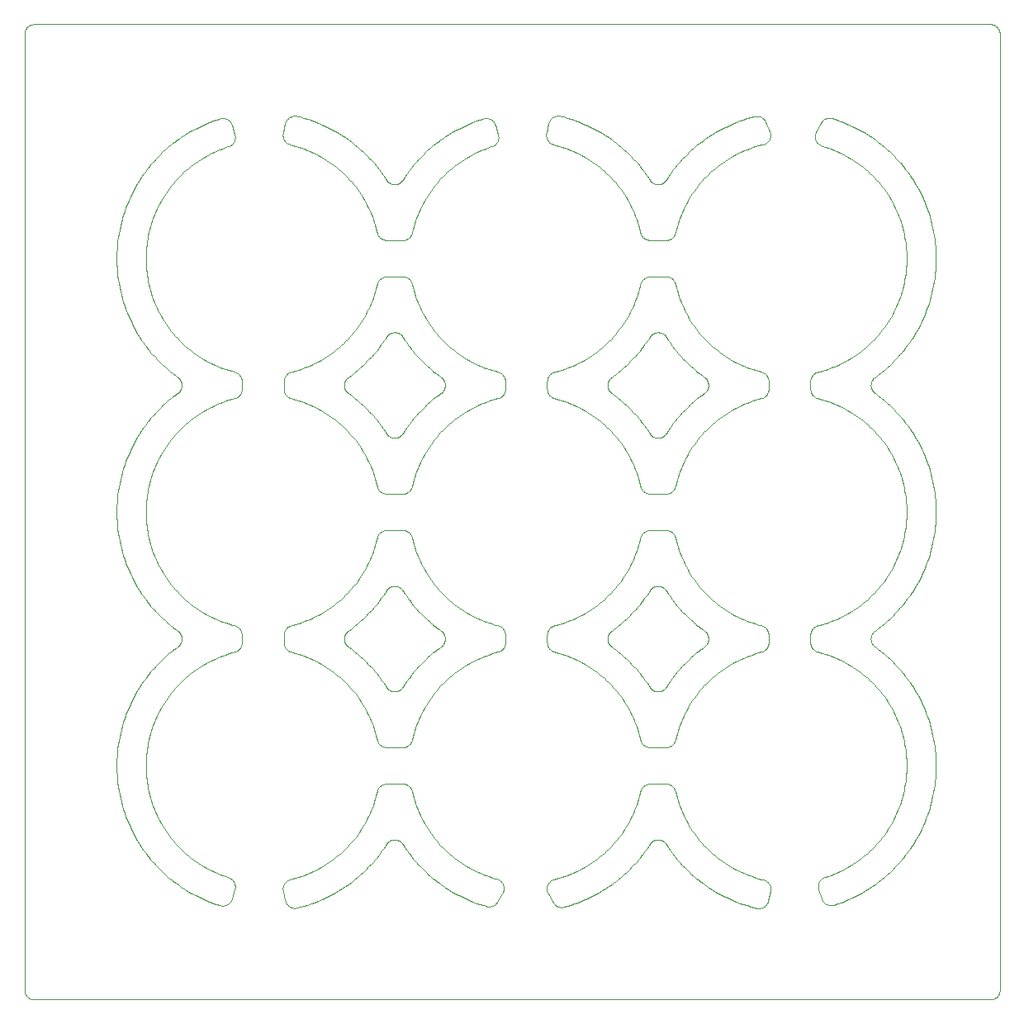
<source format=gko>
%MOIN*%
%OFA0B0*%
%FSLAX36Y36*%
%IPPOS*%
%LPD*%
%ADD10C,0*%
D10*
X002556802Y001243579D02*
X002556802Y001243579D01*
X002557926Y001243588D01*
X002559049Y001243629D01*
X002560170Y001243702D01*
X002561289Y001243806D01*
X002562405Y001243943D01*
X002563516Y001244111D01*
X002564622Y001244311D01*
X002565721Y001244543D01*
X002566814Y001244806D01*
X002567898Y001245099D01*
X002568974Y001245425D01*
X002570040Y001245780D01*
X002571095Y001246165D01*
X002572139Y001246581D01*
X002573171Y001247026D01*
X002574190Y001247500D01*
X002575194Y001248004D01*
X002576184Y001248536D01*
X002577159Y001249095D01*
X002578116Y001249683D01*
X002579057Y001250298D01*
X002579980Y001250938D01*
X002580885Y001251606D01*
X002581769Y001252298D01*
X002582634Y001253016D01*
X002583478Y001253758D01*
X002584300Y001254524D01*
X002585100Y001255313D01*
X002585878Y001256124D01*
X002586632Y001256958D01*
X002587361Y001257812D01*
X002588066Y001258687D01*
X002588746Y001259582D01*
X002589400Y001260496D01*
X002590028Y001261428D01*
X002598213Y001273968D01*
X002598503Y001274400D01*
X002607031Y001286741D01*
X002607337Y001287172D01*
X002616199Y001299302D01*
X002616484Y001299681D01*
X002625684Y001311603D01*
X002625984Y001311982D01*
X002635460Y001323614D01*
X002635811Y001324034D01*
X002645567Y001335390D01*
X002645941Y001335812D01*
X002656001Y001346916D01*
X002656343Y001347285D01*
X002666710Y001358140D01*
X002667088Y001358526D01*
X002677721Y001369089D01*
X002678100Y001369456D01*
X002689018Y001379747D01*
X002689402Y001380099D01*
X002700582Y001390094D01*
X002700988Y001390447D01*
X002712422Y001400142D01*
X002712817Y001400469D01*
X002724526Y001409879D01*
X002724929Y001410194D01*
X002736861Y001419277D01*
X002737302Y001419604D01*
X002744444Y001424750D01*
X002745351Y001425423D01*
X002746237Y001426122D01*
X002747104Y001426846D01*
X002747949Y001427595D01*
X002748773Y001428367D01*
X002749574Y001429163D01*
X002750351Y001429981D01*
X002751106Y001430822D01*
X002751835Y001431683D01*
X002752541Y001432565D01*
X002753220Y001433468D01*
X002753872Y001434388D01*
X002754498Y001435328D01*
X002755098Y001436285D01*
X002755669Y001437258D01*
X002756212Y001438249D01*
X002756726Y001439254D01*
X002757213Y001440273D01*
X002757668Y001441306D01*
X002758094Y001442351D01*
X002758491Y001443409D01*
X002758856Y001444477D01*
X002759192Y001445555D01*
X002759495Y001446642D01*
X002759768Y001447739D01*
X002760009Y001448842D01*
X002760218Y001449952D01*
X002760395Y001451066D01*
X002760541Y001452186D01*
X002760654Y001453309D01*
X002760735Y001454436D01*
X002760783Y001455563D01*
X002760800Y001456693D01*
X002760783Y001457821D01*
X002760735Y001458950D01*
X002760654Y001460076D01*
X002760541Y001461199D01*
X002760395Y001462319D01*
X002760218Y001463434D01*
X002760009Y001464544D01*
X002759767Y001465646D01*
X002759495Y001466742D01*
X002759191Y001467830D01*
X002758856Y001468908D01*
X002758491Y001469976D01*
X002758094Y001471033D01*
X002757668Y001472079D01*
X002757212Y001473112D01*
X002756726Y001474131D01*
X002756212Y001475136D01*
X002755669Y001476126D01*
X002755098Y001477100D01*
X002754498Y001478057D01*
X002753872Y001478996D01*
X002753219Y001479918D01*
X002752540Y001480820D01*
X002751835Y001481702D01*
X002751105Y001482564D01*
X002750351Y001483404D01*
X002749574Y001484222D01*
X002748773Y001485018D01*
X002747949Y001485790D01*
X002747104Y001486539D01*
X002746237Y001487263D01*
X002745350Y001487962D01*
X002744444Y001488635D01*
X002737298Y001493783D01*
X002736867Y001494102D01*
X002724929Y001503190D01*
X002724517Y001503513D01*
X002712811Y001512920D01*
X002712429Y001513235D01*
X002700983Y001522940D01*
X002700581Y001523290D01*
X002689404Y001533283D01*
X002689027Y001533629D01*
X002678083Y001543944D01*
X002677737Y001544278D01*
X002667067Y001554879D01*
X002666722Y001555231D01*
X002656362Y001566079D01*
X002655981Y001566489D01*
X002645933Y001577581D01*
X002645569Y001577993D01*
X002635798Y001589365D01*
X002635478Y001589748D01*
X002625979Y001601409D01*
X002625679Y001601789D01*
X002616492Y001613692D01*
X002616194Y001614089D01*
X002607337Y001626214D01*
X002607036Y001626637D01*
X002598510Y001638975D01*
X002598214Y001639415D01*
X002590029Y001651956D01*
X002589401Y001652888D01*
X002588747Y001653802D01*
X002588067Y001654697D01*
X002587362Y001655572D01*
X002586632Y001656426D01*
X002585878Y001657260D01*
X002585101Y001658071D01*
X002584301Y001658861D01*
X002583479Y001659626D01*
X002582635Y001660368D01*
X002581770Y001661086D01*
X002580886Y001661779D01*
X002579981Y001662446D01*
X002579059Y001663087D01*
X002578117Y001663702D01*
X002577159Y001664289D01*
X002576185Y001664849D01*
X002575196Y001665380D01*
X002574191Y001665884D01*
X002573172Y001666358D01*
X002572141Y001666804D01*
X002571096Y001667219D01*
X002570041Y001667605D01*
X002568974Y001667960D01*
X002567899Y001668285D01*
X002566814Y001668578D01*
X002565722Y001668842D01*
X002564622Y001669073D01*
X002563516Y001669273D01*
X002562406Y001669442D01*
X002561290Y001669578D01*
X002560171Y001669683D01*
X002559050Y001669756D01*
X002557927Y001669796D01*
X002556803Y001669805D01*
X002555680Y001669782D01*
X002554557Y001669727D01*
X002553437Y001669639D01*
X002552320Y001669520D01*
X002551206Y001669368D01*
X002550098Y001669186D01*
X002548994Y001668971D01*
X002547898Y001668725D01*
X002546809Y001668447D01*
X002545728Y001668140D01*
X002544657Y001667801D01*
X002543595Y001667432D01*
X002542545Y001667032D01*
X002541507Y001666603D01*
X002540481Y001666145D01*
X002539468Y001665657D01*
X002538470Y001665140D01*
X002537487Y001664596D01*
X002536520Y001664023D01*
X002535571Y001663423D01*
X002534637Y001662797D01*
X002533723Y001662144D01*
X002532828Y001661465D01*
X002531952Y001660761D01*
X002531097Y001660032D01*
X002530263Y001659279D01*
X002529451Y001658502D01*
X002528660Y001657702D01*
X002527894Y001656881D01*
X002527151Y001656037D01*
X002526433Y001655174D01*
X002525739Y001654290D01*
X002525072Y001653386D01*
X002524429Y001652464D01*
X002523814Y001651524D01*
X002520237Y001645885D01*
X002519955Y001645452D01*
X002511590Y001633002D01*
X002511285Y001632558D01*
X002502596Y001620331D01*
X002502297Y001619922D01*
X002493286Y001607923D01*
X002492967Y001607509D01*
X002483640Y001595745D01*
X002483311Y001595342D01*
X002473694Y001583846D01*
X002473346Y001583440D01*
X002463412Y001572182D01*
X002463079Y001571814D01*
X002452843Y001560810D01*
X002452496Y001560447D01*
X002441998Y001549740D01*
X002441607Y001549352D01*
X002430840Y001538933D01*
X002430450Y001538565D01*
X002419397Y001528419D01*
X002419018Y001528081D01*
X002407722Y001518244D01*
X002407286Y001517874D01*
X002395734Y001508338D01*
X002395329Y001508013D01*
X002383500Y001498759D01*
X002383098Y001498454D01*
X002371034Y001489517D01*
X002370595Y001489202D01*
X002370218Y001488938D01*
X002369303Y001488278D01*
X002368409Y001487591D01*
X002367534Y001486880D01*
X002366680Y001486144D01*
X002365847Y001485383D01*
X002365037Y001484600D01*
X002364248Y001483793D01*
X002363484Y001482964D01*
X002362744Y001482113D01*
X002362028Y001481242D01*
X002361337Y001480351D01*
X002360673Y001479440D01*
X002360035Y001478510D01*
X002359424Y001477563D01*
X002358839Y001476598D01*
X002358283Y001475617D01*
X002357755Y001474620D01*
X002357256Y001473609D01*
X002356786Y001472584D01*
X002356346Y001471546D01*
X002355935Y001470496D01*
X002355555Y001469435D01*
X002355205Y001468363D01*
X002354887Y001467281D01*
X002354599Y001466190D01*
X002354343Y001465092D01*
X002354118Y001463987D01*
X002353925Y001462877D01*
X002353764Y001461761D01*
X002353635Y001460640D01*
X002353538Y001459516D01*
X002353473Y001458391D01*
X002353440Y001457264D01*
X002353440Y001456136D01*
X002353472Y001455009D01*
X002353537Y001453883D01*
X002353633Y001452759D01*
X002353762Y001451639D01*
X002353922Y001450524D01*
X002354116Y001449412D01*
X002354339Y001448307D01*
X002354595Y001447209D01*
X002354883Y001446119D01*
X002355201Y001445037D01*
X002355551Y001443964D01*
X002355930Y001442903D01*
X002356340Y001441852D01*
X002356780Y001440814D01*
X002357250Y001439788D01*
X002357748Y001438777D01*
X002358276Y001437781D01*
X002358832Y001436800D01*
X002359415Y001435835D01*
X002360026Y001434887D01*
X002360665Y001433957D01*
X002361329Y001433046D01*
X002362018Y001432154D01*
X002362734Y001431283D01*
X002363474Y001430432D01*
X002364238Y001429603D01*
X002365026Y001428795D01*
X002365836Y001428011D01*
X002366668Y001427250D01*
X002367522Y001426514D01*
X002368397Y001425803D01*
X002369291Y001425116D01*
X002370205Y001424456D01*
X002370603Y001424178D01*
X002371026Y001423872D01*
X002383100Y001414929D01*
X002383499Y001414626D01*
X002395318Y001405381D01*
X002395737Y001405044D01*
X002407316Y001395485D01*
X002407691Y001395168D01*
X002419023Y001385299D01*
X002419401Y001384961D01*
X002430459Y001374810D01*
X002430827Y001374465D01*
X002441610Y001364030D01*
X002441998Y001363644D01*
X002452494Y001352940D01*
X002452848Y001352568D01*
X002463066Y001341583D01*
X002463421Y001341192D01*
X002473352Y001329937D01*
X002473682Y001329553D01*
X002483313Y001318040D01*
X002483646Y001317631D01*
X002492960Y001305884D01*
X002493295Y001305449D01*
X002502281Y001293482D01*
X002502604Y001293041D01*
X002511285Y001280826D01*
X002511596Y001280375D01*
X002519948Y001267941D01*
X002520242Y001267492D01*
X002523814Y001261861D01*
X002524429Y001260921D01*
X002525071Y001259999D01*
X002525738Y001259095D01*
X002526433Y001258211D01*
X002527150Y001257347D01*
X002527894Y001256504D01*
X002528660Y001255683D01*
X002529450Y001254883D01*
X002530262Y001254107D01*
X002531096Y001253353D01*
X002531951Y001252624D01*
X002532827Y001251920D01*
X002533722Y001251241D01*
X002534637Y001250588D01*
X002535570Y001249961D01*
X002536520Y001249361D01*
X002537487Y001248788D01*
X002538470Y001248244D01*
X002539467Y001247728D01*
X002540480Y001247240D01*
X002541506Y001246781D01*
X002542544Y001246352D01*
X002543595Y001245953D01*
X002544656Y001245584D01*
X002545728Y001245245D01*
X002546808Y001244937D01*
X002547897Y001244660D01*
X002548994Y001244413D01*
X002550096Y001244200D01*
X002551205Y001244016D01*
X002552319Y001243865D01*
X002553436Y001243746D01*
X002554556Y001243658D01*
X002555679Y001243603D01*
X002556802Y001243579D01*
X001493810Y001243579D02*
X001493810Y001243579D01*
X001494934Y001243588D01*
X001496057Y001243629D01*
X001497178Y001243702D01*
X001498297Y001243806D01*
X001499413Y001243943D01*
X001500524Y001244111D01*
X001501629Y001244311D01*
X001502729Y001244543D01*
X001503821Y001244806D01*
X001504906Y001245099D01*
X001505981Y001245425D01*
X001507047Y001245780D01*
X001508103Y001246165D01*
X001509147Y001246581D01*
X001510179Y001247026D01*
X001511198Y001247500D01*
X001512203Y001248004D01*
X001513192Y001248536D01*
X001514167Y001249095D01*
X001515125Y001249683D01*
X001516065Y001250298D01*
X001516989Y001250938D01*
X001517892Y001251606D01*
X001518778Y001252298D01*
X001519642Y001253016D01*
X001520486Y001253758D01*
X001521308Y001254524D01*
X001522109Y001255313D01*
X001522885Y001256124D01*
X001523639Y001256958D01*
X001524369Y001257812D01*
X001525074Y001258687D01*
X001525754Y001259582D01*
X001526408Y001260496D01*
X001527036Y001261428D01*
X001535221Y001273968D01*
X001535512Y001274400D01*
X001544039Y001286741D01*
X001544345Y001287172D01*
X001553207Y001299302D01*
X001553491Y001299681D01*
X001562691Y001311603D01*
X001562992Y001311982D01*
X001572468Y001323614D01*
X001572819Y001324034D01*
X001582575Y001335390D01*
X001582948Y001335812D01*
X001593008Y001346916D01*
X001593352Y001347285D01*
X001603718Y001358140D01*
X001604096Y001358526D01*
X001614728Y001369089D01*
X001615108Y001369456D01*
X001626026Y001379747D01*
X001626411Y001380099D01*
X001637590Y001390094D01*
X001637995Y001390447D01*
X001649430Y001400142D01*
X001649825Y001400469D01*
X001661534Y001409879D01*
X001661937Y001410194D01*
X001673869Y001419277D01*
X001674310Y001419604D01*
X001681452Y001424750D01*
X001682358Y001425423D01*
X001683246Y001426122D01*
X001684112Y001426846D01*
X001684957Y001427595D01*
X001685781Y001428367D01*
X001686582Y001429163D01*
X001687360Y001429981D01*
X001688114Y001430822D01*
X001688844Y001431683D01*
X001689548Y001432565D01*
X001690227Y001433468D01*
X001690880Y001434388D01*
X001691506Y001435328D01*
X001692105Y001436285D01*
X001692677Y001437258D01*
X001693220Y001438249D01*
X001693735Y001439254D01*
X001694220Y001440273D01*
X001694676Y001441306D01*
X001695102Y001442351D01*
X001695499Y001443409D01*
X001695864Y001444477D01*
X001696200Y001445555D01*
X001696503Y001446642D01*
X001696776Y001447739D01*
X001697017Y001448842D01*
X001697226Y001449952D01*
X001697403Y001451066D01*
X001697548Y001452186D01*
X001697662Y001453309D01*
X001697743Y001454436D01*
X001697791Y001455563D01*
X001697807Y001456693D01*
X001697791Y001457821D01*
X001697742Y001458950D01*
X001697662Y001460076D01*
X001697548Y001461199D01*
X001697403Y001462319D01*
X001697226Y001463434D01*
X001697016Y001464544D01*
X001696775Y001465646D01*
X001696503Y001466742D01*
X001696199Y001467830D01*
X001695864Y001468908D01*
X001695499Y001469976D01*
X001695102Y001471033D01*
X001694676Y001472079D01*
X001694220Y001473112D01*
X001693735Y001474131D01*
X001693220Y001475136D01*
X001692676Y001476126D01*
X001692105Y001477100D01*
X001691506Y001478057D01*
X001690880Y001478996D01*
X001690227Y001479918D01*
X001689548Y001480820D01*
X001688843Y001481702D01*
X001688114Y001482564D01*
X001687359Y001483404D01*
X001686582Y001484222D01*
X001685781Y001485018D01*
X001684957Y001485790D01*
X001684112Y001486539D01*
X001683245Y001487263D01*
X001682358Y001487962D01*
X001681452Y001488635D01*
X001674306Y001493783D01*
X001673875Y001494102D01*
X001661938Y001503190D01*
X001661524Y001503513D01*
X001649819Y001512920D01*
X001649437Y001513235D01*
X001637991Y001522940D01*
X001637589Y001523290D01*
X001626412Y001533283D01*
X001626035Y001533629D01*
X001615091Y001543944D01*
X001614745Y001544278D01*
X001604075Y001554879D01*
X001603730Y001555231D01*
X001593370Y001566079D01*
X001592989Y001566489D01*
X001582941Y001577581D01*
X001582577Y001577993D01*
X001572806Y001589365D01*
X001572486Y001589748D01*
X001562987Y001601409D01*
X001562686Y001601789D01*
X001553500Y001613692D01*
X001553202Y001614089D01*
X001544345Y001626214D01*
X001544044Y001626637D01*
X001535518Y001638975D01*
X001535223Y001639415D01*
X001527036Y001651956D01*
X001526409Y001652888D01*
X001525755Y001653802D01*
X001525075Y001654697D01*
X001524370Y001655572D01*
X001523641Y001656426D01*
X001522887Y001657260D01*
X001522109Y001658071D01*
X001521309Y001658861D01*
X001520487Y001659626D01*
X001519643Y001660368D01*
X001518778Y001661086D01*
X001517893Y001661779D01*
X001516989Y001662446D01*
X001516066Y001663087D01*
X001515125Y001663702D01*
X001514167Y001664289D01*
X001513193Y001664849D01*
X001512203Y001665380D01*
X001511199Y001665884D01*
X001510180Y001666358D01*
X001509148Y001666804D01*
X001508104Y001667219D01*
X001507048Y001667605D01*
X001505982Y001667960D01*
X001504907Y001668285D01*
X001503822Y001668578D01*
X001502729Y001668842D01*
X001501630Y001669073D01*
X001500524Y001669273D01*
X001499413Y001669442D01*
X001498298Y001669578D01*
X001497179Y001669683D01*
X001496058Y001669756D01*
X001494935Y001669796D01*
X001493811Y001669805D01*
X001492687Y001669782D01*
X001491565Y001669727D01*
X001490445Y001669639D01*
X001489327Y001669520D01*
X001488214Y001669368D01*
X001487105Y001669186D01*
X001486002Y001668971D01*
X001484906Y001668725D01*
X001483817Y001668447D01*
X001482736Y001668140D01*
X001481665Y001667801D01*
X001480604Y001667432D01*
X001479553Y001667032D01*
X001478514Y001666603D01*
X001477489Y001666145D01*
X001476476Y001665657D01*
X001475478Y001665140D01*
X001474495Y001664596D01*
X001473528Y001664023D01*
X001472578Y001663423D01*
X001471646Y001662797D01*
X001470731Y001662144D01*
X001469835Y001661465D01*
X001468960Y001660761D01*
X001468105Y001660032D01*
X001467270Y001659279D01*
X001466458Y001658502D01*
X001465669Y001657702D01*
X001464902Y001656881D01*
X001464159Y001656037D01*
X001463440Y001655174D01*
X001462747Y001654290D01*
X001462079Y001653386D01*
X001461437Y001652464D01*
X001460822Y001651524D01*
X001457245Y001645885D01*
X001456963Y001645452D01*
X001448598Y001633002D01*
X001448292Y001632558D01*
X001439603Y001620331D01*
X001439305Y001619922D01*
X001430294Y001607923D01*
X001429975Y001607509D01*
X001420648Y001595745D01*
X001420319Y001595342D01*
X001410702Y001583846D01*
X001410354Y001583440D01*
X001400420Y001572182D01*
X001400087Y001571814D01*
X001389851Y001560810D01*
X001389504Y001560447D01*
X001379006Y001549740D01*
X001378615Y001549352D01*
X001367848Y001538933D01*
X001367458Y001538565D01*
X001356405Y001528419D01*
X001356026Y001528081D01*
X001344730Y001518244D01*
X001344294Y001517874D01*
X001332742Y001508338D01*
X001332337Y001508013D01*
X001320508Y001498759D01*
X001320106Y001498454D01*
X001308042Y001489517D01*
X001307603Y001489202D01*
X001307226Y001488938D01*
X001306311Y001488278D01*
X001305417Y001487591D01*
X001304542Y001486880D01*
X001303688Y001486144D01*
X001302855Y001485383D01*
X001302044Y001484600D01*
X001301256Y001483793D01*
X001300492Y001482964D01*
X001299752Y001482113D01*
X001299036Y001481242D01*
X001298345Y001480351D01*
X001297681Y001479440D01*
X001297043Y001478510D01*
X001296431Y001477563D01*
X001295847Y001476598D01*
X001295291Y001475617D01*
X001294763Y001474620D01*
X001294264Y001473609D01*
X001293794Y001472584D01*
X001293354Y001471546D01*
X001292943Y001470496D01*
X001292563Y001469435D01*
X001292213Y001468363D01*
X001291895Y001467281D01*
X001291607Y001466190D01*
X001291351Y001465092D01*
X001291126Y001463987D01*
X001290933Y001462877D01*
X001290772Y001461761D01*
X001290643Y001460640D01*
X001290546Y001459516D01*
X001290481Y001458391D01*
X001290448Y001457264D01*
X001290448Y001456136D01*
X001290480Y001455009D01*
X001290545Y001453883D01*
X001290641Y001452759D01*
X001290770Y001451639D01*
X001290930Y001450524D01*
X001291124Y001449412D01*
X001291347Y001448307D01*
X001291603Y001447209D01*
X001291891Y001446119D01*
X001292209Y001445037D01*
X001292559Y001443964D01*
X001292938Y001442903D01*
X001293348Y001441852D01*
X001293788Y001440814D01*
X001294258Y001439788D01*
X001294756Y001438777D01*
X001295283Y001437781D01*
X001295840Y001436800D01*
X001296423Y001435835D01*
X001297034Y001434887D01*
X001297672Y001433957D01*
X001298337Y001433046D01*
X001299026Y001432154D01*
X001299742Y001431283D01*
X001300482Y001430432D01*
X001301246Y001429603D01*
X001302034Y001428795D01*
X001302844Y001428011D01*
X001303676Y001427250D01*
X001304530Y001426514D01*
X001305405Y001425803D01*
X001306299Y001425116D01*
X001307213Y001424456D01*
X001307611Y001424178D01*
X001308034Y001423872D01*
X001320108Y001414929D01*
X001320507Y001414626D01*
X001332326Y001405381D01*
X001332745Y001405044D01*
X001344324Y001395485D01*
X001344699Y001395168D01*
X001356031Y001385299D01*
X001356409Y001384961D01*
X001367467Y001374810D01*
X001367835Y001374465D01*
X001378618Y001364030D01*
X001379006Y001363644D01*
X001389501Y001352940D01*
X001389856Y001352568D01*
X001400074Y001341583D01*
X001400429Y001341192D01*
X001410360Y001329937D01*
X001410690Y001329553D01*
X001420321Y001318040D01*
X001420654Y001317631D01*
X001429968Y001305884D01*
X001430303Y001305449D01*
X001439289Y001293482D01*
X001439612Y001293041D01*
X001448293Y001280826D01*
X001448604Y001280375D01*
X001456957Y001267941D01*
X001457249Y001267492D01*
X001460822Y001261861D01*
X001461437Y001260921D01*
X001462079Y001259999D01*
X001462747Y001259095D01*
X001463440Y001258211D01*
X001464159Y001257347D01*
X001464902Y001256504D01*
X001465668Y001255683D01*
X001466457Y001254883D01*
X001467270Y001254107D01*
X001468104Y001253353D01*
X001468959Y001252624D01*
X001469835Y001251920D01*
X001470731Y001251241D01*
X001471645Y001250588D01*
X001472577Y001249961D01*
X001473527Y001249361D01*
X001474494Y001248788D01*
X001475477Y001248244D01*
X001476476Y001247728D01*
X001477488Y001247240D01*
X001478514Y001246781D01*
X001479552Y001246352D01*
X001480602Y001245953D01*
X001481664Y001245584D01*
X001482735Y001245245D01*
X001483816Y001244937D01*
X001484905Y001244660D01*
X001486001Y001244413D01*
X001487104Y001244200D01*
X001488213Y001244016D01*
X001489327Y001243865D01*
X001490444Y001243746D01*
X001491564Y001243658D01*
X001492687Y001243603D01*
X001493810Y001243579D01*
X002556802Y002267201D02*
X002556802Y002267201D01*
X002557926Y002267210D01*
X002559049Y002267251D01*
X002560170Y002267324D01*
X002561289Y002267429D01*
X002562405Y002267565D01*
X002563516Y002267733D01*
X002564622Y002267933D01*
X002565721Y002268165D01*
X002566814Y002268428D01*
X002567898Y002268722D01*
X002568974Y002269047D01*
X002570040Y002269402D01*
X002571095Y002269787D01*
X002572139Y002270203D01*
X002573171Y002270648D01*
X002574190Y002271123D01*
X002575194Y002271626D01*
X002576184Y002272157D01*
X002577159Y002272717D01*
X002578116Y002273305D01*
X002579057Y002273919D01*
X002579980Y002274560D01*
X002580885Y002275227D01*
X002581769Y002275920D01*
X002582634Y002276638D01*
X002583478Y002277380D01*
X002584300Y002278146D01*
X002585100Y002278935D01*
X002585878Y002279746D01*
X002586632Y002280579D01*
X002587361Y002281434D01*
X002588066Y002282309D01*
X002588746Y002283204D01*
X002589400Y002284118D01*
X002590028Y002285050D01*
X002598213Y002297590D01*
X002598503Y002298022D01*
X002607031Y002310363D01*
X002607337Y002310794D01*
X002616199Y002322924D01*
X002616484Y002323303D01*
X002625684Y002335225D01*
X002625984Y002335604D01*
X002635460Y002347236D01*
X002635811Y002347656D01*
X002645567Y002359012D01*
X002645941Y002359434D01*
X002656001Y002370538D01*
X002656343Y002370907D01*
X002666710Y002381763D01*
X002667088Y002382148D01*
X002677721Y002392711D01*
X002678100Y002393078D01*
X002689018Y002403369D01*
X002689402Y002403721D01*
X002700582Y002413716D01*
X002700988Y002414069D01*
X002712422Y002423764D01*
X002712817Y002424091D01*
X002724526Y002433501D01*
X002724929Y002433816D01*
X002736861Y002442899D01*
X002737302Y002443226D01*
X002744444Y002448372D01*
X002745351Y002449045D01*
X002746237Y002449744D01*
X002747104Y002450468D01*
X002747949Y002451217D01*
X002748773Y002451989D01*
X002749574Y002452785D01*
X002750351Y002453603D01*
X002751106Y002454444D01*
X002751835Y002455305D01*
X002752541Y002456187D01*
X002753220Y002457090D01*
X002753872Y002458010D01*
X002754498Y002458950D01*
X002755098Y002459907D01*
X002755669Y002460881D01*
X002756212Y002461871D01*
X002756726Y002462876D01*
X002757213Y002463895D01*
X002757668Y002464928D01*
X002758094Y002465973D01*
X002758491Y002467031D01*
X002758856Y002468099D01*
X002759192Y002469177D01*
X002759495Y002470265D01*
X002759768Y002471361D01*
X002760009Y002472464D01*
X002760218Y002473574D01*
X002760395Y002474689D01*
X002760541Y002475808D01*
X002760654Y002476931D01*
X002760735Y002478058D01*
X002760783Y002479185D01*
X002760800Y002480315D01*
X002760783Y002481443D01*
X002760735Y002482572D01*
X002760654Y002483698D01*
X002760541Y002484821D01*
X002760395Y002485941D01*
X002760218Y002487056D01*
X002760009Y002488166D01*
X002759767Y002489268D01*
X002759495Y002490364D01*
X002759191Y002491452D01*
X002758856Y002492530D01*
X002758491Y002493598D01*
X002758094Y002494655D01*
X002757668Y002495701D01*
X002757212Y002496734D01*
X002756726Y002497753D01*
X002756212Y002498758D01*
X002755669Y002499748D01*
X002755098Y002500722D01*
X002754498Y002501679D01*
X002753872Y002502618D01*
X002753219Y002503540D01*
X002752540Y002504442D01*
X002751835Y002505324D01*
X002751105Y002506186D01*
X002750351Y002507026D01*
X002749574Y002507844D01*
X002748773Y002508640D01*
X002747949Y002509412D01*
X002747104Y002510161D01*
X002746237Y002510885D01*
X002745350Y002511584D01*
X002744444Y002512257D01*
X002737298Y002517405D01*
X002736867Y002517724D01*
X002724929Y002526812D01*
X002724517Y002527135D01*
X002712811Y002536542D01*
X002712429Y002536858D01*
X002700983Y002546563D01*
X002700581Y002546912D01*
X002689404Y002556905D01*
X002689027Y002557251D01*
X002678083Y002567566D01*
X002677737Y002567900D01*
X002667067Y002578501D01*
X002666722Y002578853D01*
X002656362Y002589701D01*
X002655981Y002590111D01*
X002645933Y002601202D01*
X002645569Y002601615D01*
X002635798Y002612987D01*
X002635478Y002613370D01*
X002625979Y002625031D01*
X002625679Y002625411D01*
X002616492Y002637314D01*
X002616194Y002637711D01*
X002607337Y002649836D01*
X002607036Y002650260D01*
X002598510Y002662597D01*
X002598214Y002663037D01*
X002590029Y002675578D01*
X002589401Y002676511D01*
X002588747Y002677424D01*
X002588067Y002678319D01*
X002587362Y002679194D01*
X002586632Y002680048D01*
X002585878Y002680882D01*
X002585101Y002681693D01*
X002584301Y002682483D01*
X002583479Y002683248D01*
X002582635Y002683990D01*
X002581770Y002684708D01*
X002580886Y002685401D01*
X002579981Y002686068D01*
X002579059Y002686709D01*
X002578117Y002687324D01*
X002577159Y002687911D01*
X002576185Y002688471D01*
X002575196Y002689003D01*
X002574191Y002689506D01*
X002573172Y002689981D01*
X002572141Y002690426D01*
X002571096Y002690841D01*
X002570041Y002691227D01*
X002568974Y002691582D01*
X002567899Y002691907D01*
X002566814Y002692201D01*
X002565722Y002692463D01*
X002564622Y002692695D01*
X002563516Y002692895D01*
X002562406Y002693064D01*
X002561290Y002693200D01*
X002560171Y002693305D01*
X002559050Y002693378D01*
X002557927Y002693418D01*
X002556803Y002693427D01*
X002555680Y002693403D01*
X002554557Y002693349D01*
X002553437Y002693261D01*
X002552320Y002693141D01*
X002551206Y002692990D01*
X002550098Y002692808D01*
X002548994Y002692593D01*
X002547898Y002692347D01*
X002546809Y002692070D01*
X002545728Y002691762D01*
X002544657Y002691423D01*
X002543595Y002691054D01*
X002542545Y002690655D01*
X002541507Y002690226D01*
X002540481Y002689767D01*
X002539468Y002689279D01*
X002538470Y002688763D01*
X002537487Y002688218D01*
X002536520Y002687646D01*
X002535571Y002687045D01*
X002534637Y002686418D01*
X002533723Y002685766D01*
X002532828Y002685087D01*
X002531952Y002684382D01*
X002531097Y002683653D01*
X002530263Y002682901D01*
X002529451Y002682124D01*
X002528660Y002681324D01*
X002527894Y002680503D01*
X002527151Y002679659D01*
X002526433Y002678796D01*
X002525739Y002677911D01*
X002525072Y002677008D01*
X002524429Y002676085D01*
X002523814Y002675145D01*
X002520237Y002669507D01*
X002519955Y002669074D01*
X002511590Y002656624D01*
X002511285Y002656181D01*
X002502596Y002643954D01*
X002502297Y002643544D01*
X002493286Y002631544D01*
X002492967Y002631131D01*
X002483640Y002619367D01*
X002483311Y002618964D01*
X002473694Y002607468D01*
X002473346Y002607063D01*
X002463412Y002595804D01*
X002463079Y002595437D01*
X002452843Y002584432D01*
X002452496Y002584069D01*
X002441998Y002573362D01*
X002441607Y002572974D01*
X002430840Y002562555D01*
X002430450Y002562188D01*
X002419397Y002552041D01*
X002419018Y002551703D01*
X002407722Y002541866D01*
X002407286Y002541496D01*
X002395734Y002531961D01*
X002395329Y002531635D01*
X002383500Y002522381D01*
X002383098Y002522075D01*
X002371034Y002513139D01*
X002370595Y002512824D01*
X002370218Y002512560D01*
X002369303Y002511900D01*
X002368409Y002511213D01*
X002367534Y002510502D01*
X002366680Y002509766D01*
X002365847Y002509005D01*
X002365037Y002508222D01*
X002364248Y002507415D01*
X002363484Y002506586D01*
X002362744Y002505735D01*
X002362028Y002504864D01*
X002361337Y002503973D01*
X002360673Y002503062D01*
X002360035Y002502132D01*
X002359424Y002501185D01*
X002358839Y002500220D01*
X002358283Y002499239D01*
X002357755Y002498242D01*
X002357256Y002497231D01*
X002356786Y002496206D01*
X002356346Y002495168D01*
X002355935Y002494118D01*
X002355555Y002493057D01*
X002355205Y002491985D01*
X002354887Y002490903D01*
X002354599Y002489812D01*
X002354343Y002488714D01*
X002354118Y002487609D01*
X002353925Y002486499D01*
X002353764Y002485383D01*
X002353635Y002484262D01*
X002353538Y002483139D01*
X002353473Y002482013D01*
X002353440Y002480886D01*
X002353440Y002479758D01*
X002353472Y002478631D01*
X002353537Y002477505D01*
X002353633Y002476381D01*
X002353762Y002475261D01*
X002353922Y002474146D01*
X002354116Y002473035D01*
X002354339Y002471929D01*
X002354595Y002470831D01*
X002354883Y002469741D01*
X002355201Y002468659D01*
X002355551Y002467586D01*
X002355930Y002466525D01*
X002356340Y002465474D01*
X002356780Y002464436D01*
X002357250Y002463411D01*
X002357748Y002462400D01*
X002358276Y002461403D01*
X002358832Y002460422D01*
X002359415Y002459457D01*
X002360026Y002458509D01*
X002360665Y002457579D01*
X002361329Y002456668D01*
X002362018Y002455776D01*
X002362734Y002454905D01*
X002363474Y002454054D01*
X002364238Y002453225D01*
X002365026Y002452417D01*
X002365836Y002451633D01*
X002366668Y002450872D01*
X002367522Y002450136D01*
X002368397Y002449425D01*
X002369291Y002448738D01*
X002370205Y002448078D01*
X002370603Y002447800D01*
X002371026Y002447494D01*
X002383100Y002438551D01*
X002383499Y002438248D01*
X002395318Y002429003D01*
X002395737Y002428666D01*
X002407316Y002419107D01*
X002407691Y002418790D01*
X002419023Y002408921D01*
X002419401Y002408583D01*
X002430459Y002398432D01*
X002430827Y002398087D01*
X002441610Y002387652D01*
X002441998Y002387266D01*
X002452494Y002376562D01*
X002452848Y002376190D01*
X002463066Y002365205D01*
X002463421Y002364814D01*
X002473352Y002353559D01*
X002473682Y002353175D01*
X002483313Y002341663D01*
X002483646Y002341253D01*
X002492960Y002329506D01*
X002493295Y002329071D01*
X002502281Y002317104D01*
X002502604Y002316663D01*
X002511285Y002304448D01*
X002511596Y002303997D01*
X002519948Y002291563D01*
X002520242Y002291114D01*
X002523814Y002285483D01*
X002524429Y002284543D01*
X002525071Y002283621D01*
X002525738Y002282717D01*
X002526433Y002281833D01*
X002527150Y002280969D01*
X002527894Y002280126D01*
X002528660Y002279304D01*
X002529450Y002278505D01*
X002530262Y002277729D01*
X002531096Y002276975D01*
X002531951Y002276246D01*
X002532827Y002275542D01*
X002533722Y002274863D01*
X002534637Y002274210D01*
X002535570Y002273583D01*
X002536520Y002272983D01*
X002537487Y002272410D01*
X002538470Y002271866D01*
X002539467Y002271350D01*
X002540480Y002270862D01*
X002541506Y002270403D01*
X002542544Y002269974D01*
X002543595Y002269575D01*
X002544656Y002269206D01*
X002545728Y002268867D01*
X002546808Y002268559D01*
X002547897Y002268281D01*
X002548994Y002268035D01*
X002550096Y002267822D01*
X002551205Y002267638D01*
X002552319Y002267487D01*
X002553436Y002267368D01*
X002554556Y002267280D01*
X002555679Y002267225D01*
X002556802Y002267201D01*
X001493810Y002267201D02*
X001493810Y002267201D01*
X001494934Y002267210D01*
X001496057Y002267251D01*
X001497178Y002267324D01*
X001498297Y002267429D01*
X001499413Y002267565D01*
X001500524Y002267733D01*
X001501629Y002267933D01*
X001502729Y002268165D01*
X001503821Y002268428D01*
X001504906Y002268722D01*
X001505981Y002269047D01*
X001507047Y002269402D01*
X001508103Y002269787D01*
X001509147Y002270203D01*
X001510179Y002270648D01*
X001511198Y002271123D01*
X001512203Y002271626D01*
X001513192Y002272157D01*
X001514167Y002272717D01*
X001515125Y002273305D01*
X001516065Y002273919D01*
X001516989Y002274560D01*
X001517892Y002275227D01*
X001518778Y002275920D01*
X001519642Y002276638D01*
X001520486Y002277380D01*
X001521308Y002278146D01*
X001522109Y002278935D01*
X001522885Y002279746D01*
X001523639Y002280579D01*
X001524369Y002281434D01*
X001525074Y002282309D01*
X001525754Y002283204D01*
X001526408Y002284118D01*
X001527036Y002285050D01*
X001535221Y002297590D01*
X001535512Y002298022D01*
X001544039Y002310363D01*
X001544345Y002310794D01*
X001553207Y002322924D01*
X001553491Y002323303D01*
X001562691Y002335225D01*
X001562992Y002335604D01*
X001572468Y002347236D01*
X001572819Y002347656D01*
X001582575Y002359012D01*
X001582948Y002359434D01*
X001593008Y002370538D01*
X001593352Y002370907D01*
X001603718Y002381763D01*
X001604096Y002382148D01*
X001614728Y002392711D01*
X001615108Y002393078D01*
X001626026Y002403369D01*
X001626411Y002403721D01*
X001637590Y002413716D01*
X001637995Y002414069D01*
X001649430Y002423764D01*
X001649825Y002424091D01*
X001661534Y002433501D01*
X001661937Y002433816D01*
X001673869Y002442899D01*
X001674310Y002443226D01*
X001681452Y002448372D01*
X001682358Y002449045D01*
X001683246Y002449744D01*
X001684112Y002450468D01*
X001684957Y002451217D01*
X001685781Y002451989D01*
X001686582Y002452785D01*
X001687360Y002453603D01*
X001688114Y002454444D01*
X001688844Y002455305D01*
X001689548Y002456187D01*
X001690227Y002457090D01*
X001690880Y002458010D01*
X001691506Y002458950D01*
X001692105Y002459907D01*
X001692677Y002460881D01*
X001693220Y002461871D01*
X001693735Y002462876D01*
X001694220Y002463895D01*
X001694676Y002464928D01*
X001695102Y002465973D01*
X001695499Y002467031D01*
X001695864Y002468099D01*
X001696200Y002469177D01*
X001696503Y002470265D01*
X001696776Y002471361D01*
X001697017Y002472464D01*
X001697226Y002473574D01*
X001697403Y002474689D01*
X001697548Y002475808D01*
X001697662Y002476931D01*
X001697743Y002478058D01*
X001697791Y002479185D01*
X001697807Y002480315D01*
X001697791Y002481443D01*
X001697742Y002482572D01*
X001697662Y002483698D01*
X001697548Y002484821D01*
X001697403Y002485941D01*
X001697226Y002487056D01*
X001697016Y002488166D01*
X001696775Y002489268D01*
X001696503Y002490364D01*
X001696199Y002491452D01*
X001695864Y002492530D01*
X001695499Y002493598D01*
X001695102Y002494655D01*
X001694676Y002495701D01*
X001694220Y002496734D01*
X001693735Y002497753D01*
X001693220Y002498758D01*
X001692676Y002499748D01*
X001692105Y002500722D01*
X001691506Y002501679D01*
X001690880Y002502618D01*
X001690227Y002503540D01*
X001689548Y002504442D01*
X001688843Y002505324D01*
X001688114Y002506186D01*
X001687359Y002507026D01*
X001686582Y002507844D01*
X001685781Y002508640D01*
X001684957Y002509412D01*
X001684112Y002510161D01*
X001683245Y002510885D01*
X001682358Y002511584D01*
X001681452Y002512257D01*
X001674306Y002517405D01*
X001673875Y002517724D01*
X001661938Y002526812D01*
X001661524Y002527135D01*
X001649819Y002536542D01*
X001649437Y002536858D01*
X001637991Y002546563D01*
X001637589Y002546912D01*
X001626412Y002556905D01*
X001626035Y002557251D01*
X001615091Y002567566D01*
X001614745Y002567900D01*
X001604075Y002578501D01*
X001603730Y002578853D01*
X001593370Y002589701D01*
X001592989Y002590111D01*
X001582941Y002601202D01*
X001582577Y002601615D01*
X001572806Y002612987D01*
X001572486Y002613370D01*
X001562987Y002625031D01*
X001562686Y002625411D01*
X001553500Y002637314D01*
X001553202Y002637711D01*
X001544345Y002649836D01*
X001544044Y002650260D01*
X001535518Y002662597D01*
X001535223Y002663037D01*
X001527036Y002675578D01*
X001526409Y002676511D01*
X001525755Y002677424D01*
X001525075Y002678319D01*
X001524370Y002679194D01*
X001523641Y002680048D01*
X001522887Y002680882D01*
X001522109Y002681693D01*
X001521309Y002682483D01*
X001520487Y002683248D01*
X001519643Y002683990D01*
X001518778Y002684708D01*
X001517893Y002685401D01*
X001516989Y002686068D01*
X001516066Y002686709D01*
X001515125Y002687324D01*
X001514167Y002687911D01*
X001513193Y002688471D01*
X001512203Y002689003D01*
X001511199Y002689506D01*
X001510180Y002689981D01*
X001509148Y002690426D01*
X001508104Y002690841D01*
X001507048Y002691227D01*
X001505982Y002691582D01*
X001504907Y002691907D01*
X001503822Y002692201D01*
X001502729Y002692463D01*
X001501630Y002692695D01*
X001500524Y002692895D01*
X001499413Y002693064D01*
X001498298Y002693200D01*
X001497179Y002693305D01*
X001496058Y002693378D01*
X001494935Y002693418D01*
X001493811Y002693427D01*
X001492687Y002693403D01*
X001491565Y002693349D01*
X001490445Y002693261D01*
X001489327Y002693141D01*
X001488214Y002692990D01*
X001487105Y002692808D01*
X001486002Y002692593D01*
X001484906Y002692347D01*
X001483817Y002692070D01*
X001482736Y002691762D01*
X001481665Y002691423D01*
X001480604Y002691054D01*
X001479553Y002690655D01*
X001478514Y002690226D01*
X001477489Y002689767D01*
X001476476Y002689279D01*
X001475478Y002688763D01*
X001474495Y002688218D01*
X001473528Y002687646D01*
X001472578Y002687045D01*
X001471646Y002686418D01*
X001470731Y002685766D01*
X001469835Y002685087D01*
X001468960Y002684382D01*
X001468105Y002683653D01*
X001467270Y002682901D01*
X001466458Y002682124D01*
X001465669Y002681324D01*
X001464902Y002680503D01*
X001464159Y002679659D01*
X001463440Y002678796D01*
X001462747Y002677911D01*
X001462079Y002677008D01*
X001461437Y002676085D01*
X001460822Y002675145D01*
X001457245Y002669507D01*
X001456963Y002669074D01*
X001448598Y002656624D01*
X001448292Y002656181D01*
X001439603Y002643954D01*
X001439305Y002643544D01*
X001430294Y002631544D01*
X001429975Y002631131D01*
X001420648Y002619367D01*
X001420319Y002618964D01*
X001410702Y002607468D01*
X001410354Y002607063D01*
X001400420Y002595804D01*
X001400087Y002595437D01*
X001389851Y002584432D01*
X001389504Y002584069D01*
X001379006Y002573362D01*
X001378615Y002572974D01*
X001367848Y002562555D01*
X001367458Y002562188D01*
X001356405Y002552041D01*
X001356026Y002551703D01*
X001344730Y002541866D01*
X001344294Y002541496D01*
X001332742Y002531961D01*
X001332337Y002531635D01*
X001320508Y002522381D01*
X001320106Y002522075D01*
X001308042Y002513139D01*
X001307603Y002512824D01*
X001307226Y002512560D01*
X001306311Y002511900D01*
X001305417Y002511213D01*
X001304542Y002510502D01*
X001303688Y002509766D01*
X001302855Y002509005D01*
X001302044Y002508222D01*
X001301256Y002507415D01*
X001300492Y002506586D01*
X001299752Y002505735D01*
X001299036Y002504864D01*
X001298345Y002503973D01*
X001297681Y002503062D01*
X001297043Y002502132D01*
X001296431Y002501185D01*
X001295847Y002500220D01*
X001295291Y002499239D01*
X001294763Y002498242D01*
X001294264Y002497231D01*
X001293794Y002496206D01*
X001293354Y002495168D01*
X001292943Y002494118D01*
X001292563Y002493057D01*
X001292213Y002491985D01*
X001291895Y002490903D01*
X001291607Y002489812D01*
X001291351Y002488714D01*
X001291126Y002487609D01*
X001290933Y002486499D01*
X001290772Y002485383D01*
X001290643Y002484262D01*
X001290546Y002483139D01*
X001290481Y002482013D01*
X001290448Y002480886D01*
X001290448Y002479758D01*
X001290480Y002478631D01*
X001290545Y002477505D01*
X001290641Y002476381D01*
X001290770Y002475261D01*
X001290930Y002474146D01*
X001291124Y002473035D01*
X001291347Y002471929D01*
X001291603Y002470831D01*
X001291891Y002469741D01*
X001292209Y002468659D01*
X001292559Y002467586D01*
X001292938Y002466525D01*
X001293348Y002465474D01*
X001293788Y002464436D01*
X001294258Y002463411D01*
X001294756Y002462400D01*
X001295283Y002461403D01*
X001295840Y002460422D01*
X001296423Y002459457D01*
X001297034Y002458509D01*
X001297672Y002457579D01*
X001298337Y002456668D01*
X001299026Y002455776D01*
X001299742Y002454905D01*
X001300482Y002454054D01*
X001301246Y002453225D01*
X001302034Y002452417D01*
X001302844Y002451633D01*
X001303676Y002450872D01*
X001304530Y002450136D01*
X001305405Y002449425D01*
X001306299Y002448738D01*
X001307213Y002448078D01*
X001307611Y002447800D01*
X001308034Y002447494D01*
X001320108Y002438551D01*
X001320507Y002438248D01*
X001332326Y002429003D01*
X001332745Y002428666D01*
X001344324Y002419107D01*
X001344699Y002418790D01*
X001356031Y002408921D01*
X001356409Y002408583D01*
X001367467Y002398432D01*
X001367835Y002398087D01*
X001378618Y002387652D01*
X001379006Y002387266D01*
X001389501Y002376562D01*
X001389856Y002376190D01*
X001400074Y002365205D01*
X001400429Y002364814D01*
X001410360Y002353559D01*
X001410690Y002353175D01*
X001420321Y002341663D01*
X001420654Y002341253D01*
X001429968Y002329506D01*
X001430303Y002329071D01*
X001439289Y002317104D01*
X001439612Y002316663D01*
X001448293Y002304448D01*
X001448604Y002303997D01*
X001456957Y002291563D01*
X001457249Y002291114D01*
X001460822Y002285483D01*
X001461437Y002284543D01*
X001462079Y002283621D01*
X001462747Y002282717D01*
X001463440Y002281833D01*
X001464159Y002280969D01*
X001464902Y002280126D01*
X001465668Y002279304D01*
X001466457Y002278505D01*
X001467270Y002277729D01*
X001468104Y002276975D01*
X001468959Y002276246D01*
X001469835Y002275542D01*
X001470731Y002274863D01*
X001471645Y002274210D01*
X001472577Y002273583D01*
X001473527Y002272983D01*
X001474494Y002272410D01*
X001475477Y002271866D01*
X001476476Y002271350D01*
X001477488Y002270862D01*
X001478514Y002270403D01*
X001479552Y002269974D01*
X001480602Y002269575D01*
X001481664Y002269206D01*
X001482735Y002268867D01*
X001483816Y002268559D01*
X001484905Y002268281D01*
X001486001Y002268035D01*
X001487104Y002267822D01*
X001488213Y002267638D01*
X001489327Y002267487D01*
X001490444Y002267368D01*
X001491564Y002267280D01*
X001492687Y002267225D01*
X001493810Y002267201D01*
X003897637Y000000000D02*
X003897637Y000000000D01*
X003898761Y000000016D01*
X003899885Y000000063D01*
X003901006Y000000144D01*
X003902125Y000000256D01*
X003903240Y000000400D01*
X003904350Y000000576D01*
X003905456Y000000784D01*
X003906555Y000001022D01*
X003907646Y000001293D01*
X003908729Y000001594D01*
X003909803Y000001926D01*
X003910868Y000002289D01*
X003911921Y000002682D01*
X003912962Y000003105D01*
X003913992Y000003557D01*
X003915008Y000004039D01*
X003916010Y000004550D01*
X003916996Y000005088D01*
X003917968Y000005655D01*
X003918922Y000006249D01*
X003919859Y000006870D01*
X003920779Y000007518D01*
X003921678Y000008192D01*
X003922559Y000008891D01*
X003923419Y000009615D01*
X003924258Y000010364D01*
X003925075Y000011136D01*
X003925871Y000011931D01*
X003926643Y000012749D01*
X003927391Y000013588D01*
X003928115Y000014448D01*
X003928814Y000015328D01*
X003929489Y000016228D01*
X003930136Y000017147D01*
X003930757Y000018085D01*
X003931352Y000019038D01*
X003931919Y000020010D01*
X003932457Y000020997D01*
X003932968Y000021999D01*
X003933449Y000023014D01*
X003933902Y000024044D01*
X003934325Y000025085D01*
X003934718Y000026139D01*
X003935080Y000027203D01*
X003935412Y000028278D01*
X003935714Y000029361D01*
X003935984Y000030452D01*
X003936223Y000031551D01*
X003936431Y000032656D01*
X003936607Y000033766D01*
X003936750Y000034881D01*
X003936863Y000036000D01*
X003936943Y000037122D01*
X003936991Y000038245D01*
X003937007Y000039370D01*
X003937007Y003897637D01*
X003936991Y003898761D01*
X003936943Y003899885D01*
X003936863Y003901006D01*
X003936750Y003902125D01*
X003936607Y003903240D01*
X003936431Y003904350D01*
X003936223Y003905456D01*
X003935984Y003906555D01*
X003935714Y003907646D01*
X003935412Y003908729D01*
X003935080Y003909803D01*
X003934718Y003910868D01*
X003934325Y003911921D01*
X003933902Y003912962D01*
X003933449Y003913992D01*
X003932968Y003915008D01*
X003932457Y003916010D01*
X003931919Y003916996D01*
X003931352Y003917968D01*
X003930757Y003918922D01*
X003930136Y003919859D01*
X003929489Y003920779D01*
X003928814Y003921678D01*
X003928115Y003922559D01*
X003927391Y003923419D01*
X003926643Y003924258D01*
X003925871Y003925075D01*
X003925075Y003925871D01*
X003924258Y003926643D01*
X003923419Y003927391D01*
X003922559Y003928115D01*
X003921678Y003928814D01*
X003920779Y003929489D01*
X003919859Y003930136D01*
X003918922Y003930757D01*
X003917968Y003931352D01*
X003916996Y003931919D01*
X003916010Y003932457D01*
X003915008Y003932968D01*
X003913992Y003933449D01*
X003912962Y003933902D01*
X003911921Y003934325D01*
X003910868Y003934718D01*
X003909803Y003935080D01*
X003908729Y003935412D01*
X003907646Y003935714D01*
X003906555Y003935984D01*
X003905456Y003936223D01*
X003904350Y003936431D01*
X003903240Y003936607D01*
X003902125Y003936750D01*
X003901006Y003936863D01*
X003899885Y003936943D01*
X003898761Y003936991D01*
X003897637Y003937007D01*
X000039370Y003937007D01*
X000038245Y003936991D01*
X000037122Y003936943D01*
X000036000Y003936863D01*
X000034881Y003936750D01*
X000033766Y003936607D01*
X000032656Y003936431D01*
X000031551Y003936223D01*
X000030452Y003935984D01*
X000029361Y003935714D01*
X000028278Y003935412D01*
X000027203Y003935080D01*
X000026139Y003934718D01*
X000025085Y003934325D01*
X000024044Y003933902D01*
X000023014Y003933449D01*
X000021999Y003932968D01*
X000020997Y003932457D01*
X000020010Y003931919D01*
X000019038Y003931352D01*
X000018085Y003930757D01*
X000017147Y003930136D01*
X000016228Y003929489D01*
X000015328Y003928814D01*
X000014448Y003928115D01*
X000013588Y003927391D01*
X000012749Y003926643D01*
X000011931Y003925871D01*
X000011136Y003925075D01*
X000010364Y003924258D01*
X000009615Y003923419D01*
X000008891Y003922559D01*
X000008192Y003921678D01*
X000007518Y003920779D01*
X000006870Y003919859D01*
X000006249Y003918922D01*
X000005655Y003917968D01*
X000005088Y003916996D01*
X000004550Y003916010D01*
X000004039Y003915008D01*
X000003557Y003913992D01*
X000003105Y003912962D01*
X000002682Y003911921D01*
X000002289Y003910868D01*
X000001926Y003909803D01*
X000001594Y003908729D01*
X000001293Y003907646D01*
X000001022Y003906555D01*
X000000784Y003905456D01*
X000000576Y003904350D01*
X000000400Y003903240D01*
X000000256Y003902125D01*
X000000144Y003901006D01*
X000000063Y003899885D01*
X000000016Y003898761D01*
X000000000Y003897637D01*
X000000000Y000039370D01*
X000000016Y000038245D01*
X000000063Y000037122D01*
X000000144Y000036000D01*
X000000256Y000034881D01*
X000000400Y000033766D01*
X000000576Y000032656D01*
X000000784Y000031551D01*
X000001022Y000030452D01*
X000001293Y000029361D01*
X000001594Y000028278D01*
X000001926Y000027203D01*
X000002289Y000026139D01*
X000002682Y000025085D01*
X000003105Y000024044D01*
X000003557Y000023014D01*
X000004039Y000021999D01*
X000004550Y000020997D01*
X000005088Y000020010D01*
X000005655Y000019038D01*
X000006249Y000018085D01*
X000006870Y000017147D01*
X000007518Y000016228D01*
X000008192Y000015328D01*
X000008891Y000014448D01*
X000009615Y000013588D01*
X000010364Y000012749D01*
X000011136Y000011931D01*
X000011931Y000011136D01*
X000012749Y000010364D01*
X000013588Y000009615D01*
X000014448Y000008891D01*
X000015328Y000008192D01*
X000016228Y000007518D01*
X000017147Y000006870D01*
X000018085Y000006249D01*
X000019038Y000005655D01*
X000020010Y000005088D01*
X000020997Y000004550D01*
X000021999Y000004039D01*
X000023014Y000003557D01*
X000024044Y000003105D01*
X000025085Y000002682D01*
X000026139Y000002289D01*
X000027203Y000001926D01*
X000028278Y000001594D01*
X000029361Y000001293D01*
X000030452Y000001022D01*
X000031551Y000000784D01*
X000032656Y000000576D01*
X000033766Y000000400D01*
X000034881Y000000256D01*
X000036000Y000000144D01*
X000037122Y000000063D01*
X000038245Y000000016D01*
X000039370Y000000000D01*
X003897637Y000000000D01*
X001564807Y003096407D02*
X001564807Y003096407D01*
X001564155Y003093795D01*
X001563327Y003091234D01*
X001562325Y003088736D01*
X001561156Y003086312D01*
X001559823Y003083973D01*
X001558333Y003081731D01*
X001556694Y003079596D01*
X001554913Y003077579D01*
X001552998Y003075687D01*
X001550958Y003073931D01*
X001548803Y003072318D01*
X001546543Y003070856D01*
X001544189Y003069552D01*
X001541750Y003068412D01*
X001539240Y003067442D01*
X001536669Y003066645D01*
X001534049Y003066025D01*
X001531394Y003065586D01*
X001528715Y003065330D01*
X001526024Y003065257D01*
X001461465Y003065717D01*
X001458830Y003065824D01*
X001456207Y003066108D01*
X001453610Y003066566D01*
X001451049Y003067197D01*
X001448536Y003067999D01*
X001446082Y003068966D01*
X001443699Y003070096D01*
X001441396Y003071383D01*
X001439185Y003072822D01*
X001437075Y003074405D01*
X001435076Y003076125D01*
X001433197Y003077976D01*
X001431446Y003079949D01*
X001429830Y003082034D01*
X001428359Y003084223D01*
X001427036Y003086505D01*
X001425870Y003088871D01*
X001424865Y003091310D01*
X001424025Y003093810D01*
X001423355Y003096361D01*
X001421876Y003102868D01*
X001418807Y003114902D01*
X001415422Y003126852D01*
X001411724Y003138709D01*
X001407715Y003150464D01*
X001403399Y003162110D01*
X001398779Y003173638D01*
X001393857Y003185041D01*
X001388636Y003196311D01*
X001383122Y003207439D01*
X001377317Y003218419D01*
X001371225Y003229242D01*
X001364851Y003239901D01*
X001358199Y003250390D01*
X001351273Y003260699D01*
X001344079Y003270824D01*
X001336621Y003280755D01*
X001328905Y003290487D01*
X001320936Y003300012D01*
X001312718Y003309326D01*
X001304259Y003318420D01*
X001295564Y003327288D01*
X001286639Y003335925D01*
X001277490Y003344324D01*
X001268123Y003352479D01*
X001258545Y003360386D01*
X001248763Y003368038D01*
X001238782Y003375431D01*
X001228611Y003382558D01*
X001218256Y003389416D01*
X001207724Y003395999D01*
X001197023Y003402303D01*
X001186160Y003408323D01*
X001175142Y003414056D01*
X001163978Y003419497D01*
X001152674Y003424643D01*
X001141239Y003429490D01*
X001129681Y003434035D01*
X001118007Y003438274D01*
X001106226Y003442205D01*
X001094345Y003445825D01*
X001082373Y003449131D01*
X001072832Y003451498D01*
X001069892Y003452350D01*
X001067028Y003453428D01*
X001064255Y003454725D01*
X001061592Y003456233D01*
X001059054Y003457944D01*
X001056657Y003459847D01*
X001054415Y003461930D01*
X001052341Y003464181D01*
X001050448Y003466586D01*
X001048748Y003469131D01*
X001047251Y003471800D01*
X001045966Y003474578D01*
X001044900Y003477447D01*
X001044061Y003480390D01*
X001043452Y003483390D01*
X001043079Y003486428D01*
X001042942Y003489485D01*
X001043044Y003492544D01*
X001043383Y003495586D01*
X001043957Y003498592D01*
X001052840Y003536952D01*
X001053664Y003539963D01*
X001054724Y003542900D01*
X001056014Y003545743D01*
X001057525Y003548475D01*
X001059248Y003551079D01*
X001061172Y003553538D01*
X001063284Y003555837D01*
X001065572Y003557961D01*
X001068022Y003559898D01*
X001070617Y003561634D01*
X001073341Y003563159D01*
X001076177Y003564463D01*
X001079109Y003565539D01*
X001082116Y003566379D01*
X001085180Y003566978D01*
X001088282Y003567332D01*
X001091402Y003567439D01*
X001094521Y003567299D01*
X001097619Y003566912D01*
X001100677Y003566281D01*
X001112074Y003563453D01*
X001112562Y003563325D01*
X001127021Y003559332D01*
X001127549Y003559179D01*
X001141886Y003554810D01*
X001142370Y003554655D01*
X001156624Y003549901D01*
X001157106Y003549733D01*
X001171207Y003544611D01*
X001171703Y003544424D01*
X001185647Y003538941D01*
X001186146Y003538737D01*
X001199985Y003532872D01*
X001200414Y003532683D01*
X001214096Y003526454D01*
X001214560Y003526235D01*
X001228040Y003519666D01*
X001228515Y003519427D01*
X001241825Y003512501D01*
X001242298Y003512247D01*
X001255409Y003504980D01*
X001255840Y003504734D01*
X001268786Y003497108D01*
X001269240Y003496832D01*
X001281947Y003488890D01*
X001282398Y003488600D01*
X001294901Y003480320D01*
X001295330Y003480027D01*
X001307629Y003471408D01*
X001308034Y003471116D01*
X001320108Y003462173D01*
X001320507Y003461870D01*
X001332326Y003452626D01*
X001332745Y003452289D01*
X001344324Y003442730D01*
X001344699Y003442412D01*
X001356031Y003432544D01*
X001356409Y003432205D01*
X001367467Y003422054D01*
X001367835Y003421708D01*
X001378618Y003411275D01*
X001379006Y003410889D01*
X001389501Y003400183D01*
X001389856Y003399812D01*
X001400074Y003388828D01*
X001400429Y003388435D01*
X001410360Y003377181D01*
X001410690Y003376797D01*
X001420321Y003365285D01*
X001420654Y003364875D01*
X001429968Y003353127D01*
X001430303Y003352694D01*
X001439289Y003340726D01*
X001439612Y003340285D01*
X001448293Y003328070D01*
X001448604Y003327619D01*
X001456957Y003315185D01*
X001457249Y003314737D01*
X001460822Y003309106D01*
X001461437Y003308165D01*
X001462079Y003307243D01*
X001462747Y003306339D01*
X001463440Y003305455D01*
X001464159Y003304591D01*
X001464902Y003303748D01*
X001465668Y003302926D01*
X001466457Y003302127D01*
X001467270Y003301350D01*
X001468104Y003300597D01*
X001468959Y003299869D01*
X001469835Y003299164D01*
X001470731Y003298485D01*
X001471645Y003297832D01*
X001472577Y003297205D01*
X001473527Y003296605D01*
X001474494Y003296033D01*
X001475477Y003295489D01*
X001476476Y003294972D01*
X001477488Y003294484D01*
X001478514Y003294025D01*
X001479552Y003293596D01*
X001480602Y003293197D01*
X001481664Y003292828D01*
X001482735Y003292488D01*
X001483816Y003292181D01*
X001484905Y003291904D01*
X001486001Y003291658D01*
X001487104Y003291443D01*
X001488213Y003291261D01*
X001489327Y003291109D01*
X001490444Y003290990D01*
X001491564Y003290902D01*
X001492687Y003290847D01*
X001493810Y003290823D01*
X001494934Y003290832D01*
X001496057Y003290873D01*
X001497178Y003290946D01*
X001498297Y003291050D01*
X001499413Y003291187D01*
X001500524Y003291355D01*
X001501629Y003291555D01*
X001502729Y003291787D01*
X001503821Y003292050D01*
X001504906Y003292344D01*
X001505981Y003292668D01*
X001507047Y003293024D01*
X001508103Y003293409D01*
X001509147Y003293825D01*
X001510179Y003294270D01*
X001511198Y003294745D01*
X001512203Y003295248D01*
X001513192Y003295780D01*
X001514167Y003296340D01*
X001515125Y003296927D01*
X001516065Y003297541D01*
X001516989Y003298182D01*
X001517892Y003298850D01*
X001518778Y003299542D01*
X001519642Y003300260D01*
X001520486Y003301002D01*
X001521308Y003301768D01*
X001522109Y003302557D01*
X001522885Y003303368D01*
X001523639Y003304202D01*
X001524369Y003305056D01*
X001525074Y003305931D01*
X001525754Y003306826D01*
X001526408Y003307740D01*
X001527036Y003308672D01*
X001535221Y003321211D01*
X001535512Y003321644D01*
X001544039Y003333985D01*
X001544345Y003334415D01*
X001553207Y003346546D01*
X001553491Y003346925D01*
X001562691Y003358848D01*
X001562992Y003359226D01*
X001572468Y003370858D01*
X001572819Y003371278D01*
X001582575Y003382634D01*
X001582948Y003383056D01*
X001593008Y003394161D01*
X001593352Y003394529D01*
X001603718Y003405385D01*
X001604096Y003405770D01*
X001614728Y003416333D01*
X001615108Y003416699D01*
X001626026Y003426990D01*
X001626411Y003427344D01*
X001637590Y003437339D01*
X001637995Y003437692D01*
X001649430Y003447386D01*
X001649825Y003447713D01*
X001661534Y003457123D01*
X001661937Y003457438D01*
X001673869Y003466521D01*
X001674296Y003466838D01*
X001686487Y003475622D01*
X001686879Y003475896D01*
X001699310Y003484367D01*
X001699719Y003484637D01*
X001712355Y003492767D01*
X001712780Y003493033D01*
X001725620Y003500826D01*
X001726062Y003501087D01*
X001739087Y003508532D01*
X001739555Y003508790D01*
X001752760Y003515883D01*
X001753230Y003516128D01*
X001766606Y003522867D01*
X001767114Y003523115D01*
X001780643Y003529489D01*
X001781166Y003529727D01*
X001794871Y003535751D01*
X001795370Y003535962D01*
X001809242Y003541627D01*
X001809733Y003541820D01*
X001823768Y003547128D01*
X001824253Y003547303D01*
X001838422Y003552239D01*
X001838926Y003552407D01*
X001850925Y003556236D01*
X001853943Y003557068D01*
X001857018Y003557658D01*
X001860130Y003558002D01*
X001863259Y003558098D01*
X001866386Y003557944D01*
X001869491Y003557543D01*
X001872554Y003556896D01*
X001875557Y003556007D01*
X001878479Y003554883D01*
X001881302Y003553531D01*
X001884009Y003551958D01*
X001886583Y003550175D01*
X001889007Y003548193D01*
X001891266Y003546025D01*
X001893345Y003543684D01*
X001895231Y003541186D01*
X001896914Y003538545D01*
X001898381Y003535779D01*
X001899623Y003532906D01*
X001900634Y003529942D01*
X001911849Y003492196D01*
X001912604Y003489239D01*
X001913128Y003486232D01*
X001913417Y003483194D01*
X001913470Y003480143D01*
X001913287Y003477097D01*
X001912868Y003474074D01*
X001912217Y003471092D01*
X001911336Y003468170D01*
X001910232Y003465325D01*
X001908911Y003462574D01*
X001907380Y003459934D01*
X001905650Y003457420D01*
X001903730Y003455048D01*
X001901633Y003452832D01*
X001899369Y003450784D01*
X001896954Y003448918D01*
X001894402Y003447245D01*
X001891728Y003445775D01*
X001888948Y003444516D01*
X001886079Y003443476D01*
X001876059Y003440278D01*
X001864330Y003436193D01*
X001852713Y003431800D01*
X001841215Y003427104D01*
X001829844Y003422107D01*
X001818609Y003416813D01*
X001807517Y003411226D01*
X001796576Y003405349D01*
X001785793Y003399186D01*
X001775176Y003392742D01*
X001764731Y003386021D01*
X001754468Y003379028D01*
X001744391Y003371767D01*
X001734509Y003364244D01*
X001724827Y003356464D01*
X001715354Y003348432D01*
X001706096Y003340154D01*
X001697057Y003331636D01*
X001688246Y003322882D01*
X001679669Y003313900D01*
X001671330Y003304696D01*
X001663236Y003295276D01*
X001655392Y003285646D01*
X001647805Y003275814D01*
X001640478Y003265785D01*
X001633418Y003255567D01*
X001626628Y003245167D01*
X001620114Y003234592D01*
X001613881Y003223850D01*
X001607932Y003212948D01*
X001602272Y003201893D01*
X001596904Y003190693D01*
X001591833Y003179355D01*
X001587061Y003167889D01*
X001582592Y003156301D01*
X001578430Y003144599D01*
X001574576Y003132792D01*
X001571035Y003120888D01*
X001567807Y003108895D01*
X001564896Y003096821D01*
X001564807Y003096407D01*
X002627799Y003096407D02*
X002627799Y003096407D01*
X002627148Y003093795D01*
X002626319Y003091234D01*
X002625318Y003088736D01*
X002624148Y003086312D01*
X002622815Y003083973D01*
X002621325Y003081731D01*
X002619686Y003079596D01*
X002617905Y003077579D01*
X002615990Y003075687D01*
X002613950Y003073931D01*
X002611795Y003072318D01*
X002609535Y003070856D01*
X002607181Y003069552D01*
X002604742Y003068412D01*
X002602232Y003067442D01*
X002599661Y003066645D01*
X002597042Y003066025D01*
X002594386Y003065586D01*
X002591707Y003065330D01*
X002589016Y003065257D01*
X002524457Y003065717D01*
X002521822Y003065824D01*
X002519200Y003066108D01*
X002516602Y003066566D01*
X002514041Y003067197D01*
X002511528Y003067999D01*
X002509074Y003068966D01*
X002506691Y003070096D01*
X002504388Y003071383D01*
X002502177Y003072822D01*
X002500067Y003074405D01*
X002498068Y003076125D01*
X002496189Y003077976D01*
X002494438Y003079949D01*
X002492823Y003082034D01*
X002491351Y003084223D01*
X002490029Y003086505D01*
X002488862Y003088871D01*
X002487857Y003091310D01*
X002487017Y003093810D01*
X002486347Y003096361D01*
X002486347Y003096361D01*
X002484868Y003102868D01*
X002481799Y003114902D01*
X002478414Y003126852D01*
X002474716Y003138709D01*
X002470707Y003150464D01*
X002466391Y003162110D01*
X002461771Y003173638D01*
X002456849Y003185041D01*
X002451629Y003196311D01*
X002446114Y003207439D01*
X002440309Y003218419D01*
X002434217Y003229242D01*
X002427843Y003239901D01*
X002421191Y003250390D01*
X002414265Y003260699D01*
X002407071Y003270824D01*
X002399613Y003280755D01*
X002391897Y003290487D01*
X002383928Y003300012D01*
X002375711Y003309326D01*
X002367251Y003318420D01*
X002358557Y003327288D01*
X002349631Y003335925D01*
X002340482Y003344324D01*
X002331115Y003352479D01*
X002321537Y003360386D01*
X002311755Y003368038D01*
X002301774Y003375431D01*
X002291603Y003382558D01*
X002281248Y003389416D01*
X002270716Y003395999D01*
X002260015Y003402303D01*
X002249152Y003408323D01*
X002238135Y003414056D01*
X002226970Y003419497D01*
X002215666Y003424643D01*
X002204231Y003429490D01*
X002192673Y003434035D01*
X002180999Y003438274D01*
X002169218Y003442205D01*
X002157337Y003445825D01*
X002145365Y003449131D01*
X002135824Y003451498D01*
X002132884Y003452350D01*
X002130020Y003453428D01*
X002127247Y003454725D01*
X002124584Y003456233D01*
X002122046Y003457944D01*
X002119649Y003459847D01*
X002117407Y003461930D01*
X002115333Y003464181D01*
X002113440Y003466586D01*
X002111740Y003469131D01*
X002110243Y003471801D01*
X002108958Y003474578D01*
X002107892Y003477447D01*
X002107053Y003480390D01*
X002106444Y003483390D01*
X002106071Y003486428D01*
X002105934Y003489485D01*
X002106036Y003492544D01*
X002106375Y003495586D01*
X002106949Y003498592D01*
X002115832Y003536952D01*
X002116657Y003539963D01*
X002117717Y003542900D01*
X002119007Y003545743D01*
X002120518Y003548475D01*
X002122241Y003551079D01*
X002124164Y003553538D01*
X002126277Y003555837D01*
X002128565Y003557961D01*
X002131014Y003559898D01*
X002133609Y003561634D01*
X002136333Y003563159D01*
X002139170Y003564463D01*
X002142101Y003565539D01*
X002145108Y003566379D01*
X002148172Y003566978D01*
X002151274Y003567332D01*
X002154394Y003567439D01*
X002157513Y003567299D01*
X002160611Y003566912D01*
X002163669Y003566281D01*
X002175067Y003563453D01*
X002175554Y003563325D01*
X002190014Y003559332D01*
X002190541Y003559179D01*
X002204878Y003554810D01*
X002205362Y003554655D01*
X002219616Y003549901D01*
X002220098Y003549733D01*
X002234200Y003544611D01*
X002234696Y003544424D01*
X002248639Y003538941D01*
X002249139Y003538737D01*
X002262977Y003532872D01*
X002263406Y003532683D01*
X002277088Y003526454D01*
X002277552Y003526235D01*
X002291033Y003519666D01*
X002291507Y003519427D01*
X002304816Y003512501D01*
X002305290Y003512247D01*
X002318401Y003504980D01*
X002318832Y003504734D01*
X002331779Y003497108D01*
X002332232Y003496832D01*
X002344939Y003488890D01*
X002345390Y003488600D01*
X002357893Y003480320D01*
X002358322Y003480027D01*
X002370621Y003471408D01*
X002371026Y003471116D01*
X002383100Y003462173D01*
X002383499Y003461870D01*
X002395318Y003452626D01*
X002395737Y003452289D01*
X002407316Y003442730D01*
X002407691Y003442412D01*
X002419023Y003432544D01*
X002419401Y003432205D01*
X002430459Y003422054D01*
X002430827Y003421708D01*
X002441610Y003411275D01*
X002441998Y003410889D01*
X002452494Y003400183D01*
X002452848Y003399812D01*
X002463066Y003388828D01*
X002463421Y003388435D01*
X002473352Y003377181D01*
X002473682Y003376797D01*
X002483313Y003365285D01*
X002483646Y003364875D01*
X002492960Y003353127D01*
X002493295Y003352694D01*
X002502281Y003340726D01*
X002502604Y003340285D01*
X002511285Y003328070D01*
X002511596Y003327619D01*
X002519948Y003315185D01*
X002520242Y003314737D01*
X002523814Y003309106D01*
X002524429Y003308165D01*
X002525071Y003307243D01*
X002525738Y003306339D01*
X002526433Y003305455D01*
X002527150Y003304591D01*
X002527894Y003303748D01*
X002528660Y003302926D01*
X002529450Y003302127D01*
X002530262Y003301350D01*
X002531096Y003300597D01*
X002531951Y003299869D01*
X002532827Y003299164D01*
X002533722Y003298485D01*
X002534637Y003297832D01*
X002535570Y003297205D01*
X002536520Y003296605D01*
X002537487Y003296033D01*
X002538470Y003295489D01*
X002539467Y003294972D01*
X002540480Y003294484D01*
X002541506Y003294025D01*
X002542544Y003293596D01*
X002543595Y003293197D01*
X002544656Y003292828D01*
X002545728Y003292488D01*
X002546808Y003292181D01*
X002547897Y003291904D01*
X002548994Y003291658D01*
X002550096Y003291443D01*
X002551205Y003291261D01*
X002552319Y003291109D01*
X002553436Y003290990D01*
X002554556Y003290902D01*
X002555679Y003290847D01*
X002556802Y003290823D01*
X002557926Y003290832D01*
X002559049Y003290873D01*
X002560170Y003290946D01*
X002561289Y003291050D01*
X002562405Y003291187D01*
X002563516Y003291355D01*
X002564622Y003291555D01*
X002565721Y003291787D01*
X002566814Y003292050D01*
X002567898Y003292344D01*
X002568974Y003292668D01*
X002570040Y003293024D01*
X002571095Y003293409D01*
X002572139Y003293825D01*
X002573171Y003294270D01*
X002574190Y003294745D01*
X002575194Y003295248D01*
X002576184Y003295780D01*
X002577159Y003296340D01*
X002578116Y003296927D01*
X002579057Y003297541D01*
X002579980Y003298182D01*
X002580885Y003298850D01*
X002581769Y003299542D01*
X002582634Y003300260D01*
X002583478Y003301002D01*
X002584300Y003301768D01*
X002585100Y003302557D01*
X002585878Y003303368D01*
X002586632Y003304202D01*
X002587361Y003305056D01*
X002588066Y003305931D01*
X002588746Y003306826D01*
X002589400Y003307740D01*
X002590028Y003308672D01*
X002598213Y003321211D01*
X002598503Y003321644D01*
X002607031Y003333985D01*
X002607337Y003334415D01*
X002616199Y003346546D01*
X002616484Y003346925D01*
X002625684Y003358848D01*
X002625984Y003359226D01*
X002635460Y003370858D01*
X002635811Y003371278D01*
X002645567Y003382634D01*
X002645941Y003383056D01*
X002656001Y003394161D01*
X002656343Y003394529D01*
X002666710Y003405385D01*
X002667088Y003405770D01*
X002677721Y003416333D01*
X002678100Y003416699D01*
X002689018Y003426990D01*
X002689402Y003427344D01*
X002700582Y003437339D01*
X002700988Y003437692D01*
X002712422Y003447386D01*
X002712817Y003447713D01*
X002724526Y003457123D01*
X002724929Y003457438D01*
X002736861Y003466521D01*
X002737288Y003466838D01*
X002749479Y003475622D01*
X002749871Y003475896D01*
X002762303Y003484367D01*
X002762711Y003484637D01*
X002775347Y003492767D01*
X002775772Y003493033D01*
X002788612Y003500826D01*
X002789054Y003501087D01*
X002802079Y003508532D01*
X002802548Y003508790D01*
X002815752Y003515883D01*
X002816222Y003516128D01*
X002829598Y003522867D01*
X002830106Y003523115D01*
X002843635Y003529489D01*
X002844158Y003529727D01*
X002857864Y003535751D01*
X002858363Y003535962D01*
X002872235Y003541627D01*
X002872725Y003541820D01*
X002886761Y003547128D01*
X002887246Y003547303D01*
X002901415Y003552239D01*
X002901917Y003552407D01*
X002916199Y003556964D01*
X002916721Y003557123D01*
X002931108Y003561300D01*
X002931616Y003561441D01*
X002946072Y003565230D01*
X002948802Y003565843D01*
X002951570Y003566260D01*
X002954360Y003566480D01*
X002957158Y003566501D01*
X002959951Y003566323D01*
X002962725Y003565947D01*
X002965464Y003565375D01*
X002968156Y003564610D01*
X002970787Y003563655D01*
X002973344Y003562516D01*
X002975813Y003561199D01*
X002978182Y003559709D01*
X002980440Y003558055D01*
X002982574Y003556244D01*
X002984574Y003554287D01*
X002986430Y003552192D01*
X002988133Y003549971D01*
X002989673Y003547634D01*
X002991044Y003545194D01*
X002992237Y003542663D01*
X003007996Y003505913D01*
X003009211Y003502699D01*
X003010142Y003499392D01*
X003010780Y003496016D01*
X003011122Y003492598D01*
X003011164Y003489162D01*
X003010906Y003485736D01*
X003010351Y003482346D01*
X003009503Y003479017D01*
X003008367Y003475774D01*
X003006953Y003472643D01*
X003005271Y003469647D01*
X003003335Y003466809D01*
X003001158Y003464151D01*
X002998758Y003461692D01*
X002996153Y003459452D01*
X002993363Y003457448D01*
X002990408Y003455695D01*
X002987312Y003454206D01*
X002984098Y003452992D01*
X002980790Y003452064D01*
X002974824Y003450666D01*
X002962810Y003447518D01*
X002950883Y003444054D01*
X002939051Y003440278D01*
X002927322Y003436193D01*
X002915705Y003431800D01*
X002904207Y003427104D01*
X002892836Y003422107D01*
X002881601Y003416813D01*
X002870509Y003411226D01*
X002859568Y003405349D01*
X002848785Y003399186D01*
X002838168Y003392742D01*
X002827724Y003386021D01*
X002817460Y003379028D01*
X002807383Y003371767D01*
X002797501Y003364244D01*
X002787820Y003356464D01*
X002778346Y003348432D01*
X002769088Y003340154D01*
X002760049Y003331636D01*
X002751238Y003322882D01*
X002742661Y003313900D01*
X002734322Y003304696D01*
X002726228Y003295276D01*
X002718385Y003285646D01*
X002710797Y003275814D01*
X002703470Y003265785D01*
X002696410Y003255567D01*
X002689620Y003245167D01*
X002683107Y003234592D01*
X002676873Y003223850D01*
X002670924Y003212948D01*
X002665264Y003201893D01*
X002659896Y003190693D01*
X002654825Y003179355D01*
X002650053Y003167889D01*
X002645584Y003156301D01*
X002641422Y003144599D01*
X002637568Y003132792D01*
X002634027Y003120888D01*
X002630799Y003108895D01*
X002627888Y003096821D01*
X002627799Y003096407D01*
X002486347Y000840645D02*
X002486347Y000840645D01*
X002486347Y000840645D01*
X002487017Y000843197D01*
X002487857Y000845697D01*
X002488862Y000848136D01*
X002490028Y000850502D01*
X002491351Y000852784D01*
X002492822Y000854973D01*
X002494438Y000857058D01*
X002496189Y000859031D01*
X002498068Y000860881D01*
X002500067Y000862602D01*
X002502177Y000864185D01*
X002504388Y000865624D01*
X002506691Y000866911D01*
X002509074Y000868041D01*
X002511528Y000869008D01*
X002514041Y000869810D01*
X002516602Y000870441D01*
X002519199Y000870899D01*
X002521822Y000871183D01*
X002524457Y000871290D01*
X002589016Y000871750D01*
X002591707Y000871677D01*
X002594386Y000871421D01*
X002597042Y000870982D01*
X002599661Y000870362D01*
X002602232Y000869565D01*
X002604742Y000868595D01*
X002607181Y000867455D01*
X002609535Y000866151D01*
X002611795Y000864689D01*
X002613950Y000863076D01*
X002615990Y000861320D01*
X002617905Y000859428D01*
X002619686Y000857410D01*
X002621325Y000855276D01*
X002622815Y000853034D01*
X002624148Y000850695D01*
X002625318Y000848271D01*
X002626319Y000845773D01*
X002627148Y000843212D01*
X002627799Y000840600D01*
X002627888Y000840186D01*
X002630799Y000828112D01*
X002634027Y000816119D01*
X002637568Y000804215D01*
X002641422Y000792408D01*
X002645584Y000780707D01*
X002650053Y000769118D01*
X002654825Y000757652D01*
X002659896Y000746314D01*
X002665264Y000735114D01*
X002670924Y000724059D01*
X002676873Y000713157D01*
X002683107Y000702415D01*
X002689620Y000691840D01*
X002696410Y000681440D01*
X002703470Y000671222D01*
X002710797Y000661194D01*
X002718385Y000651361D01*
X002726228Y000641731D01*
X002734322Y000632311D01*
X002742661Y000623107D01*
X002751238Y000614125D01*
X002760049Y000605372D01*
X002769088Y000596853D01*
X002778346Y000588575D01*
X002787820Y000580543D01*
X002797501Y000572763D01*
X002807383Y000565240D01*
X002817460Y000557979D01*
X002827724Y000550986D01*
X002838168Y000544266D01*
X002848785Y000537822D01*
X002859568Y000531659D01*
X002870509Y000525781D01*
X002881601Y000520194D01*
X002892836Y000514900D01*
X002904207Y000509903D01*
X002915705Y000505207D01*
X002927322Y000500814D01*
X002939051Y000496729D01*
X002950883Y000492953D01*
X002962810Y000489490D01*
X002974824Y000486341D01*
X002981726Y000484724D01*
X002981726Y000484724D01*
X002984717Y000483899D01*
X002987632Y000482840D01*
X002990456Y000481555D01*
X002993170Y000480052D01*
X002995756Y000478340D01*
X002998200Y000476429D01*
X003000486Y000474332D01*
X003002600Y000472061D01*
X003004528Y000469631D01*
X003006259Y000467057D01*
X003007783Y000464355D01*
X003009088Y000461541D01*
X003010168Y000458633D01*
X003011016Y000455648D01*
X003011626Y000452607D01*
X003011994Y000449527D01*
X003012119Y000446427D01*
X003012000Y000443327D01*
X003011637Y000440246D01*
X003011032Y000437204D01*
X003001844Y000398919D01*
X003001009Y000395954D01*
X002999944Y000393064D01*
X002998657Y000390265D01*
X002997154Y000387576D01*
X002995446Y000385012D01*
X002993543Y000382590D01*
X002991456Y000380324D01*
X002989198Y000378228D01*
X002986784Y000376315D01*
X002984227Y000374597D01*
X002981543Y000373083D01*
X002978750Y000371785D01*
X002975864Y000370708D01*
X002972902Y000369861D01*
X002969883Y000369248D01*
X002966825Y000368872D01*
X002963748Y000368737D01*
X002960669Y000368843D01*
X002957608Y000369190D01*
X002954584Y000369774D01*
X002946650Y000371632D01*
X002946113Y000371765D01*
X002931609Y000375567D01*
X002931122Y000375702D01*
X002916700Y000379890D01*
X002916203Y000380042D01*
X002901926Y000384598D01*
X002901413Y000384769D01*
X002887241Y000389704D01*
X002886764Y000389878D01*
X002872729Y000395185D01*
X002872239Y000395377D01*
X002858343Y000401053D01*
X002857873Y000401252D01*
X002844129Y000407292D01*
X002843674Y000407500D01*
X002830068Y000413910D01*
X002829626Y000414126D01*
X002816232Y000420873D01*
X002815744Y000421127D01*
X002802558Y000428211D01*
X002802066Y000428483D01*
X002789061Y000435916D01*
X002788610Y000436181D01*
X002775780Y000443968D01*
X002775344Y000444240D01*
X002762703Y000452375D01*
X002762313Y000452634D01*
X002749890Y000461097D01*
X002749451Y000461405D01*
X002737298Y000470161D01*
X002736867Y000470480D01*
X002724929Y000479568D01*
X002724517Y000479891D01*
X002712811Y000489298D01*
X002712429Y000489614D01*
X002700983Y000499318D01*
X002700581Y000499668D01*
X002689404Y000509662D01*
X002689027Y000510007D01*
X002678083Y000520322D01*
X002677737Y000520656D01*
X002667067Y000531257D01*
X002666722Y000531609D01*
X002656362Y000542457D01*
X002655981Y000542867D01*
X002645933Y000553959D01*
X002645569Y000554371D01*
X002635798Y000565743D01*
X002635478Y000566126D01*
X002625979Y000577787D01*
X002625679Y000578166D01*
X002616492Y000590070D01*
X002616194Y000590467D01*
X002607337Y000602592D01*
X002607036Y000603016D01*
X002598510Y000615353D01*
X002598214Y000615793D01*
X002590029Y000628334D01*
X002589401Y000629266D01*
X002588747Y000630180D01*
X002588067Y000631075D01*
X002587362Y000631950D01*
X002586632Y000632804D01*
X002585878Y000633638D01*
X002585101Y000634450D01*
X002584301Y000635239D01*
X002583479Y000636004D01*
X002582635Y000636746D01*
X002581770Y000637464D01*
X002580886Y000638157D01*
X002579981Y000638823D01*
X002579059Y000639465D01*
X002578117Y000640079D01*
X002577159Y000640667D01*
X002576185Y000641227D01*
X002575196Y000641759D01*
X002574191Y000642262D01*
X002573172Y000642736D01*
X002572141Y000643182D01*
X002571096Y000643597D01*
X002570041Y000643983D01*
X002568974Y000644338D01*
X002567899Y000644663D01*
X002566814Y000644957D01*
X002565722Y000645219D01*
X002564622Y000645451D01*
X002563516Y000645651D01*
X002562406Y000645819D01*
X002561290Y000645956D01*
X002560171Y000646061D01*
X002559050Y000646133D01*
X002557927Y000646174D01*
X002556803Y000646183D01*
X002555680Y000646159D01*
X002554557Y000646104D01*
X002553437Y000646017D01*
X002552320Y000645897D01*
X002551206Y000645746D01*
X002550098Y000645563D01*
X002548994Y000645349D01*
X002547898Y000645103D01*
X002546809Y000644825D01*
X002545728Y000644518D01*
X002544657Y000644179D01*
X002543595Y000643810D01*
X002542545Y000643410D01*
X002541507Y000642981D01*
X002540481Y000642522D01*
X002539468Y000642035D01*
X002538470Y000641518D01*
X002537487Y000640974D01*
X002536520Y000640401D01*
X002535571Y000639802D01*
X002534637Y000639175D01*
X002533723Y000638522D01*
X002532828Y000637842D01*
X002531952Y000637138D01*
X002531097Y000636409D01*
X002530263Y000635657D01*
X002529451Y000634879D01*
X002528660Y000634080D01*
X002527894Y000633259D01*
X002527151Y000632415D01*
X002526433Y000631551D01*
X002525739Y000630668D01*
X002525072Y000629764D01*
X002524429Y000628842D01*
X002523814Y000627901D01*
X002520237Y000622262D01*
X002519955Y000621830D01*
X002511590Y000609380D01*
X002511285Y000608937D01*
X002502596Y000596709D01*
X002502297Y000596301D01*
X002493286Y000584301D01*
X002492967Y000583887D01*
X002483640Y000572123D01*
X002483311Y000571720D01*
X002473694Y000560224D01*
X002473346Y000559818D01*
X002463412Y000548560D01*
X002463079Y000548192D01*
X002452843Y000537188D01*
X002452496Y000536824D01*
X002441998Y000526118D01*
X002441607Y000525730D01*
X002430840Y000515311D01*
X002430450Y000514944D01*
X002419397Y000504797D01*
X002419018Y000504459D01*
X002407722Y000494622D01*
X002407286Y000494252D01*
X002395734Y000484716D01*
X002395329Y000484391D01*
X002383500Y000475137D01*
X002383098Y000474832D01*
X002371034Y000465896D01*
X002370615Y000465594D01*
X002358315Y000456975D01*
X002357899Y000456691D01*
X002345377Y000448399D01*
X002344951Y000448125D01*
X002332220Y000440167D01*
X002331779Y000439900D01*
X002318861Y000432290D01*
X002318382Y000432016D01*
X002305290Y000424759D01*
X002304816Y000424506D01*
X002291491Y000417572D01*
X002291060Y000417354D01*
X002277546Y000410768D01*
X002277091Y000410553D01*
X002263413Y000404326D01*
X002262956Y000404125D01*
X002249144Y000398272D01*
X002248650Y000398070D01*
X002234680Y000392577D01*
X002234212Y000392400D01*
X002220101Y000387275D01*
X002219602Y000387101D01*
X002205374Y000382354D01*
X002204875Y000382195D01*
X002190522Y000377822D01*
X002190028Y000377679D01*
X002178609Y000374525D01*
X002178609Y000374525D01*
X002176071Y000373914D01*
X002173498Y000373472D01*
X002170902Y000373202D01*
X002168293Y000373104D01*
X002165683Y000373180D01*
X002163085Y000373428D01*
X002160508Y000373848D01*
X002157965Y000374438D01*
X002155467Y000375195D01*
X002153024Y000376116D01*
X002150648Y000377197D01*
X002148349Y000378433D01*
X002146136Y000379819D01*
X002144021Y000381348D01*
X002142011Y000383014D01*
X002140116Y000384809D01*
X002138344Y000386726D01*
X002136703Y000388757D01*
X002135201Y000390891D01*
X002133843Y000393121D01*
X002113797Y000428633D01*
X002112163Y000431868D01*
X002110833Y000435238D01*
X002109819Y000438717D01*
X002109128Y000442275D01*
X002108768Y000445880D01*
X002108741Y000449504D01*
X002109047Y000453115D01*
X002109684Y000456682D01*
X002110646Y000460176D01*
X002111926Y000463566D01*
X002113511Y000466825D01*
X002115390Y000469923D01*
X002117545Y000472836D01*
X002119960Y000475539D01*
X002122612Y000478008D01*
X002125480Y000480222D01*
X002128540Y000482164D01*
X002131765Y000483816D01*
X002135129Y000485164D01*
X002138602Y000486198D01*
X002145365Y000487876D01*
X002157337Y000491182D01*
X002169218Y000494802D01*
X002180999Y000498733D01*
X002192673Y000502972D01*
X002204231Y000507517D01*
X002215666Y000512364D01*
X002226970Y000517510D01*
X002238135Y000522951D01*
X002249152Y000528684D01*
X002260015Y000534705D01*
X002270716Y000541009D01*
X002281248Y000547592D01*
X002291603Y000554449D01*
X002301774Y000561577D01*
X002311755Y000568969D01*
X002321537Y000576621D01*
X002331115Y000584528D01*
X002340482Y000592684D01*
X002349631Y000601083D01*
X002358557Y000609720D01*
X002367251Y000618588D01*
X002375711Y000627681D01*
X002383928Y000636995D01*
X002391897Y000646520D01*
X002399613Y000656252D01*
X002407071Y000666184D01*
X002414265Y000676308D01*
X002421191Y000686618D01*
X002427843Y000697106D01*
X002434217Y000707765D01*
X002440309Y000718588D01*
X002446114Y000729568D01*
X002451629Y000740697D01*
X002456849Y000751966D01*
X002461771Y000763369D01*
X002466391Y000774898D01*
X002470707Y000786544D01*
X002474716Y000798299D01*
X002478414Y000810155D01*
X002481799Y000822105D01*
X002484868Y000834140D01*
X002486347Y000840645D01*
X002627799Y002072785D02*
X002627799Y002072785D01*
X002627148Y002070173D01*
X002626319Y002067612D01*
X002625318Y002065114D01*
X002624148Y002062690D01*
X002622815Y002060351D01*
X002621325Y002058109D01*
X002619686Y002055974D01*
X002617905Y002053957D01*
X002615990Y002052065D01*
X002613950Y002050309D01*
X002611795Y002048696D01*
X002609535Y002047234D01*
X002607181Y002045930D01*
X002604742Y002044790D01*
X002602232Y002043820D01*
X002599661Y002043023D01*
X002597042Y002042403D01*
X002594386Y002041964D01*
X002591707Y002041708D01*
X002589016Y002041635D01*
X002524457Y002042095D01*
X002521822Y002042202D01*
X002519200Y002042486D01*
X002516602Y002042944D01*
X002514041Y002043575D01*
X002511528Y002044377D01*
X002509074Y002045344D01*
X002506691Y002046474D01*
X002504388Y002047761D01*
X002502177Y002049200D01*
X002500067Y002050783D01*
X002498068Y002052503D01*
X002496189Y002054354D01*
X002494438Y002056327D01*
X002492823Y002058412D01*
X002491351Y002060601D01*
X002490029Y002062883D01*
X002488862Y002065249D01*
X002487857Y002067688D01*
X002487017Y002070188D01*
X002486347Y002072739D01*
X002486347Y002072739D01*
X002484868Y002079246D01*
X002481799Y002091280D01*
X002478414Y002103230D01*
X002474716Y002115087D01*
X002470707Y002126842D01*
X002466391Y002138488D01*
X002461771Y002150016D01*
X002456849Y002161419D01*
X002451629Y002172688D01*
X002446114Y002183817D01*
X002440309Y002194797D01*
X002434217Y002205620D01*
X002427843Y002216279D01*
X002421191Y002226768D01*
X002414265Y002237077D01*
X002407071Y002247201D01*
X002399613Y002257133D01*
X002391897Y002266865D01*
X002383928Y002276390D01*
X002375711Y002285704D01*
X002367251Y002294798D01*
X002358557Y002303666D01*
X002349631Y002312303D01*
X002340482Y002320701D01*
X002331115Y002328857D01*
X002321537Y002336764D01*
X002311755Y002344416D01*
X002301774Y002351809D01*
X002291603Y002358936D01*
X002281248Y002365794D01*
X002270716Y002372377D01*
X002260015Y002378681D01*
X002249152Y002384701D01*
X002238135Y002390434D01*
X002226970Y002395875D01*
X002215666Y002401021D01*
X002204231Y002405868D01*
X002192673Y002410413D01*
X002180999Y002414652D01*
X002169218Y002418583D01*
X002157337Y002422203D01*
X002145365Y002425509D01*
X002139716Y002426911D01*
X002137202Y002427624D01*
X002134741Y002428502D01*
X002132344Y002429541D01*
X002130021Y002430738D01*
X002127782Y002432085D01*
X002125638Y002433578D01*
X002123598Y002435211D01*
X002121670Y002436974D01*
X002119863Y002438862D01*
X002118186Y002440866D01*
X002116645Y002442976D01*
X002115248Y002445184D01*
X002114000Y002447480D01*
X002112907Y002449853D01*
X002111974Y002452294D01*
X002111206Y002454791D01*
X002110604Y002457334D01*
X002110172Y002459911D01*
X002109913Y002462511D01*
X002109826Y002465123D01*
X002109826Y002495507D01*
X002109913Y002498118D01*
X002110172Y002500718D01*
X002110604Y002503295D01*
X002111206Y002505838D01*
X002111975Y002508335D01*
X002112907Y002510776D01*
X002114000Y002513149D01*
X002115248Y002515445D01*
X002116645Y002517653D01*
X002118186Y002519763D01*
X002119863Y002521767D01*
X002121670Y002523655D01*
X002123598Y002525419D01*
X002125638Y002527051D01*
X002127782Y002528544D01*
X002130021Y002529892D01*
X002132344Y002531088D01*
X002134741Y002532127D01*
X002137202Y002533005D01*
X002139716Y002533718D01*
X002145365Y002535120D01*
X002157337Y002538426D01*
X002169218Y002542046D01*
X002180999Y002545977D01*
X002192673Y002550216D01*
X002204231Y002554761D01*
X002215666Y002559608D01*
X002226970Y002564754D01*
X002238135Y002570196D01*
X002249152Y002575928D01*
X002260015Y002581949D01*
X002270716Y002588253D01*
X002281248Y002594836D01*
X002291603Y002601693D01*
X002301774Y002608821D01*
X002311755Y002616213D01*
X002321537Y002623865D01*
X002331115Y002631772D01*
X002340482Y002639928D01*
X002349631Y002648327D01*
X002358557Y002656964D01*
X002367251Y002665832D01*
X002375711Y002674925D01*
X002383928Y002684239D01*
X002391897Y002693764D01*
X002399613Y002703496D01*
X002407071Y002713428D01*
X002414265Y002723552D01*
X002421191Y002733862D01*
X002427843Y002744350D01*
X002434217Y002755009D01*
X002440309Y002765833D01*
X002446114Y002776812D01*
X002451629Y002787941D01*
X002456849Y002799211D01*
X002461771Y002810613D01*
X002466391Y002822142D01*
X002470707Y002833788D01*
X002474716Y002845543D01*
X002478414Y002857399D01*
X002481799Y002869349D01*
X002484868Y002881384D01*
X002486347Y002887890D01*
X002486347Y002887890D01*
X002487017Y002890441D01*
X002487857Y002892941D01*
X002488862Y002895380D01*
X002490028Y002897746D01*
X002491351Y002900028D01*
X002492822Y002902217D01*
X002494438Y002904302D01*
X002496189Y002906275D01*
X002498068Y002908126D01*
X002500067Y002909846D01*
X002502177Y002911429D01*
X002504388Y002912868D01*
X002506691Y002914155D01*
X002509074Y002915285D01*
X002511528Y002916252D01*
X002514041Y002917054D01*
X002516602Y002917685D01*
X002519199Y002918143D01*
X002521822Y002918427D01*
X002524457Y002918534D01*
X002589016Y002918994D01*
X002591707Y002918921D01*
X002594386Y002918665D01*
X002597042Y002918226D01*
X002599661Y002917606D01*
X002602232Y002916809D01*
X002604742Y002915839D01*
X002607181Y002914699D01*
X002609535Y002913395D01*
X002611795Y002911933D01*
X002613950Y002910320D01*
X002615990Y002908564D01*
X002617905Y002906672D01*
X002619686Y002904655D01*
X002621325Y002902520D01*
X002622815Y002900278D01*
X002624148Y002897939D01*
X002625318Y002895515D01*
X002626319Y002893017D01*
X002627148Y002890456D01*
X002627799Y002887844D01*
X002627888Y002887430D01*
X002630799Y002875356D01*
X002634027Y002863363D01*
X002637568Y002851459D01*
X002641422Y002839652D01*
X002645584Y002827951D01*
X002650053Y002816362D01*
X002654825Y002804896D01*
X002659896Y002793559D01*
X002665264Y002782359D01*
X002670924Y002771303D01*
X002676873Y002760401D01*
X002683107Y002749659D01*
X002689620Y002739084D01*
X002696410Y002728684D01*
X002703470Y002718466D01*
X002710797Y002708438D01*
X002718385Y002698605D01*
X002726228Y002688975D01*
X002734322Y002679555D01*
X002742661Y002670351D01*
X002751238Y002661369D01*
X002760049Y002652616D01*
X002769088Y002644097D01*
X002778346Y002635819D01*
X002787820Y002627787D01*
X002797501Y002620007D01*
X002807383Y002612484D01*
X002817460Y002605223D01*
X002827724Y002598231D01*
X002838168Y002591510D01*
X002848785Y002585066D01*
X002859568Y002578903D01*
X002870509Y002573025D01*
X002881601Y002567438D01*
X002892836Y002562144D01*
X002904207Y002557147D01*
X002915705Y002552451D01*
X002927322Y002548059D01*
X002939051Y002543973D01*
X002950883Y002540197D01*
X002962810Y002536734D01*
X002974477Y002533676D01*
X002976957Y002532938D01*
X002979383Y002532039D01*
X002981744Y002530983D01*
X002984031Y002529773D01*
X002986234Y002528417D01*
X002988343Y002526918D01*
X002990349Y002525284D01*
X002992243Y002523522D01*
X002994017Y002521640D01*
X002995664Y002519644D01*
X002997177Y002517545D01*
X002998548Y002515352D01*
X002999772Y002513073D01*
X003000844Y002510718D01*
X003001759Y002508298D01*
X003002513Y002505823D01*
X003003103Y002503305D01*
X003003526Y002500752D01*
X003003781Y002498178D01*
X003003866Y002495592D01*
X003003866Y002465037D01*
X003003781Y002462452D01*
X003003526Y002459877D01*
X003003103Y002457325D01*
X003002513Y002454806D01*
X003001759Y002452331D01*
X003000844Y002449911D01*
X002999772Y002447557D01*
X002998548Y002445278D01*
X002997177Y002443084D01*
X002995664Y002440985D01*
X002994017Y002438990D01*
X002992243Y002437107D01*
X002990349Y002435345D01*
X002988343Y002433711D01*
X002986234Y002432213D01*
X002984031Y002430856D01*
X002981744Y002429647D01*
X002979383Y002428590D01*
X002976957Y002427691D01*
X002974477Y002426953D01*
X002962810Y002423896D01*
X002950883Y002420432D01*
X002939051Y002416656D01*
X002927322Y002412571D01*
X002915705Y002408178D01*
X002904207Y002403482D01*
X002892836Y002398485D01*
X002881601Y002393191D01*
X002870509Y002387604D01*
X002859568Y002381727D01*
X002848785Y002375564D01*
X002838168Y002369120D01*
X002827724Y002362399D01*
X002817460Y002355406D01*
X002807383Y002348145D01*
X002797501Y002340622D01*
X002787820Y002332842D01*
X002778346Y002324810D01*
X002769088Y002316532D01*
X002760049Y002308014D01*
X002751238Y002299260D01*
X002742661Y002290278D01*
X002734322Y002281074D01*
X002726228Y002271654D01*
X002718385Y002262024D01*
X002710797Y002252192D01*
X002703470Y002242163D01*
X002696410Y002231945D01*
X002689620Y002221545D01*
X002683107Y002210970D01*
X002676873Y002200228D01*
X002670924Y002189326D01*
X002665264Y002178271D01*
X002659896Y002167071D01*
X002654825Y002155733D01*
X002650053Y002144267D01*
X002645584Y002132679D01*
X002641422Y002120977D01*
X002637568Y002109170D01*
X002634027Y002097266D01*
X002630799Y002085273D01*
X002627888Y002073199D01*
X002627799Y002072785D01*
X003202708Y001403289D02*
X003202708Y001403289D01*
X003202708Y001403289D01*
X003200194Y001404002D01*
X003197733Y001404880D01*
X003195336Y001405919D01*
X003193013Y001407116D01*
X003190774Y001408463D01*
X003188630Y001409956D01*
X003186590Y001411589D01*
X003184662Y001413352D01*
X003182855Y001415240D01*
X003181178Y001417244D01*
X003179637Y001419354D01*
X003178240Y001421562D01*
X003176992Y001423858D01*
X003175900Y001426231D01*
X003174967Y001428672D01*
X003174198Y001431169D01*
X003173596Y001433712D01*
X003173164Y001436289D01*
X003172905Y001438889D01*
X003172818Y001441501D01*
X003172818Y001471885D01*
X003172905Y001474496D01*
X003173164Y001477096D01*
X003173596Y001479673D01*
X003174198Y001482216D01*
X003174967Y001484713D01*
X003175900Y001487154D01*
X003176992Y001489527D01*
X003178240Y001491823D01*
X003179637Y001494031D01*
X003181178Y001496141D01*
X003182855Y001498145D01*
X003184662Y001500033D01*
X003186590Y001501797D01*
X003188630Y001503429D01*
X003190774Y001504922D01*
X003193013Y001506270D01*
X003195336Y001507466D01*
X003197733Y001508505D01*
X003200194Y001509383D01*
X003202708Y001510096D01*
X003202708Y001510096D01*
X003208357Y001511498D01*
X003220329Y001514804D01*
X003232210Y001518424D01*
X003243991Y001522355D01*
X003255665Y001526594D01*
X003267224Y001531139D01*
X003278659Y001535986D01*
X003289962Y001541132D01*
X003301127Y001546574D01*
X003312144Y001552306D01*
X003323007Y001558327D01*
X003333709Y001564631D01*
X003344240Y001571214D01*
X003354595Y001578071D01*
X003364766Y001585199D01*
X003374747Y001592591D01*
X003384529Y001600243D01*
X003394107Y001608150D01*
X003403474Y001616306D01*
X003412623Y001624705D01*
X003421549Y001633342D01*
X003430244Y001642210D01*
X003438703Y001651303D01*
X003446920Y001660617D01*
X003454889Y001670142D01*
X003462605Y001679874D01*
X003470063Y001689806D01*
X003477257Y001699930D01*
X003484183Y001710240D01*
X003490835Y001720728D01*
X003497209Y001731387D01*
X003503301Y001742210D01*
X003509106Y001753190D01*
X003514621Y001764319D01*
X003519841Y001775588D01*
X003524763Y001786991D01*
X003529383Y001798520D01*
X003533699Y001810166D01*
X003537708Y001821921D01*
X003541406Y001833777D01*
X003544791Y001845727D01*
X003547860Y001857762D01*
X003550613Y001869873D01*
X003553046Y001882052D01*
X003555158Y001894291D01*
X003556947Y001906581D01*
X003558413Y001918914D01*
X003559554Y001931281D01*
X003560370Y001943675D01*
X003560860Y001956085D01*
X003561023Y001968503D01*
X003561023Y001968504D01*
X003560860Y001980922D01*
X003560370Y001993333D01*
X003559554Y002005726D01*
X003558413Y002018093D01*
X003556947Y002030426D01*
X003555158Y002042716D01*
X003553046Y002054955D01*
X003550613Y002067135D01*
X003547860Y002079246D01*
X003544791Y002091280D01*
X003541406Y002103230D01*
X003537708Y002115087D01*
X003533699Y002126842D01*
X003529383Y002138488D01*
X003524763Y002150016D01*
X003519841Y002161419D01*
X003514621Y002172688D01*
X003509106Y002183817D01*
X003503301Y002194797D01*
X003497209Y002205620D01*
X003490835Y002216279D01*
X003484183Y002226768D01*
X003477257Y002237077D01*
X003470063Y002247201D01*
X003462605Y002257133D01*
X003454889Y002266865D01*
X003446920Y002276390D01*
X003438703Y002285704D01*
X003430244Y002294798D01*
X003421549Y002303666D01*
X003412623Y002312303D01*
X003403474Y002320701D01*
X003394107Y002328857D01*
X003384529Y002336764D01*
X003374747Y002344416D01*
X003364766Y002351809D01*
X003354595Y002358936D01*
X003344240Y002365794D01*
X003333709Y002372377D01*
X003323007Y002378681D01*
X003312144Y002384701D01*
X003301127Y002390434D01*
X003289962Y002395875D01*
X003278659Y002401021D01*
X003267224Y002405868D01*
X003255665Y002410413D01*
X003243991Y002414652D01*
X003232210Y002418583D01*
X003220329Y002422203D01*
X003208357Y002425509D01*
X003202708Y002426911D01*
X003202708Y002426911D01*
X003200194Y002427624D01*
X003197733Y002428502D01*
X003195336Y002429541D01*
X003193013Y002430738D01*
X003190774Y002432085D01*
X003188630Y002433578D01*
X003186590Y002435211D01*
X003184662Y002436974D01*
X003182855Y002438862D01*
X003181178Y002440866D01*
X003179637Y002442976D01*
X003178240Y002445184D01*
X003176992Y002447480D01*
X003175900Y002449853D01*
X003174967Y002452294D01*
X003174198Y002454791D01*
X003173596Y002457334D01*
X003173164Y002459911D01*
X003172905Y002462511D01*
X003172818Y002465123D01*
X003172818Y002495507D01*
X003172905Y002498118D01*
X003173164Y002500718D01*
X003173596Y002503295D01*
X003174198Y002505838D01*
X003174967Y002508335D01*
X003175900Y002510776D01*
X003176992Y002513149D01*
X003178240Y002515445D01*
X003179637Y002517653D01*
X003181178Y002519763D01*
X003182855Y002521767D01*
X003184662Y002523655D01*
X003186590Y002525419D01*
X003188630Y002527051D01*
X003190774Y002528544D01*
X003193013Y002529892D01*
X003195336Y002531088D01*
X003197733Y002532127D01*
X003200194Y002533005D01*
X003202708Y002533718D01*
X003208357Y002535120D01*
X003220329Y002538426D01*
X003232210Y002542046D01*
X003243991Y002545977D01*
X003255665Y002550216D01*
X003267224Y002554761D01*
X003278659Y002559608D01*
X003289962Y002564754D01*
X003301127Y002570196D01*
X003312144Y002575928D01*
X003323007Y002581949D01*
X003333709Y002588253D01*
X003344240Y002594836D01*
X003354595Y002601693D01*
X003364766Y002608821D01*
X003374747Y002616213D01*
X003384529Y002623865D01*
X003394107Y002631772D01*
X003403474Y002639928D01*
X003412623Y002648327D01*
X003421549Y002656964D01*
X003430244Y002665832D01*
X003438703Y002674925D01*
X003446920Y002684239D01*
X003454889Y002693764D01*
X003462605Y002703496D01*
X003470063Y002713428D01*
X003477257Y002723552D01*
X003484183Y002733862D01*
X003490835Y002744350D01*
X003497209Y002755009D01*
X003503301Y002765833D01*
X003509106Y002776812D01*
X003514621Y002787941D01*
X003519841Y002799211D01*
X003524763Y002810613D01*
X003529383Y002822142D01*
X003533699Y002833788D01*
X003537708Y002845543D01*
X003541406Y002857399D01*
X003544791Y002869349D01*
X003547860Y002881384D01*
X003550613Y002893495D01*
X003553046Y002905674D01*
X003555158Y002917913D01*
X003556947Y002930203D01*
X003558413Y002942536D01*
X003559554Y002954903D01*
X003560370Y002967297D01*
X003560860Y002979707D01*
X003561023Y002992125D01*
X003561023Y002992126D01*
X003560860Y003004544D01*
X003560370Y003016955D01*
X003559554Y003029348D01*
X003558413Y003041715D01*
X003556947Y003054048D01*
X003555158Y003066338D01*
X003553046Y003078577D01*
X003550613Y003090757D01*
X003547860Y003102868D01*
X003544791Y003114902D01*
X003541406Y003126852D01*
X003537708Y003138709D01*
X003533699Y003150464D01*
X003529383Y003162110D01*
X003524763Y003173638D01*
X003519841Y003185041D01*
X003514621Y003196311D01*
X003509106Y003207439D01*
X003503301Y003218419D01*
X003497209Y003229242D01*
X003490835Y003239901D01*
X003484183Y003250390D01*
X003477257Y003260699D01*
X003470063Y003270824D01*
X003462605Y003280755D01*
X003454889Y003290487D01*
X003446920Y003300012D01*
X003438703Y003309326D01*
X003430244Y003318420D01*
X003421549Y003327288D01*
X003412623Y003335925D01*
X003403474Y003344324D01*
X003394107Y003352479D01*
X003384529Y003360386D01*
X003374747Y003368038D01*
X003364766Y003375431D01*
X003354595Y003382558D01*
X003344240Y003389416D01*
X003333709Y003395999D01*
X003323007Y003402303D01*
X003312144Y003408323D01*
X003301127Y003414056D01*
X003289962Y003419497D01*
X003278659Y003424643D01*
X003267224Y003429490D01*
X003255665Y003434035D01*
X003243991Y003438274D01*
X003232210Y003442205D01*
X003220329Y003445825D01*
X003219868Y003445952D01*
X003216535Y003447035D01*
X003213310Y003448410D01*
X003210221Y003450066D01*
X003207291Y003451990D01*
X003204545Y003454167D01*
X003202002Y003456580D01*
X003199685Y003459210D01*
X003197610Y003462035D01*
X003195795Y003465034D01*
X003194254Y003468182D01*
X003192998Y003471455D01*
X003192039Y003474826D01*
X003191384Y003478269D01*
X003191038Y003481757D01*
X003191003Y003485262D01*
X003191280Y003488757D01*
X003191866Y003492212D01*
X003192758Y003495602D01*
X003193948Y003498899D01*
X003195426Y003502077D01*
X003213926Y003537625D01*
X003215269Y003540000D01*
X003216774Y003542278D01*
X003218433Y003544445D01*
X003220237Y003546492D01*
X003222180Y003548409D01*
X003224250Y003550188D01*
X003226439Y003551818D01*
X003228735Y003553293D01*
X003231128Y003554605D01*
X003233607Y003555748D01*
X003236158Y003556717D01*
X003238771Y003557507D01*
X003241432Y003558114D01*
X003244128Y003558535D01*
X003246847Y003558768D01*
X003249576Y003558812D01*
X003252302Y003558667D01*
X003255011Y003558334D01*
X003257690Y003557814D01*
X003260326Y003557109D01*
X003267870Y003554810D01*
X003268354Y003554655D01*
X003282608Y003549901D01*
X003283090Y003549733D01*
X003297192Y003544611D01*
X003297687Y003544424D01*
X003311631Y003538941D01*
X003312131Y003538737D01*
X003325969Y003532872D01*
X003326398Y003532683D01*
X003340080Y003526454D01*
X003340544Y003526235D01*
X003354024Y003519666D01*
X003354499Y003519427D01*
X003367809Y003512501D01*
X003368281Y003512247D01*
X003381393Y003504980D01*
X003381824Y003504734D01*
X003394771Y003497108D01*
X003395224Y003496832D01*
X003407931Y003488890D01*
X003408382Y003488600D01*
X003420885Y003480320D01*
X003421314Y003480027D01*
X003433613Y003471408D01*
X003434019Y003471116D01*
X003446092Y003462173D01*
X003446491Y003461870D01*
X003458310Y003452626D01*
X003458729Y003452289D01*
X003470309Y003442730D01*
X003470683Y003442412D01*
X003482015Y003432544D01*
X003482394Y003432205D01*
X003493451Y003422054D01*
X003493819Y003421708D01*
X003504602Y003411275D01*
X003504991Y003410889D01*
X003515486Y003400183D01*
X003515840Y003399812D01*
X003526059Y003388828D01*
X003526414Y003388435D01*
X003536344Y003377181D01*
X003536674Y003376797D01*
X003546305Y003365285D01*
X003546639Y003364875D01*
X003555953Y003353127D01*
X003556287Y003352694D01*
X003565274Y003340726D01*
X003565596Y003340285D01*
X003574277Y003328070D01*
X003574588Y003327619D01*
X003582940Y003315185D01*
X003583229Y003314744D01*
X003591274Y003302061D01*
X003591536Y003301635D01*
X003599246Y003288741D01*
X003599498Y003288307D01*
X003606868Y003275212D01*
X003607107Y003274774D01*
X003614129Y003261493D01*
X003614362Y003261037D01*
X003621019Y003247604D01*
X003621250Y003247121D01*
X003627561Y003233497D01*
X003627759Y003233057D01*
X003633720Y003219244D01*
X003633909Y003218790D01*
X003639497Y003204850D01*
X003639687Y003204358D01*
X003644899Y003190291D01*
X003645072Y003189807D01*
X003649909Y003175618D01*
X003650077Y003175105D01*
X003654543Y003160788D01*
X003654692Y003160282D01*
X003658780Y003145856D01*
X003658918Y003145343D01*
X003662629Y003130791D01*
X003662746Y003130306D01*
X003666070Y003115680D01*
X003666183Y003115149D01*
X003669119Y003100452D01*
X003669217Y003099926D01*
X003671765Y003085162D01*
X003671851Y003084621D01*
X003674007Y003069811D01*
X003674081Y003069253D01*
X003675851Y003054370D01*
X003675904Y003053868D01*
X003677284Y003038899D01*
X003677323Y003038403D01*
X003678309Y003023436D01*
X003678338Y003022887D01*
X003678928Y003007931D01*
X003678943Y003007368D01*
X003679140Y002992395D01*
X003679140Y002991856D01*
X003678943Y002976883D01*
X003678928Y002976320D01*
X003678338Y002961364D01*
X003678309Y002960816D01*
X003677323Y002945847D01*
X003677284Y002945352D01*
X003675904Y002930382D01*
X003675851Y002929881D01*
X003674081Y002914997D01*
X003674007Y002914439D01*
X003671851Y002899629D01*
X003671765Y002899089D01*
X003669217Y002884324D01*
X003669119Y002883798D01*
X003666183Y002869100D01*
X003666070Y002868570D01*
X003662751Y002853964D01*
X003662622Y002853429D01*
X003658924Y002838931D01*
X003658776Y002838381D01*
X003654687Y002823946D01*
X003654548Y002823483D01*
X003650074Y002809138D01*
X003649914Y002808646D01*
X003645073Y002794450D01*
X003644898Y002793956D01*
X003639683Y002779884D01*
X003639495Y002779398D01*
X003633914Y002765472D01*
X003633712Y002764987D01*
X003627774Y002751229D01*
X003627556Y002750742D01*
X003621247Y002737123D01*
X003621020Y002736648D01*
X003614356Y002723201D01*
X003614134Y002722769D01*
X003607107Y002709476D01*
X003606868Y002709039D01*
X003599498Y002695944D01*
X003599246Y002695509D01*
X003591536Y002682615D01*
X003591274Y002682190D01*
X003583224Y002669499D01*
X003582947Y002669074D01*
X003574583Y002656624D01*
X003574276Y002656181D01*
X003565588Y002643954D01*
X003565290Y002643544D01*
X003556278Y002631544D01*
X003555959Y002631131D01*
X003546631Y002619367D01*
X003546303Y002618964D01*
X003536686Y002607468D01*
X003536339Y002607063D01*
X003526404Y002595804D01*
X003526071Y002595437D01*
X003515835Y002584432D01*
X003515488Y002584069D01*
X003504991Y002573362D01*
X003504600Y002572974D01*
X003493832Y002562555D01*
X003493442Y002562188D01*
X003482389Y002552041D01*
X003482010Y002551703D01*
X003470714Y002541866D01*
X003470278Y002541496D01*
X003458726Y002531961D01*
X003458322Y002531635D01*
X003446492Y002522381D01*
X003446090Y002522075D01*
X003434026Y002513139D01*
X003433588Y002512824D01*
X003433210Y002512560D01*
X003432296Y002511900D01*
X003431401Y002511213D01*
X003430526Y002510502D01*
X003429672Y002509766D01*
X003428839Y002509005D01*
X003428028Y002508222D01*
X003427241Y002507415D01*
X003426476Y002506586D01*
X003425736Y002505735D01*
X003425020Y002504864D01*
X003424329Y002503973D01*
X003423665Y002503062D01*
X003423027Y002502132D01*
X003422415Y002501185D01*
X003421832Y002500220D01*
X003421276Y002499239D01*
X003420748Y002498242D01*
X003420248Y002497231D01*
X003419778Y002496206D01*
X003419339Y002495168D01*
X003418928Y002494118D01*
X003418548Y002493057D01*
X003418198Y002491985D01*
X003417879Y002490903D01*
X003417591Y002489812D01*
X003417335Y002488714D01*
X003417110Y002487609D01*
X003416917Y002486499D01*
X003416756Y002485383D01*
X003416627Y002484262D01*
X003416530Y002483139D01*
X003416465Y002482013D01*
X003416433Y002480886D01*
X003416432Y002479758D01*
X003416465Y002478631D01*
X003416529Y002477505D01*
X003416626Y002476381D01*
X003416754Y002475261D01*
X003416915Y002474146D01*
X003417107Y002473035D01*
X003417331Y002471929D01*
X003417587Y002470831D01*
X003417875Y002469741D01*
X003418193Y002468659D01*
X003418543Y002467586D01*
X003418922Y002466525D01*
X003419332Y002465474D01*
X003419772Y002464436D01*
X003420242Y002463411D01*
X003420741Y002462400D01*
X003421268Y002461403D01*
X003421823Y002460422D01*
X003422407Y002459457D01*
X003423018Y002458509D01*
X003423657Y002457579D01*
X003424321Y002456668D01*
X003425011Y002455776D01*
X003425726Y002454905D01*
X003426466Y002454054D01*
X003427230Y002453225D01*
X003428018Y002452417D01*
X003428828Y002451633D01*
X003429661Y002450872D01*
X003430514Y002450136D01*
X003431389Y002449425D01*
X003432284Y002448738D01*
X003433198Y002448078D01*
X003433594Y002447800D01*
X003434019Y002447494D01*
X003446092Y002438551D01*
X003446491Y002438248D01*
X003458310Y002429003D01*
X003458729Y002428666D01*
X003470309Y002419107D01*
X003470683Y002418790D01*
X003482015Y002408921D01*
X003482394Y002408583D01*
X003493451Y002398432D01*
X003493819Y002398087D01*
X003504602Y002387652D01*
X003504991Y002387266D01*
X003515486Y002376562D01*
X003515840Y002376190D01*
X003526059Y002365205D01*
X003526414Y002364814D01*
X003536344Y002353559D01*
X003536674Y002353175D01*
X003546305Y002341663D01*
X003546639Y002341253D01*
X003555953Y002329506D01*
X003556287Y002329071D01*
X003565274Y002317104D01*
X003565596Y002316663D01*
X003574277Y002304448D01*
X003574588Y002303997D01*
X003582940Y002291563D01*
X003583229Y002291122D01*
X003591274Y002278439D01*
X003591536Y002278013D01*
X003599246Y002265119D01*
X003599498Y002264684D01*
X003606868Y002251590D01*
X003607107Y002251152D01*
X003614129Y002237871D01*
X003614362Y002237415D01*
X003621019Y002223981D01*
X003621250Y002223498D01*
X003627561Y002209875D01*
X003627759Y002209435D01*
X003633720Y002195622D01*
X003633909Y002195168D01*
X003639497Y002181227D01*
X003639687Y002180736D01*
X003644899Y002166670D01*
X003645072Y002166184D01*
X003649909Y002151996D01*
X003650077Y002151484D01*
X003654543Y002137166D01*
X003654692Y002136660D01*
X003658780Y002122234D01*
X003658918Y002121720D01*
X003662629Y002107168D01*
X003662746Y002106684D01*
X003666070Y002092058D01*
X003666183Y002091528D01*
X003669119Y002076830D01*
X003669217Y002076304D01*
X003671765Y002061540D01*
X003671851Y002060999D01*
X003674007Y002046189D01*
X003674081Y002045631D01*
X003675851Y002030748D01*
X003675904Y002030246D01*
X003677284Y002015277D01*
X003677323Y002014781D01*
X003678309Y001999814D01*
X003678338Y001999266D01*
X003678928Y001984309D01*
X003678943Y001983746D01*
X003679140Y001968772D01*
X003679140Y001968234D01*
X003678943Y001953261D01*
X003678928Y001952698D01*
X003678338Y001937742D01*
X003678309Y001937194D01*
X003677323Y001922225D01*
X003677284Y001921730D01*
X003675904Y001906760D01*
X003675851Y001906259D01*
X003674081Y001891376D01*
X003674007Y001890817D01*
X003671851Y001876007D01*
X003671765Y001875466D01*
X003669217Y001860702D01*
X003669119Y001860176D01*
X003666183Y001845479D01*
X003666070Y001844948D01*
X003662751Y001830342D01*
X003662622Y001829807D01*
X003658924Y001815309D01*
X003658776Y001814759D01*
X003654687Y001800324D01*
X003654548Y001799861D01*
X003650074Y001785516D01*
X003649914Y001785025D01*
X003645073Y001770827D01*
X003644898Y001770335D01*
X003639683Y001756261D01*
X003639495Y001755776D01*
X003633914Y001741850D01*
X003633712Y001741365D01*
X003627774Y001727607D01*
X003627556Y001727120D01*
X003621247Y001713501D01*
X003621020Y001713026D01*
X003614356Y001699579D01*
X003614134Y001699146D01*
X003607107Y001685854D01*
X003606868Y001685416D01*
X003599498Y001672321D01*
X003599246Y001671887D01*
X003591536Y001658993D01*
X003591274Y001658567D01*
X003583224Y001645876D01*
X003582947Y001645452D01*
X003574583Y001633002D01*
X003574276Y001632558D01*
X003565588Y001620331D01*
X003565290Y001619922D01*
X003556278Y001607923D01*
X003555959Y001607509D01*
X003546631Y001595745D01*
X003546303Y001595342D01*
X003536686Y001583846D01*
X003536339Y001583440D01*
X003526404Y001572182D01*
X003526071Y001571814D01*
X003515835Y001560810D01*
X003515488Y001560447D01*
X003504991Y001549740D01*
X003504600Y001549352D01*
X003493832Y001538933D01*
X003493442Y001538565D01*
X003482389Y001528419D01*
X003482010Y001528081D01*
X003470714Y001518244D01*
X003470278Y001517874D01*
X003458726Y001508338D01*
X003458322Y001508013D01*
X003446492Y001498759D01*
X003446090Y001498454D01*
X003434026Y001489517D01*
X003433588Y001489202D01*
X003433210Y001488938D01*
X003432296Y001488278D01*
X003431401Y001487591D01*
X003430526Y001486880D01*
X003429672Y001486144D01*
X003428839Y001485383D01*
X003428028Y001484600D01*
X003427241Y001483793D01*
X003426476Y001482964D01*
X003425736Y001482113D01*
X003425020Y001481242D01*
X003424329Y001480351D01*
X003423665Y001479440D01*
X003423027Y001478510D01*
X003422415Y001477563D01*
X003421832Y001476598D01*
X003421276Y001475617D01*
X003420748Y001474620D01*
X003420248Y001473609D01*
X003419778Y001472584D01*
X003419339Y001471546D01*
X003418928Y001470496D01*
X003418548Y001469435D01*
X003418198Y001468363D01*
X003417879Y001467281D01*
X003417591Y001466190D01*
X003417335Y001465092D01*
X003417110Y001463987D01*
X003416917Y001462877D01*
X003416756Y001461761D01*
X003416627Y001460640D01*
X003416530Y001459516D01*
X003416465Y001458391D01*
X003416433Y001457264D01*
X003416432Y001456136D01*
X003416465Y001455009D01*
X003416529Y001453883D01*
X003416626Y001452759D01*
X003416754Y001451639D01*
X003416915Y001450524D01*
X003417107Y001449412D01*
X003417331Y001448307D01*
X003417587Y001447209D01*
X003417875Y001446119D01*
X003418193Y001445037D01*
X003418543Y001443964D01*
X003418922Y001442903D01*
X003419332Y001441852D01*
X003419772Y001440814D01*
X003420242Y001439788D01*
X003420741Y001438777D01*
X003421268Y001437781D01*
X003421823Y001436800D01*
X003422407Y001435835D01*
X003423018Y001434887D01*
X003423657Y001433957D01*
X003424321Y001433046D01*
X003425011Y001432154D01*
X003425726Y001431283D01*
X003426466Y001430432D01*
X003427230Y001429603D01*
X003428018Y001428795D01*
X003428828Y001428011D01*
X003429661Y001427250D01*
X003430514Y001426514D01*
X003431389Y001425803D01*
X003432284Y001425116D01*
X003433198Y001424456D01*
X003433594Y001424178D01*
X003434019Y001423872D01*
X003446092Y001414929D01*
X003446491Y001414626D01*
X003458310Y001405381D01*
X003458729Y001405044D01*
X003470309Y001395485D01*
X003470683Y001395168D01*
X003482015Y001385299D01*
X003482394Y001384961D01*
X003493451Y001374810D01*
X003493819Y001374465D01*
X003504602Y001364030D01*
X003504991Y001363644D01*
X003515486Y001352940D01*
X003515840Y001352568D01*
X003526059Y001341583D01*
X003526414Y001341192D01*
X003536344Y001329937D01*
X003536674Y001329553D01*
X003546305Y001318040D01*
X003546639Y001317631D01*
X003555953Y001305884D01*
X003556287Y001305449D01*
X003565274Y001293482D01*
X003565596Y001293041D01*
X003574277Y001280826D01*
X003574588Y001280375D01*
X003582940Y001267941D01*
X003583229Y001267500D01*
X003591274Y001254817D01*
X003591536Y001254391D01*
X003599246Y001241497D01*
X003599498Y001241063D01*
X003606868Y001227968D01*
X003607107Y001227530D01*
X003614129Y001214249D01*
X003614362Y001213793D01*
X003621019Y001200359D01*
X003621250Y001199876D01*
X003627561Y001186253D01*
X003627759Y001185812D01*
X003633720Y001172000D01*
X003633909Y001171546D01*
X003639497Y001157605D01*
X003639687Y001157113D01*
X003644899Y001143048D01*
X003645072Y001142562D01*
X003649909Y001128375D01*
X003650077Y001127861D01*
X003654543Y001113544D01*
X003654692Y001113038D01*
X003658780Y001098612D01*
X003658918Y001098098D01*
X003662629Y001083547D01*
X003662746Y001083062D01*
X003666070Y001068436D01*
X003666183Y001067906D01*
X003669119Y001053208D01*
X003669217Y001052682D01*
X003671765Y001037918D01*
X003671851Y001037377D01*
X003674007Y001022567D01*
X003674081Y001022009D01*
X003675851Y001007125D01*
X003675904Y001006624D01*
X003677284Y000991654D01*
X003677323Y000991159D01*
X003678309Y000976192D01*
X003678338Y000975644D01*
X003678928Y000960687D01*
X003678943Y000960124D01*
X003679140Y000945150D01*
X003679140Y000944612D01*
X003678943Y000929639D01*
X003678928Y000929075D01*
X003678338Y000914120D01*
X003678309Y000913572D01*
X003677323Y000898603D01*
X003677284Y000898108D01*
X003675904Y000883138D01*
X003675851Y000882636D01*
X003674081Y000867753D01*
X003674007Y000867195D01*
X003671851Y000852385D01*
X003671765Y000851844D01*
X003669217Y000837080D01*
X003669119Y000836554D01*
X003666183Y000821856D01*
X003666070Y000821326D01*
X003662751Y000806720D01*
X003662622Y000806185D01*
X003658924Y000791687D01*
X003658776Y000791137D01*
X003654687Y000776702D01*
X003654548Y000776239D01*
X003650074Y000761894D01*
X003649914Y000761402D01*
X003645073Y000747206D01*
X003644898Y000746713D01*
X003639683Y000732640D01*
X003639495Y000732154D01*
X003633914Y000718228D01*
X003633712Y000717743D01*
X003627774Y000703985D01*
X003627556Y000703498D01*
X003621247Y000689879D01*
X003621020Y000689404D01*
X003614356Y000675957D01*
X003614134Y000675524D01*
X003607107Y000662232D01*
X003606868Y000661794D01*
X003599498Y000648700D01*
X003599246Y000648265D01*
X003591536Y000635371D01*
X003591274Y000634946D01*
X003583224Y000622254D01*
X003582947Y000621830D01*
X003574583Y000609380D01*
X003574276Y000608937D01*
X003565588Y000596709D01*
X003565290Y000596301D01*
X003556278Y000584301D01*
X003555959Y000583887D01*
X003546631Y000572123D01*
X003546303Y000571720D01*
X003536686Y000560224D01*
X003536339Y000559818D01*
X003526404Y000548560D01*
X003526071Y000548192D01*
X003515835Y000537188D01*
X003515488Y000536824D01*
X003504991Y000526118D01*
X003504600Y000525730D01*
X003493832Y000515311D01*
X003493442Y000514944D01*
X003482389Y000504797D01*
X003482010Y000504459D01*
X003470714Y000494622D01*
X003470278Y000494252D01*
X003458726Y000484716D01*
X003458322Y000484391D01*
X003446492Y000475137D01*
X003446090Y000474832D01*
X003434026Y000465896D01*
X003433607Y000465594D01*
X003421307Y000456975D01*
X003420891Y000456691D01*
X003408369Y000448399D01*
X003407944Y000448125D01*
X003395213Y000440167D01*
X003394771Y000439900D01*
X003381853Y000432290D01*
X003381374Y000432016D01*
X003368281Y000424759D01*
X003367809Y000424506D01*
X003354484Y000417572D01*
X003354052Y000417354D01*
X003340538Y000410768D01*
X003340083Y000410553D01*
X003326406Y000404326D01*
X003325948Y000404125D01*
X003312137Y000398272D01*
X003311642Y000398070D01*
X003297673Y000392577D01*
X003297204Y000392400D01*
X003283093Y000387275D01*
X003282594Y000387101D01*
X003268366Y000382354D01*
X003267868Y000382195D01*
X003267282Y000382017D01*
X003267282Y000382017D01*
X003264375Y000381251D01*
X003261418Y000380709D01*
X003258428Y000380395D01*
X003255423Y000380309D01*
X003252420Y000380453D01*
X003249437Y000380826D01*
X003246491Y000381425D01*
X003243600Y000382248D01*
X003240779Y000383288D01*
X003238047Y000384541D01*
X003235417Y000385999D01*
X003232907Y000387653D01*
X003230530Y000389493D01*
X003228301Y000391510D01*
X003226232Y000393691D01*
X003224335Y000396023D01*
X003222622Y000398494D01*
X003221102Y000401088D01*
X003219785Y000403790D01*
X003218678Y000406585D01*
X003205573Y000443750D01*
X003204638Y000446785D01*
X003203951Y000449887D01*
X003203517Y000453033D01*
X003203337Y000456204D01*
X003203414Y000459380D01*
X003203746Y000462539D01*
X003204332Y000465661D01*
X003205168Y000468725D01*
X003206248Y000471712D01*
X003207566Y000474603D01*
X003209112Y000477377D01*
X003210877Y000480018D01*
X003212849Y000482508D01*
X003215015Y000484832D01*
X003217361Y000486972D01*
X003219873Y000488917D01*
X003222533Y000490653D01*
X003225324Y000492169D01*
X003228228Y000493455D01*
X003231227Y000494503D01*
X003231227Y000494503D01*
X003232210Y000494802D01*
X003243991Y000498733D01*
X003255665Y000502972D01*
X003267224Y000507517D01*
X003278659Y000512364D01*
X003289962Y000517510D01*
X003301127Y000522951D01*
X003312144Y000528684D01*
X003323007Y000534705D01*
X003333709Y000541009D01*
X003344240Y000547592D01*
X003354595Y000554449D01*
X003364766Y000561577D01*
X003374747Y000568969D01*
X003384529Y000576621D01*
X003394107Y000584528D01*
X003403474Y000592684D01*
X003412623Y000601083D01*
X003421549Y000609720D01*
X003430244Y000618588D01*
X003438703Y000627681D01*
X003446920Y000636995D01*
X003454889Y000646520D01*
X003462605Y000656252D01*
X003470063Y000666184D01*
X003477257Y000676308D01*
X003484183Y000686618D01*
X003490835Y000697106D01*
X003497209Y000707765D01*
X003503301Y000718588D01*
X003509106Y000729568D01*
X003514621Y000740697D01*
X003519841Y000751966D01*
X003524763Y000763369D01*
X003529383Y000774898D01*
X003533699Y000786544D01*
X003537708Y000798299D01*
X003541406Y000810155D01*
X003544791Y000822105D01*
X003547860Y000834140D01*
X003550613Y000846251D01*
X003553046Y000858430D01*
X003555158Y000870669D01*
X003556947Y000882959D01*
X003558413Y000895292D01*
X003559554Y000907659D01*
X003560370Y000920053D01*
X003560860Y000932463D01*
X003561023Y000944881D01*
X003561023Y000944882D01*
X003560860Y000957300D01*
X003560370Y000969711D01*
X003559554Y000982104D01*
X003558413Y000994471D01*
X003556947Y001006804D01*
X003555158Y001019094D01*
X003553046Y001031333D01*
X003550613Y001043512D01*
X003547860Y001055624D01*
X003544791Y001067658D01*
X003541406Y001079608D01*
X003537708Y001091464D01*
X003533699Y001103220D01*
X003529383Y001114866D01*
X003524763Y001126394D01*
X003519841Y001137797D01*
X003514621Y001149066D01*
X003509106Y001160195D01*
X003503301Y001171175D01*
X003497209Y001181998D01*
X003490835Y001192657D01*
X003484183Y001203146D01*
X003477257Y001213455D01*
X003470063Y001223579D01*
X003462605Y001233511D01*
X003454889Y001243243D01*
X003446920Y001252768D01*
X003438703Y001262082D01*
X003430244Y001271175D01*
X003421549Y001280044D01*
X003412623Y001288681D01*
X003403474Y001297079D01*
X003394107Y001305235D01*
X003384529Y001313142D01*
X003374747Y001320794D01*
X003364766Y001328187D01*
X003354595Y001335314D01*
X003344240Y001342172D01*
X003333709Y001348755D01*
X003323007Y001355059D01*
X003312144Y001361079D01*
X003301127Y001366812D01*
X003289962Y001372253D01*
X003278659Y001377399D01*
X003267224Y001382246D01*
X003255665Y001386791D01*
X003243991Y001391030D01*
X003232210Y001394961D01*
X003220329Y001398581D01*
X003208357Y001401887D01*
X003202708Y001403289D01*
X002139716Y001403289D02*
X002139716Y001403289D01*
X002137202Y001404002D01*
X002134741Y001404880D01*
X002132344Y001405919D01*
X002130021Y001407116D01*
X002127782Y001408463D01*
X002125638Y001409956D01*
X002123598Y001411589D01*
X002121670Y001413352D01*
X002119863Y001415240D01*
X002118186Y001417244D01*
X002116645Y001419354D01*
X002115248Y001421562D01*
X002114000Y001423858D01*
X002112907Y001426231D01*
X002111974Y001428672D01*
X002111206Y001431169D01*
X002110604Y001433712D01*
X002110172Y001436289D01*
X002109913Y001438889D01*
X002109826Y001441501D01*
X002109826Y001471885D01*
X002109913Y001474496D01*
X002110172Y001477096D01*
X002110604Y001479673D01*
X002111206Y001482216D01*
X002111975Y001484713D01*
X002112907Y001487154D01*
X002114000Y001489527D01*
X002115248Y001491823D01*
X002116645Y001494031D01*
X002118186Y001496141D01*
X002119863Y001498145D01*
X002121670Y001500033D01*
X002123598Y001501797D01*
X002125638Y001503429D01*
X002127782Y001504922D01*
X002130021Y001506270D01*
X002132344Y001507466D01*
X002134741Y001508505D01*
X002137202Y001509383D01*
X002139716Y001510096D01*
X002145365Y001511498D01*
X002157337Y001514804D01*
X002169218Y001518424D01*
X002180999Y001522355D01*
X002192673Y001526594D01*
X002204231Y001531139D01*
X002215666Y001535986D01*
X002226970Y001541132D01*
X002238135Y001546574D01*
X002249152Y001552306D01*
X002260015Y001558327D01*
X002270716Y001564631D01*
X002281248Y001571214D01*
X002291603Y001578071D01*
X002301774Y001585199D01*
X002311755Y001592591D01*
X002321537Y001600243D01*
X002331115Y001608150D01*
X002340482Y001616306D01*
X002349631Y001624705D01*
X002358557Y001633342D01*
X002367251Y001642210D01*
X002375711Y001651303D01*
X002383928Y001660617D01*
X002391897Y001670142D01*
X002399613Y001679874D01*
X002407071Y001689806D01*
X002414265Y001699930D01*
X002421191Y001710240D01*
X002427843Y001720728D01*
X002434217Y001731387D01*
X002440309Y001742210D01*
X002446114Y001753190D01*
X002451629Y001764319D01*
X002456849Y001775588D01*
X002461771Y001786991D01*
X002466391Y001798520D01*
X002470707Y001810166D01*
X002474716Y001821921D01*
X002478414Y001833777D01*
X002481799Y001845727D01*
X002484868Y001857762D01*
X002486347Y001864268D01*
X002486347Y001864268D01*
X002487017Y001866819D01*
X002487857Y001869319D01*
X002488862Y001871758D01*
X002490028Y001874124D01*
X002491351Y001876406D01*
X002492822Y001878595D01*
X002494438Y001880680D01*
X002496189Y001882653D01*
X002498068Y001884503D01*
X002500067Y001886224D01*
X002502177Y001887807D01*
X002504388Y001889246D01*
X002506691Y001890533D01*
X002509074Y001891663D01*
X002511528Y001892630D01*
X002514041Y001893432D01*
X002516602Y001894063D01*
X002519199Y001894521D01*
X002521822Y001894805D01*
X002524457Y001894912D01*
X002589016Y001895372D01*
X002591707Y001895299D01*
X002594386Y001895043D01*
X002597042Y001894604D01*
X002599661Y001893984D01*
X002602232Y001893187D01*
X002604742Y001892217D01*
X002607181Y001891077D01*
X002609535Y001889773D01*
X002611795Y001888311D01*
X002613950Y001886698D01*
X002615990Y001884942D01*
X002617905Y001883050D01*
X002619686Y001881032D01*
X002621325Y001878898D01*
X002622815Y001876656D01*
X002624148Y001874317D01*
X002625318Y001871893D01*
X002626319Y001869395D01*
X002627148Y001866834D01*
X002627799Y001864222D01*
X002627888Y001863808D01*
X002630799Y001851734D01*
X002634027Y001839741D01*
X002637568Y001827837D01*
X002641422Y001816030D01*
X002645584Y001804329D01*
X002650053Y001792740D01*
X002654825Y001781274D01*
X002659896Y001769937D01*
X002665264Y001758737D01*
X002670924Y001747681D01*
X002676873Y001736779D01*
X002683107Y001726037D01*
X002689620Y001715462D01*
X002696410Y001705062D01*
X002703470Y001694844D01*
X002710797Y001684816D01*
X002718385Y001674983D01*
X002726228Y001665353D01*
X002734322Y001655933D01*
X002742661Y001646729D01*
X002751238Y001637747D01*
X002760049Y001628994D01*
X002769088Y001620475D01*
X002778346Y001612197D01*
X002787820Y001604165D01*
X002797501Y001596385D01*
X002807383Y001588862D01*
X002817460Y001581601D01*
X002827724Y001574609D01*
X002838168Y001567888D01*
X002848785Y001561444D01*
X002859568Y001555281D01*
X002870509Y001549403D01*
X002881601Y001543816D01*
X002892836Y001538522D01*
X002904207Y001533525D01*
X002915705Y001528829D01*
X002927322Y001524436D01*
X002939051Y001520351D01*
X002950883Y001516575D01*
X002962810Y001513112D01*
X002974477Y001510054D01*
X002976957Y001509316D01*
X002979383Y001508417D01*
X002981744Y001507361D01*
X002984031Y001506151D01*
X002986234Y001504795D01*
X002988343Y001503296D01*
X002990349Y001501662D01*
X002992243Y001499900D01*
X002994017Y001498017D01*
X002995664Y001496022D01*
X002997177Y001493923D01*
X002998548Y001491730D01*
X002999772Y001489451D01*
X003000844Y001487096D01*
X003001759Y001484676D01*
X003002513Y001482201D01*
X003003103Y001479683D01*
X003003526Y001477130D01*
X003003781Y001474556D01*
X003003866Y001471970D01*
X003003866Y001441415D01*
X003003781Y001438830D01*
X003003526Y001436255D01*
X003003103Y001433703D01*
X003002513Y001431184D01*
X003001759Y001428709D01*
X003000844Y001426289D01*
X002999772Y001423935D01*
X002998548Y001421656D01*
X002997177Y001419462D01*
X002995664Y001417363D01*
X002994017Y001415368D01*
X002992243Y001413485D01*
X002990349Y001411723D01*
X002988343Y001410089D01*
X002986234Y001408591D01*
X002984031Y001407234D01*
X002981744Y001406025D01*
X002979383Y001404968D01*
X002976957Y001404069D01*
X002974477Y001403331D01*
X002962810Y001400274D01*
X002950883Y001396810D01*
X002939051Y001393034D01*
X002927322Y001388949D01*
X002915705Y001384556D01*
X002904207Y001379860D01*
X002892836Y001374863D01*
X002881601Y001369569D01*
X002870509Y001363982D01*
X002859568Y001358105D01*
X002848785Y001351942D01*
X002838168Y001345498D01*
X002827724Y001338777D01*
X002817460Y001331784D01*
X002807383Y001324523D01*
X002797501Y001317000D01*
X002787820Y001309220D01*
X002778346Y001301188D01*
X002769088Y001292910D01*
X002760049Y001284392D01*
X002751238Y001275638D01*
X002742661Y001266656D01*
X002734322Y001257452D01*
X002726228Y001248032D01*
X002718385Y001238402D01*
X002710797Y001228570D01*
X002703470Y001218541D01*
X002696410Y001208323D01*
X002689620Y001197923D01*
X002683107Y001187348D01*
X002676873Y001176606D01*
X002670924Y001165704D01*
X002665264Y001154649D01*
X002659896Y001143449D01*
X002654825Y001132111D01*
X002650053Y001120645D01*
X002645584Y001109057D01*
X002641422Y001097355D01*
X002637568Y001085548D01*
X002634027Y001073644D01*
X002630799Y001061651D01*
X002627888Y001049577D01*
X002627799Y001049163D01*
X002627148Y001046551D01*
X002626319Y001043990D01*
X002625318Y001041492D01*
X002624148Y001039068D01*
X002622815Y001036729D01*
X002621325Y001034487D01*
X002619686Y001032352D01*
X002617905Y001030334D01*
X002615990Y001028443D01*
X002613950Y001026687D01*
X002611795Y001025074D01*
X002609535Y001023612D01*
X002607181Y001022308D01*
X002604742Y001021168D01*
X002602232Y001020198D01*
X002599661Y001019401D01*
X002597042Y001018781D01*
X002594386Y001018342D01*
X002591707Y001018086D01*
X002589016Y001018013D01*
X002524457Y001018473D01*
X002521822Y001018580D01*
X002519200Y001018864D01*
X002516602Y001019322D01*
X002514041Y001019953D01*
X002511528Y001020755D01*
X002509074Y001021722D01*
X002506691Y001022852D01*
X002504388Y001024139D01*
X002502177Y001025577D01*
X002500067Y001027161D01*
X002498068Y001028881D01*
X002496189Y001030732D01*
X002494438Y001032705D01*
X002492823Y001034790D01*
X002491351Y001036979D01*
X002490029Y001039261D01*
X002488862Y001041627D01*
X002487857Y001044066D01*
X002487017Y001046566D01*
X002486347Y001049117D01*
X002486347Y001049117D01*
X002484868Y001055624D01*
X002481799Y001067658D01*
X002478414Y001079608D01*
X002474716Y001091464D01*
X002470707Y001103220D01*
X002466391Y001114866D01*
X002461771Y001126394D01*
X002456849Y001137797D01*
X002451629Y001149066D01*
X002446114Y001160195D01*
X002440309Y001171175D01*
X002434217Y001181998D01*
X002427843Y001192657D01*
X002421191Y001203146D01*
X002414265Y001213455D01*
X002407071Y001223579D01*
X002399613Y001233511D01*
X002391897Y001243243D01*
X002383928Y001252768D01*
X002375711Y001262082D01*
X002367251Y001271175D01*
X002358557Y001280044D01*
X002349631Y001288681D01*
X002340482Y001297079D01*
X002331115Y001305235D01*
X002321537Y001313142D01*
X002311755Y001320794D01*
X002301774Y001328187D01*
X002291603Y001335314D01*
X002281248Y001342172D01*
X002270716Y001348755D01*
X002260015Y001355059D01*
X002249152Y001361079D01*
X002238135Y001366812D01*
X002226970Y001372253D01*
X002215666Y001377399D01*
X002204231Y001382246D01*
X002192673Y001386791D01*
X002180999Y001391030D01*
X002169218Y001394961D01*
X002157337Y001398581D01*
X002145365Y001401887D01*
X002139716Y001403289D01*
X001076724Y002426911D02*
X001076724Y002426911D01*
X001074210Y002427624D01*
X001071749Y002428502D01*
X001069352Y002429541D01*
X001067029Y002430738D01*
X001064790Y002432085D01*
X001062646Y002433578D01*
X001060605Y002435211D01*
X001058678Y002436974D01*
X001056871Y002438862D01*
X001055194Y002440866D01*
X001053653Y002442976D01*
X001052256Y002445184D01*
X001051008Y002447480D01*
X001049915Y002449853D01*
X001048982Y002452294D01*
X001048213Y002454791D01*
X001047612Y002457334D01*
X001047180Y002459911D01*
X001046920Y002462511D01*
X001046834Y002465123D01*
X001046834Y002495507D01*
X001046920Y002498118D01*
X001047180Y002500718D01*
X001047612Y002503295D01*
X001048213Y002505838D01*
X001048982Y002508335D01*
X001049915Y002510776D01*
X001051008Y002513149D01*
X001052256Y002515445D01*
X001053653Y002517653D01*
X001055194Y002519763D01*
X001056871Y002521767D01*
X001058678Y002523655D01*
X001060605Y002525419D01*
X001062646Y002527051D01*
X001064790Y002528544D01*
X001067029Y002529892D01*
X001069352Y002531088D01*
X001071749Y002532127D01*
X001074210Y002533005D01*
X001076724Y002533718D01*
X001082373Y002535120D01*
X001094345Y002538426D01*
X001106226Y002542046D01*
X001118007Y002545977D01*
X001129681Y002550216D01*
X001141239Y002554761D01*
X001152674Y002559608D01*
X001163978Y002564754D01*
X001175142Y002570196D01*
X001186160Y002575928D01*
X001197023Y002581949D01*
X001207724Y002588253D01*
X001218256Y002594836D01*
X001228611Y002601693D01*
X001238782Y002608821D01*
X001248763Y002616213D01*
X001258545Y002623865D01*
X001268123Y002631772D01*
X001277490Y002639928D01*
X001286639Y002648327D01*
X001295564Y002656964D01*
X001304259Y002665832D01*
X001312718Y002674925D01*
X001320936Y002684239D01*
X001328905Y002693764D01*
X001336621Y002703496D01*
X001344079Y002713428D01*
X001351273Y002723552D01*
X001358199Y002733862D01*
X001364851Y002744350D01*
X001371225Y002755009D01*
X001377317Y002765833D01*
X001383122Y002776812D01*
X001388636Y002787941D01*
X001393857Y002799211D01*
X001398779Y002810613D01*
X001403399Y002822142D01*
X001407715Y002833788D01*
X001411724Y002845543D01*
X001415422Y002857399D01*
X001418807Y002869349D01*
X001421876Y002881384D01*
X001423355Y002887890D01*
X001424025Y002890441D01*
X001424865Y002892941D01*
X001425870Y002895380D01*
X001427036Y002897746D01*
X001428358Y002900028D01*
X001429830Y002902217D01*
X001431446Y002904302D01*
X001433197Y002906275D01*
X001435076Y002908126D01*
X001437075Y002909846D01*
X001439185Y002911429D01*
X001441396Y002912868D01*
X001443699Y002914155D01*
X001446082Y002915285D01*
X001448536Y002916252D01*
X001451049Y002917054D01*
X001453610Y002917685D01*
X001456207Y002918143D01*
X001458830Y002918427D01*
X001461465Y002918534D01*
X001526024Y002918994D01*
X001528715Y002918921D01*
X001531394Y002918665D01*
X001534050Y002918226D01*
X001536669Y002917606D01*
X001539240Y002916809D01*
X001541750Y002915839D01*
X001544189Y002914699D01*
X001546543Y002913395D01*
X001548803Y002911933D01*
X001550958Y002910320D01*
X001552998Y002908564D01*
X001554913Y002906672D01*
X001556694Y002904655D01*
X001558333Y002902520D01*
X001559823Y002900278D01*
X001561156Y002897939D01*
X001562326Y002895515D01*
X001563327Y002893017D01*
X001564156Y002890456D01*
X001564807Y002887844D01*
X001564896Y002887430D01*
X001567807Y002875356D01*
X001571035Y002863363D01*
X001574576Y002851459D01*
X001578430Y002839652D01*
X001582592Y002827951D01*
X001587061Y002816362D01*
X001591833Y002804896D01*
X001596904Y002793559D01*
X001602272Y002782359D01*
X001607932Y002771303D01*
X001613881Y002760401D01*
X001620114Y002749659D01*
X001626628Y002739084D01*
X001633418Y002728684D01*
X001640478Y002718466D01*
X001647805Y002708438D01*
X001655392Y002698605D01*
X001663236Y002688975D01*
X001671330Y002679555D01*
X001679669Y002670351D01*
X001688246Y002661369D01*
X001697057Y002652616D01*
X001706096Y002644097D01*
X001715354Y002635819D01*
X001724827Y002627787D01*
X001734509Y002620007D01*
X001744391Y002612484D01*
X001754468Y002605223D01*
X001764731Y002598231D01*
X001775176Y002591510D01*
X001785793Y002585066D01*
X001796576Y002578903D01*
X001807517Y002573025D01*
X001818609Y002567438D01*
X001829844Y002562144D01*
X001841215Y002557147D01*
X001852713Y002552451D01*
X001864330Y002548059D01*
X001876059Y002543973D01*
X001887890Y002540197D01*
X001899818Y002536734D01*
X001911485Y002533676D01*
X001913965Y002532938D01*
X001916390Y002532039D01*
X001918752Y002530983D01*
X001921039Y002529773D01*
X001923242Y002528417D01*
X001925351Y002526918D01*
X001927357Y002525284D01*
X001929251Y002523522D01*
X001931025Y002521640D01*
X001932672Y002519644D01*
X001934185Y002517545D01*
X001935556Y002515352D01*
X001936780Y002513073D01*
X001937852Y002510718D01*
X001938767Y002508298D01*
X001939521Y002505823D01*
X001940111Y002503305D01*
X001940534Y002500752D01*
X001940789Y002498178D01*
X001940874Y002495592D01*
X001940874Y002465037D01*
X001940789Y002462452D01*
X001940534Y002459877D01*
X001940111Y002457325D01*
X001939521Y002454806D01*
X001938767Y002452331D01*
X001937852Y002449911D01*
X001936780Y002447557D01*
X001935556Y002445278D01*
X001934185Y002443084D01*
X001932672Y002440985D01*
X001931025Y002438990D01*
X001929251Y002437107D01*
X001927357Y002435345D01*
X001925351Y002433711D01*
X001923242Y002432213D01*
X001921039Y002430856D01*
X001918752Y002429647D01*
X001916391Y002428590D01*
X001913965Y002427691D01*
X001911485Y002426953D01*
X001899818Y002423896D01*
X001887890Y002420432D01*
X001876059Y002416656D01*
X001864330Y002412571D01*
X001852713Y002408178D01*
X001841215Y002403482D01*
X001829844Y002398485D01*
X001818609Y002393191D01*
X001807517Y002387604D01*
X001796576Y002381727D01*
X001785793Y002375564D01*
X001775176Y002369120D01*
X001764731Y002362399D01*
X001754468Y002355406D01*
X001744391Y002348145D01*
X001734509Y002340622D01*
X001724827Y002332842D01*
X001715354Y002324810D01*
X001706096Y002316532D01*
X001697057Y002308014D01*
X001688246Y002299260D01*
X001679669Y002290278D01*
X001671330Y002281074D01*
X001663236Y002271654D01*
X001655392Y002262024D01*
X001647805Y002252192D01*
X001640478Y002242163D01*
X001633418Y002231945D01*
X001626628Y002221545D01*
X001620114Y002210970D01*
X001613881Y002200228D01*
X001607932Y002189326D01*
X001602272Y002178271D01*
X001596904Y002167071D01*
X001591833Y002155733D01*
X001587061Y002144267D01*
X001582592Y002132679D01*
X001578430Y002120977D01*
X001574576Y002109170D01*
X001571035Y002097266D01*
X001567807Y002085273D01*
X001564896Y002073199D01*
X001564807Y002072785D01*
X001564155Y002070173D01*
X001563327Y002067612D01*
X001562325Y002065114D01*
X001561156Y002062690D01*
X001559823Y002060351D01*
X001558333Y002058109D01*
X001556694Y002055974D01*
X001554913Y002053957D01*
X001552998Y002052065D01*
X001550958Y002050309D01*
X001548803Y002048696D01*
X001546543Y002047234D01*
X001544189Y002045930D01*
X001541750Y002044790D01*
X001539240Y002043820D01*
X001536669Y002043023D01*
X001534049Y002042403D01*
X001531394Y002041964D01*
X001528715Y002041708D01*
X001526024Y002041635D01*
X001461465Y002042095D01*
X001458830Y002042202D01*
X001456207Y002042486D01*
X001453610Y002042944D01*
X001451049Y002043575D01*
X001448536Y002044377D01*
X001446082Y002045344D01*
X001443699Y002046474D01*
X001441396Y002047761D01*
X001439185Y002049200D01*
X001437075Y002050783D01*
X001435076Y002052503D01*
X001433197Y002054354D01*
X001431446Y002056327D01*
X001429830Y002058412D01*
X001428359Y002060601D01*
X001427036Y002062883D01*
X001425870Y002065249D01*
X001424865Y002067688D01*
X001424025Y002070188D01*
X001423355Y002072739D01*
X001421876Y002079246D01*
X001418807Y002091280D01*
X001415422Y002103230D01*
X001411724Y002115087D01*
X001407715Y002126842D01*
X001403399Y002138488D01*
X001398779Y002150016D01*
X001393857Y002161419D01*
X001388636Y002172688D01*
X001383122Y002183817D01*
X001377317Y002194797D01*
X001371225Y002205620D01*
X001364851Y002216279D01*
X001358199Y002226768D01*
X001351273Y002237077D01*
X001344079Y002247201D01*
X001336621Y002257133D01*
X001328905Y002266865D01*
X001320936Y002276390D01*
X001312718Y002285704D01*
X001304259Y002294798D01*
X001295564Y002303666D01*
X001286639Y002312303D01*
X001277490Y002320701D01*
X001268123Y002328857D01*
X001258545Y002336764D01*
X001248763Y002344416D01*
X001238782Y002351809D01*
X001228611Y002358936D01*
X001218256Y002365794D01*
X001207724Y002372377D01*
X001197023Y002378681D01*
X001186160Y002384701D01*
X001175142Y002390434D01*
X001163978Y002395875D01*
X001152674Y002401021D01*
X001141239Y002405868D01*
X001129681Y002410413D01*
X001118007Y002414652D01*
X001106226Y002418583D01*
X001094345Y002422203D01*
X001082373Y002425509D01*
X001076724Y002426911D01*
X000848493Y001510054D02*
X000848493Y001510054D01*
X000850973Y001509316D01*
X000853398Y001508417D01*
X000855760Y001507361D01*
X000858047Y001506151D01*
X000860250Y001504795D01*
X000862359Y001503296D01*
X000864364Y001501662D01*
X000866259Y001499900D01*
X000868033Y001498017D01*
X000869680Y001496022D01*
X000871192Y001493923D01*
X000872564Y001491730D01*
X000873788Y001489451D01*
X000874860Y001487096D01*
X000875775Y001484676D01*
X000876529Y001482201D01*
X000877119Y001479683D01*
X000877542Y001477130D01*
X000877796Y001474556D01*
X000877881Y001471970D01*
X000877882Y001441415D01*
X000877797Y001438830D01*
X000877542Y001436255D01*
X000877119Y001433703D01*
X000876529Y001431184D01*
X000875775Y001428709D01*
X000874860Y001426289D01*
X000873788Y001423935D01*
X000872564Y001421656D01*
X000871193Y001419462D01*
X000869680Y001417363D01*
X000868033Y001415368D01*
X000866259Y001413485D01*
X000864365Y001411723D01*
X000862359Y001410089D01*
X000860250Y001408591D01*
X000858047Y001407234D01*
X000855760Y001406025D01*
X000853398Y001404968D01*
X000850973Y001404069D01*
X000848493Y001403331D01*
X000836825Y001400274D01*
X000824898Y001396810D01*
X000813066Y001393034D01*
X000801338Y001388949D01*
X000789720Y001384556D01*
X000778223Y001379860D01*
X000766852Y001374863D01*
X000755617Y001369569D01*
X000744525Y001363982D01*
X000733584Y001358105D01*
X000722801Y001351942D01*
X000712184Y001345498D01*
X000701739Y001338777D01*
X000691475Y001331784D01*
X000681399Y001324523D01*
X000671516Y001317000D01*
X000661835Y001309220D01*
X000652362Y001301188D01*
X000643103Y001292910D01*
X000634065Y001284392D01*
X000625254Y001275638D01*
X000616677Y001266656D01*
X000608338Y001257452D01*
X000600244Y001248032D01*
X000592400Y001238402D01*
X000584812Y001228570D01*
X000577486Y001218541D01*
X000570425Y001208323D01*
X000563636Y001197923D01*
X000557122Y001187348D01*
X000550889Y001176606D01*
X000544940Y001165704D01*
X000539280Y001154649D01*
X000533912Y001143449D01*
X000528840Y001132111D01*
X000524069Y001120645D01*
X000519600Y001109057D01*
X000515438Y001097355D01*
X000511584Y001085548D01*
X000508042Y001073644D01*
X000504814Y001061651D01*
X000501903Y001049577D01*
X000499311Y001037431D01*
X000497038Y001025221D01*
X000495087Y001012955D01*
X000493459Y001000642D01*
X000492155Y000988291D01*
X000491177Y000975910D01*
X000490524Y000963507D01*
X000490198Y000951092D01*
X000490198Y000938672D01*
X000490524Y000926256D01*
X000491177Y000913853D01*
X000492155Y000901472D01*
X000493459Y000889121D01*
X000495087Y000876808D01*
X000497038Y000864542D01*
X000499311Y000852332D01*
X000501903Y000840186D01*
X000504814Y000828112D01*
X000508042Y000816119D01*
X000511584Y000804215D01*
X000515438Y000792408D01*
X000519600Y000780707D01*
X000524069Y000769118D01*
X000528840Y000757652D01*
X000533912Y000746314D01*
X000539280Y000735114D01*
X000544940Y000724059D01*
X000550889Y000713157D01*
X000557122Y000702415D01*
X000563636Y000691840D01*
X000570425Y000681440D01*
X000577486Y000671222D01*
X000584812Y000661194D01*
X000592400Y000651361D01*
X000600244Y000641731D01*
X000608338Y000632311D01*
X000616677Y000623107D01*
X000625254Y000614125D01*
X000634065Y000605372D01*
X000643103Y000596853D01*
X000652362Y000588575D01*
X000661835Y000580543D01*
X000671516Y000572763D01*
X000681399Y000565240D01*
X000691475Y000557979D01*
X000701739Y000550986D01*
X000712184Y000544266D01*
X000722801Y000537822D01*
X000733584Y000531659D01*
X000744525Y000525781D01*
X000755617Y000520194D01*
X000766852Y000514900D01*
X000778223Y000509903D01*
X000789720Y000505207D01*
X000801338Y000500814D01*
X000813066Y000496729D01*
X000823087Y000493531D01*
X000825956Y000492491D01*
X000828736Y000491232D01*
X000831410Y000489762D01*
X000833963Y000488089D01*
X000836378Y000486223D01*
X000838641Y000484176D01*
X000840739Y000481959D01*
X000842658Y000479587D01*
X000844389Y000477073D01*
X000845919Y000474433D01*
X000847240Y000471682D01*
X000848345Y000468837D01*
X000849225Y000465915D01*
X000849877Y000462933D01*
X000850295Y000459911D01*
X000850479Y000456864D01*
X000850425Y000453813D01*
X000850136Y000450775D01*
X000849612Y000447768D01*
X000848857Y000444812D01*
X000837642Y000407064D01*
X000836631Y000404101D01*
X000835389Y000401227D01*
X000833922Y000398462D01*
X000832240Y000395821D01*
X000830353Y000393322D01*
X000828274Y000390982D01*
X000826015Y000388814D01*
X000823591Y000386832D01*
X000821017Y000385049D01*
X000818310Y000383476D01*
X000815487Y000382123D01*
X000812565Y000380999D01*
X000809562Y000380111D01*
X000806499Y000379464D01*
X000803394Y000379063D01*
X000800267Y000378909D01*
X000797138Y000379005D01*
X000794026Y000379349D01*
X000790951Y000379939D01*
X000787933Y000380771D01*
X000775942Y000384598D01*
X000775428Y000384769D01*
X000761257Y000389704D01*
X000760780Y000389878D01*
X000746745Y000395185D01*
X000746254Y000395377D01*
X000732359Y000401053D01*
X000731888Y000401252D01*
X000718145Y000407292D01*
X000717690Y000407500D01*
X000704084Y000413910D01*
X000703642Y000414126D01*
X000690248Y000420873D01*
X000689760Y000421127D01*
X000676574Y000428211D01*
X000676081Y000428483D01*
X000663076Y000435916D01*
X000662626Y000436181D01*
X000649795Y000443968D01*
X000649360Y000444240D01*
X000636718Y000452375D01*
X000636328Y000452634D01*
X000623907Y000461097D01*
X000623467Y000461405D01*
X000611314Y000470161D01*
X000610883Y000470480D01*
X000598946Y000479568D01*
X000598532Y000479891D01*
X000586827Y000489298D01*
X000586445Y000489614D01*
X000574999Y000499318D01*
X000574597Y000499668D01*
X000563420Y000509662D01*
X000563043Y000510007D01*
X000552099Y000520322D01*
X000551753Y000520656D01*
X000541083Y000531257D01*
X000540738Y000531609D01*
X000530378Y000542457D01*
X000529997Y000542867D01*
X000519948Y000553959D01*
X000519585Y000554371D01*
X000509814Y000565743D01*
X000509494Y000566126D01*
X000499995Y000577787D01*
X000499694Y000578166D01*
X000490507Y000590070D01*
X000490210Y000590467D01*
X000481352Y000602592D01*
X000481051Y000603016D01*
X000472525Y000615353D01*
X000472225Y000615800D01*
X000464030Y000628355D01*
X000463749Y000628799D01*
X000455888Y000641561D01*
X000455611Y000642022D01*
X000448075Y000655009D01*
X000447832Y000655440D01*
X000440642Y000668618D01*
X000440397Y000669083D01*
X000433555Y000682445D01*
X000433335Y000682890D01*
X000426848Y000696424D01*
X000426624Y000696907D01*
X000420493Y000710612D01*
X000420290Y000711081D01*
X000414529Y000724929D01*
X000414337Y000725407D01*
X000408924Y000739443D01*
X000408763Y000739877D01*
X000403724Y000754041D01*
X000403553Y000754544D01*
X000398900Y000768803D01*
X000398749Y000769285D01*
X000394463Y000783691D01*
X000394327Y000784172D01*
X000390431Y000798648D01*
X000390295Y000799178D01*
X000386783Y000813749D01*
X000386663Y000814277D01*
X000383533Y000828937D01*
X000383431Y000829444D01*
X000380683Y000844208D01*
X000380599Y000844696D01*
X000378236Y000859550D01*
X000378166Y000860037D01*
X000376200Y000874908D01*
X000376135Y000875449D01*
X000374561Y000890366D01*
X000374515Y000890866D01*
X000373330Y000905853D01*
X000373298Y000906339D01*
X000372509Y000921343D01*
X000372488Y000921864D01*
X000372094Y000936853D01*
X000372087Y000937375D01*
X000372087Y000952387D01*
X000372094Y000952909D01*
X000372488Y000967898D01*
X000372509Y000968420D01*
X000373296Y000983401D01*
X000373332Y000983932D01*
X000374516Y000998908D01*
X000374561Y000999386D01*
X000376136Y001014325D01*
X000376198Y001014842D01*
X000378163Y001029705D01*
X000378240Y001030236D01*
X000380597Y001045056D01*
X000380685Y001045568D01*
X000383429Y001060302D01*
X000383535Y001060834D01*
X000386661Y001075479D01*
X000386783Y001076015D01*
X000390302Y001090609D01*
X000390425Y001091093D01*
X000394324Y001105576D01*
X000394471Y001106096D01*
X000398746Y001120468D01*
X000398900Y001120960D01*
X000403557Y001135233D01*
X000403724Y001135721D01*
X000408754Y001149861D01*
X000408929Y001150333D01*
X000414338Y001164359D01*
X000414523Y001164820D01*
X000420297Y001178698D01*
X000420488Y001179140D01*
X000426628Y001192865D01*
X000426846Y001193334D01*
X000433323Y001206849D01*
X000433563Y001207333D01*
X000440398Y001220681D01*
X000440639Y001221140D01*
X000447835Y001234327D01*
X000448072Y001234749D01*
X000455614Y001247746D01*
X000455888Y001248203D01*
X000463747Y001260962D01*
X000464027Y001261402D01*
X000472238Y001273980D01*
X000472520Y001274400D01*
X000481047Y001286741D01*
X000481353Y001287172D01*
X000490215Y001299302D01*
X000490500Y001299681D01*
X000499699Y001311603D01*
X000500000Y001311982D01*
X000509475Y001323614D01*
X000509826Y001324034D01*
X000519583Y001335390D01*
X000519956Y001335812D01*
X000530016Y001346916D01*
X000530359Y001347285D01*
X000540726Y001358140D01*
X000541103Y001358526D01*
X000551737Y001369089D01*
X000552116Y001369456D01*
X000563034Y001379747D01*
X000563418Y001380099D01*
X000574598Y001390094D01*
X000575003Y001390447D01*
X000586437Y001400142D01*
X000586833Y001400469D01*
X000598542Y001409879D01*
X000598945Y001410194D01*
X000610877Y001419277D01*
X000611318Y001419604D01*
X000618460Y001424750D01*
X000619366Y001425423D01*
X000620253Y001426122D01*
X000621120Y001426846D01*
X000621965Y001427595D01*
X000622788Y001428367D01*
X000623590Y001429163D01*
X000624367Y001429981D01*
X000625122Y001430822D01*
X000625851Y001431683D01*
X000626556Y001432565D01*
X000627235Y001433468D01*
X000627888Y001434388D01*
X000628514Y001435328D01*
X000629113Y001436285D01*
X000629685Y001437258D01*
X000630227Y001438249D01*
X000630742Y001439254D01*
X000631228Y001440273D01*
X000631684Y001441306D01*
X000632111Y001442351D01*
X000632506Y001443409D01*
X000632872Y001444477D01*
X000633207Y001445555D01*
X000633511Y001446642D01*
X000633783Y001447739D01*
X000634025Y001448842D01*
X000634234Y001449952D01*
X000634411Y001451066D01*
X000634557Y001452186D01*
X000634670Y001453309D01*
X000634751Y001454436D01*
X000634799Y001455563D01*
X000634815Y001456693D01*
X000634799Y001457821D01*
X000634750Y001458950D01*
X000634670Y001460076D01*
X000634557Y001461199D01*
X000634411Y001462319D01*
X000634234Y001463434D01*
X000634024Y001464544D01*
X000633783Y001465646D01*
X000633511Y001466742D01*
X000633207Y001467830D01*
X000632872Y001468908D01*
X000632506Y001469976D01*
X000632110Y001471033D01*
X000631684Y001472079D01*
X000631227Y001473112D01*
X000630742Y001474131D01*
X000630227Y001475136D01*
X000629685Y001476126D01*
X000629113Y001477100D01*
X000628514Y001478057D01*
X000627888Y001478996D01*
X000627235Y001479918D01*
X000626555Y001480820D01*
X000625851Y001481702D01*
X000625122Y001482564D01*
X000624367Y001483404D01*
X000623589Y001484222D01*
X000622788Y001485018D01*
X000621965Y001485790D01*
X000621120Y001486539D01*
X000620253Y001487263D01*
X000619366Y001487962D01*
X000618459Y001488635D01*
X000611314Y001493783D01*
X000610883Y001494102D01*
X000598946Y001503190D01*
X000598532Y001503513D01*
X000586827Y001512920D01*
X000586445Y001513235D01*
X000574999Y001522940D01*
X000574597Y001523290D01*
X000563420Y001533283D01*
X000563043Y001533629D01*
X000552099Y001543944D01*
X000551753Y001544278D01*
X000541083Y001554879D01*
X000540738Y001555231D01*
X000530378Y001566079D01*
X000529997Y001566489D01*
X000519948Y001577581D01*
X000519585Y001577993D01*
X000509814Y001589365D01*
X000509494Y001589748D01*
X000499995Y001601409D01*
X000499694Y001601789D01*
X000490507Y001613692D01*
X000490210Y001614089D01*
X000481352Y001626214D01*
X000481051Y001626637D01*
X000472525Y001638975D01*
X000472225Y001639422D01*
X000464030Y001651977D01*
X000463749Y001652421D01*
X000455888Y001665183D01*
X000455611Y001665644D01*
X000448075Y001678631D01*
X000447832Y001679063D01*
X000440642Y001692241D01*
X000440397Y001692704D01*
X000433555Y001706067D01*
X000433335Y001706512D01*
X000426848Y001720046D01*
X000426624Y001720528D01*
X000420493Y001734234D01*
X000420290Y001734703D01*
X000414529Y001748551D01*
X000414337Y001749029D01*
X000408924Y001763065D01*
X000408763Y001763499D01*
X000403724Y001777664D01*
X000403553Y001778167D01*
X000398900Y001792425D01*
X000398749Y001792907D01*
X000394463Y001807313D01*
X000394327Y001807793D01*
X000390431Y001822270D01*
X000390295Y001822800D01*
X000386783Y001837371D01*
X000386663Y001837899D01*
X000383533Y001852559D01*
X000383431Y001853066D01*
X000380683Y001867830D01*
X000380599Y001868318D01*
X000378236Y001883172D01*
X000378166Y001883659D01*
X000376200Y001898530D01*
X000376135Y001899071D01*
X000374561Y001913988D01*
X000374515Y001914487D01*
X000373330Y001929475D01*
X000373298Y001929961D01*
X000372509Y001944965D01*
X000372488Y001945487D01*
X000372094Y001960475D01*
X000372087Y001960997D01*
X000372087Y001976009D01*
X000372094Y001976531D01*
X000372488Y001991520D01*
X000372509Y001992042D01*
X000373296Y002007023D01*
X000373332Y002007555D01*
X000374516Y002022530D01*
X000374561Y002023008D01*
X000376136Y002037948D01*
X000376198Y002038463D01*
X000378163Y002053327D01*
X000378240Y002053858D01*
X000380597Y002068678D01*
X000380685Y002069190D01*
X000383429Y002083924D01*
X000383535Y002084456D01*
X000386661Y002099101D01*
X000386783Y002099637D01*
X000390302Y002114231D01*
X000390425Y002114715D01*
X000394324Y002129198D01*
X000394471Y002129718D01*
X000398746Y002144089D01*
X000398900Y002144582D01*
X000403557Y002158855D01*
X000403724Y002159343D01*
X000408754Y002173483D01*
X000408929Y002173955D01*
X000414338Y002187980D01*
X000414523Y002188442D01*
X000420297Y002202320D01*
X000420488Y002202762D01*
X000426628Y002216487D01*
X000426846Y002216956D01*
X000433323Y002230471D01*
X000433563Y002230955D01*
X000440398Y002244303D01*
X000440639Y002244762D01*
X000447835Y002257949D01*
X000448072Y002258372D01*
X000455614Y002271368D01*
X000455888Y002271825D01*
X000463747Y002284584D01*
X000464027Y002285024D01*
X000472238Y002297602D01*
X000472520Y002298022D01*
X000481047Y002310363D01*
X000481353Y002310794D01*
X000490215Y002322924D01*
X000490500Y002323303D01*
X000499699Y002335225D01*
X000500000Y002335604D01*
X000509475Y002347236D01*
X000509826Y002347656D01*
X000519583Y002359012D01*
X000519956Y002359434D01*
X000530016Y002370538D01*
X000530359Y002370907D01*
X000540726Y002381763D01*
X000541103Y002382148D01*
X000551737Y002392711D01*
X000552116Y002393078D01*
X000563034Y002403369D01*
X000563418Y002403721D01*
X000574598Y002413716D01*
X000575003Y002414069D01*
X000586437Y002423764D01*
X000586833Y002424091D01*
X000598542Y002433501D01*
X000598945Y002433816D01*
X000610877Y002442899D01*
X000611318Y002443226D01*
X000618460Y002448372D01*
X000619366Y002449045D01*
X000620253Y002449744D01*
X000621120Y002450468D01*
X000621965Y002451217D01*
X000622788Y002451989D01*
X000623590Y002452785D01*
X000624367Y002453603D01*
X000625122Y002454444D01*
X000625851Y002455305D01*
X000626556Y002456187D01*
X000627235Y002457090D01*
X000627888Y002458010D01*
X000628514Y002458950D01*
X000629113Y002459907D01*
X000629685Y002460881D01*
X000630227Y002461871D01*
X000630742Y002462876D01*
X000631228Y002463895D01*
X000631684Y002464928D01*
X000632111Y002465973D01*
X000632506Y002467031D01*
X000632872Y002468099D01*
X000633207Y002469177D01*
X000633511Y002470265D01*
X000633783Y002471361D01*
X000634025Y002472464D01*
X000634234Y002473574D01*
X000634411Y002474689D01*
X000634557Y002475808D01*
X000634670Y002476931D01*
X000634751Y002478058D01*
X000634799Y002479185D01*
X000634815Y002480315D01*
X000634799Y002481443D01*
X000634750Y002482572D01*
X000634670Y002483698D01*
X000634557Y002484821D01*
X000634411Y002485941D01*
X000634234Y002487056D01*
X000634024Y002488166D01*
X000633783Y002489268D01*
X000633511Y002490364D01*
X000633207Y002491452D01*
X000632872Y002492530D01*
X000632506Y002493598D01*
X000632110Y002494655D01*
X000631684Y002495701D01*
X000631227Y002496734D01*
X000630742Y002497753D01*
X000630227Y002498758D01*
X000629685Y002499748D01*
X000629113Y002500722D01*
X000628514Y002501679D01*
X000627888Y002502618D01*
X000627235Y002503540D01*
X000626555Y002504442D01*
X000625851Y002505324D01*
X000625122Y002506186D01*
X000624367Y002507026D01*
X000623589Y002507844D01*
X000622788Y002508640D01*
X000621965Y002509412D01*
X000621120Y002510161D01*
X000620253Y002510885D01*
X000619366Y002511584D01*
X000618459Y002512257D01*
X000611314Y002517405D01*
X000610883Y002517724D01*
X000598946Y002526812D01*
X000598532Y002527135D01*
X000586827Y002536542D01*
X000586445Y002536858D01*
X000574999Y002546563D01*
X000574597Y002546912D01*
X000563420Y002556905D01*
X000563043Y002557251D01*
X000552099Y002567566D01*
X000551753Y002567900D01*
X000541083Y002578501D01*
X000540738Y002578853D01*
X000530378Y002589701D01*
X000529997Y002590111D01*
X000519948Y002601202D01*
X000519585Y002601615D01*
X000509814Y002612987D01*
X000509494Y002613370D01*
X000499995Y002625031D01*
X000499694Y002625411D01*
X000490507Y002637314D01*
X000490210Y002637711D01*
X000481352Y002649836D01*
X000481051Y002650260D01*
X000472525Y002662597D01*
X000472225Y002663044D01*
X000464030Y002675600D01*
X000463749Y002676043D01*
X000455888Y002688804D01*
X000455611Y002689266D01*
X000448075Y002702253D01*
X000447832Y002702685D01*
X000440642Y002715863D01*
X000440397Y002716327D01*
X000433555Y002729689D01*
X000433335Y002730134D01*
X000426848Y002743668D01*
X000426624Y002744150D01*
X000420493Y002757856D01*
X000420290Y002758325D01*
X000414529Y002772174D01*
X000414337Y002772652D01*
X000408924Y002786687D01*
X000408763Y002787121D01*
X000403724Y002801286D01*
X000403553Y002801789D01*
X000398900Y002816047D01*
X000398749Y002816529D01*
X000394463Y002830935D01*
X000394327Y002831415D01*
X000390431Y002845893D01*
X000390295Y002846422D01*
X000386783Y002860993D01*
X000386663Y002861521D01*
X000383533Y002876181D01*
X000383431Y002876689D01*
X000380683Y002891451D01*
X000380599Y002891940D01*
X000378236Y002906795D01*
X000378166Y002907282D01*
X000376200Y002922152D01*
X000376135Y002922693D01*
X000374561Y002937610D01*
X000374515Y002938109D01*
X000373330Y002953097D01*
X000373298Y002953583D01*
X000372509Y002968587D01*
X000372488Y002969108D01*
X000372094Y002984097D01*
X000372087Y002984619D01*
X000372087Y002999631D01*
X000372094Y003000153D01*
X000372488Y003015143D01*
X000372509Y003015664D01*
X000373296Y003030645D01*
X000373332Y003031176D01*
X000374516Y003046152D01*
X000374561Y003046630D01*
X000376136Y003061569D01*
X000376198Y003062086D01*
X000378163Y003076950D01*
X000378240Y003077480D01*
X000380597Y003092300D01*
X000380685Y003092812D01*
X000383429Y003107546D01*
X000383535Y003108079D01*
X000386661Y003122724D01*
X000386783Y003123259D01*
X000390302Y003137854D01*
X000390425Y003138337D01*
X000394324Y003152820D01*
X000394471Y003153340D01*
X000398746Y003167712D01*
X000398900Y003168204D01*
X000403557Y003182477D01*
X000403724Y003182966D01*
X000408754Y003197105D01*
X000408929Y003197578D01*
X000414338Y003211603D01*
X000414523Y003212064D01*
X000420297Y003225941D01*
X000420488Y003226384D01*
X000426628Y003240109D01*
X000426846Y003240578D01*
X000433323Y003254093D01*
X000433563Y003254578D01*
X000440398Y003267926D01*
X000440639Y003268384D01*
X000447835Y003281571D01*
X000448072Y003281993D01*
X000455614Y003294991D01*
X000455888Y003295447D01*
X000463747Y003308206D01*
X000464027Y003308646D01*
X000472238Y003321225D01*
X000472520Y003321644D01*
X000481047Y003333985D01*
X000481353Y003334415D01*
X000490215Y003346546D01*
X000490500Y003346925D01*
X000499699Y003358848D01*
X000500000Y003359226D01*
X000509475Y003370858D01*
X000509826Y003371278D01*
X000519583Y003382634D01*
X000519956Y003383056D01*
X000530016Y003394161D01*
X000530359Y003394529D01*
X000540726Y003405385D01*
X000541103Y003405770D01*
X000551737Y003416333D01*
X000552116Y003416699D01*
X000563034Y003426990D01*
X000563418Y003427344D01*
X000574598Y003437339D01*
X000575003Y003437692D01*
X000586437Y003447386D01*
X000586833Y003447713D01*
X000598542Y003457123D01*
X000598945Y003457438D01*
X000610877Y003466521D01*
X000611304Y003466838D01*
X000623495Y003475622D01*
X000623887Y003475896D01*
X000636318Y003484367D01*
X000636727Y003484637D01*
X000649362Y003492767D01*
X000649788Y003493033D01*
X000662627Y003500826D01*
X000663070Y003501087D01*
X000676095Y003508532D01*
X000676563Y003508790D01*
X000689767Y003515883D01*
X000690237Y003516128D01*
X000703614Y003522867D01*
X000704122Y003523115D01*
X000717651Y003529489D01*
X000718174Y003529727D01*
X000731879Y003535751D01*
X000732379Y003535962D01*
X000746250Y003541627D01*
X000746741Y003541820D01*
X000760776Y003547128D01*
X000761261Y003547303D01*
X000775430Y003552239D01*
X000775933Y003552407D01*
X000787933Y003556236D01*
X000790951Y003557068D01*
X000794026Y003557658D01*
X000797137Y003558002D01*
X000800267Y003558098D01*
X000803394Y003557944D01*
X000806499Y003557543D01*
X000809562Y003556896D01*
X000812564Y003556007D01*
X000815486Y003554883D01*
X000818310Y003553531D01*
X000821017Y003551958D01*
X000823590Y003550175D01*
X000826014Y003548193D01*
X000828273Y003546025D01*
X000830352Y003543684D01*
X000832239Y003541186D01*
X000833921Y003538545D01*
X000835388Y003535780D01*
X000836631Y003532906D01*
X000837641Y003529943D01*
X000848857Y003492196D01*
X000849612Y003489239D01*
X000850136Y003486233D01*
X000850425Y003483195D01*
X000850478Y003480143D01*
X000850295Y003477097D01*
X000849876Y003474074D01*
X000849225Y003471093D01*
X000848344Y003468171D01*
X000847240Y003465326D01*
X000845919Y003462575D01*
X000844388Y003459934D01*
X000842658Y003457420D01*
X000840738Y003455048D01*
X000838640Y003452832D01*
X000836377Y003450784D01*
X000833962Y003448919D01*
X000831410Y003447245D01*
X000828736Y003445775D01*
X000825956Y003444516D01*
X000823087Y003443476D01*
X000813066Y003440278D01*
X000801338Y003436193D01*
X000789720Y003431800D01*
X000778223Y003427104D01*
X000766852Y003422107D01*
X000755617Y003416813D01*
X000744525Y003411226D01*
X000733584Y003405349D01*
X000722801Y003399186D01*
X000712184Y003392742D01*
X000701739Y003386021D01*
X000691475Y003379028D01*
X000681399Y003371767D01*
X000671516Y003364244D01*
X000661835Y003356464D01*
X000652362Y003348432D01*
X000643103Y003340154D01*
X000634065Y003331636D01*
X000625254Y003322882D01*
X000616677Y003313900D01*
X000608338Y003304696D01*
X000600244Y003295276D01*
X000592400Y003285646D01*
X000584812Y003275814D01*
X000577486Y003265785D01*
X000570425Y003255567D01*
X000563636Y003245167D01*
X000557122Y003234592D01*
X000550889Y003223850D01*
X000544940Y003212948D01*
X000539280Y003201893D01*
X000533912Y003190693D01*
X000528840Y003179355D01*
X000524069Y003167889D01*
X000519600Y003156301D01*
X000515438Y003144599D01*
X000511584Y003132792D01*
X000508042Y003120888D01*
X000504814Y003108895D01*
X000501903Y003096821D01*
X000499311Y003084675D01*
X000497038Y003072465D01*
X000495087Y003060199D01*
X000493459Y003047887D01*
X000492155Y003035535D01*
X000491177Y003023154D01*
X000490524Y003010751D01*
X000490198Y002998336D01*
X000490198Y002985916D01*
X000490524Y002973500D01*
X000491177Y002961098D01*
X000492155Y002948716D01*
X000493459Y002936365D01*
X000495087Y002924052D01*
X000497038Y002911786D01*
X000499311Y002899576D01*
X000501903Y002887430D01*
X000504814Y002875356D01*
X000508042Y002863363D01*
X000511584Y002851459D01*
X000515438Y002839652D01*
X000519600Y002827951D01*
X000524069Y002816362D01*
X000528840Y002804896D01*
X000533912Y002793559D01*
X000539280Y002782359D01*
X000544940Y002771303D01*
X000550889Y002760401D01*
X000557122Y002749659D01*
X000563636Y002739084D01*
X000570425Y002728684D01*
X000577486Y002718466D01*
X000584812Y002708438D01*
X000592400Y002698605D01*
X000600244Y002688975D01*
X000608338Y002679555D01*
X000616677Y002670351D01*
X000625254Y002661369D01*
X000634065Y002652616D01*
X000643103Y002644097D01*
X000652362Y002635819D01*
X000661835Y002627787D01*
X000671516Y002620007D01*
X000681399Y002612484D01*
X000691475Y002605223D01*
X000701739Y002598231D01*
X000712184Y002591510D01*
X000722801Y002585066D01*
X000733584Y002578903D01*
X000744525Y002573025D01*
X000755617Y002567438D01*
X000766852Y002562144D01*
X000778223Y002557147D01*
X000789720Y002552451D01*
X000801338Y002548059D01*
X000813066Y002543973D01*
X000824898Y002540197D01*
X000836825Y002536734D01*
X000848493Y002533676D01*
X000850973Y002532938D01*
X000853398Y002532039D01*
X000855760Y002530983D01*
X000858047Y002529773D01*
X000860250Y002528417D01*
X000862359Y002526918D01*
X000864364Y002525284D01*
X000866259Y002523522D01*
X000868033Y002521640D01*
X000869680Y002519644D01*
X000871192Y002517545D01*
X000872564Y002515352D01*
X000873788Y002513073D01*
X000874860Y002510718D01*
X000875775Y002508298D01*
X000876529Y002505823D01*
X000877119Y002503305D01*
X000877542Y002500752D01*
X000877796Y002498178D01*
X000877881Y002495592D01*
X000877882Y002465037D01*
X000877797Y002462452D01*
X000877542Y002459877D01*
X000877119Y002457325D01*
X000876529Y002454806D01*
X000875775Y002452331D01*
X000874860Y002449911D01*
X000873788Y002447557D01*
X000872564Y002445278D01*
X000871193Y002443084D01*
X000869680Y002440985D01*
X000868033Y002438990D01*
X000866259Y002437107D01*
X000864365Y002435345D01*
X000862359Y002433711D01*
X000860250Y002432213D01*
X000858047Y002430856D01*
X000855760Y002429647D01*
X000853398Y002428590D01*
X000850973Y002427691D01*
X000848493Y002426953D01*
X000836825Y002423896D01*
X000824898Y002420432D01*
X000813066Y002416656D01*
X000801338Y002412571D01*
X000789720Y002408178D01*
X000778223Y002403482D01*
X000766852Y002398485D01*
X000755617Y002393191D01*
X000744525Y002387604D01*
X000733584Y002381727D01*
X000722801Y002375564D01*
X000712184Y002369120D01*
X000701739Y002362399D01*
X000691475Y002355406D01*
X000681399Y002348145D01*
X000671516Y002340622D01*
X000661835Y002332842D01*
X000652362Y002324810D01*
X000643103Y002316532D01*
X000634065Y002308014D01*
X000625254Y002299260D01*
X000616677Y002290278D01*
X000608338Y002281074D01*
X000600244Y002271654D01*
X000592400Y002262024D01*
X000584812Y002252192D01*
X000577486Y002242163D01*
X000570425Y002231945D01*
X000563636Y002221545D01*
X000557122Y002210970D01*
X000550889Y002200228D01*
X000544940Y002189326D01*
X000539280Y002178271D01*
X000533912Y002167071D01*
X000528840Y002155733D01*
X000524069Y002144267D01*
X000519600Y002132679D01*
X000515438Y002120977D01*
X000511584Y002109170D01*
X000508042Y002097266D01*
X000504814Y002085273D01*
X000501903Y002073199D01*
X000499311Y002061053D01*
X000497038Y002048843D01*
X000495087Y002036577D01*
X000493459Y002024264D01*
X000492155Y002011913D01*
X000491177Y001999532D01*
X000490524Y001987129D01*
X000490198Y001974714D01*
X000490198Y001962294D01*
X000490524Y001949878D01*
X000491177Y001937475D01*
X000492155Y001925094D01*
X000493459Y001912743D01*
X000495087Y001900430D01*
X000497038Y001888164D01*
X000499311Y001875954D01*
X000501903Y001863808D01*
X000504814Y001851734D01*
X000508042Y001839741D01*
X000511584Y001827837D01*
X000515438Y001816030D01*
X000519600Y001804329D01*
X000524069Y001792740D01*
X000528840Y001781274D01*
X000533912Y001769937D01*
X000539280Y001758737D01*
X000544940Y001747681D01*
X000550889Y001736779D01*
X000557122Y001726037D01*
X000563636Y001715462D01*
X000570425Y001705062D01*
X000577486Y001694844D01*
X000584812Y001684816D01*
X000592400Y001674983D01*
X000600244Y001665353D01*
X000608338Y001655933D01*
X000616677Y001646729D01*
X000625254Y001637747D01*
X000634065Y001628994D01*
X000643103Y001620475D01*
X000652362Y001612197D01*
X000661835Y001604165D01*
X000671516Y001596385D01*
X000681399Y001588862D01*
X000691475Y001581601D01*
X000701739Y001574609D01*
X000712184Y001567888D01*
X000722801Y001561444D01*
X000733584Y001555281D01*
X000744525Y001549403D01*
X000755617Y001543816D01*
X000766852Y001538522D01*
X000778223Y001533525D01*
X000789720Y001528829D01*
X000801338Y001524436D01*
X000813066Y001520351D01*
X000824898Y001516575D01*
X000836825Y001513112D01*
X000848493Y001510054D01*
X001423355Y000840645D02*
X001423355Y000840645D01*
X001424025Y000843197D01*
X001424865Y000845697D01*
X001425870Y000848136D01*
X001427036Y000850502D01*
X001428358Y000852784D01*
X001429830Y000854973D01*
X001431446Y000857058D01*
X001433197Y000859031D01*
X001435076Y000860881D01*
X001437075Y000862602D01*
X001439185Y000864185D01*
X001441396Y000865624D01*
X001443699Y000866911D01*
X001446082Y000868041D01*
X001448536Y000869008D01*
X001451049Y000869810D01*
X001453610Y000870441D01*
X001456207Y000870899D01*
X001458830Y000871183D01*
X001461465Y000871290D01*
X001526024Y000871750D01*
X001528715Y000871677D01*
X001531394Y000871421D01*
X001534050Y000870982D01*
X001536669Y000870362D01*
X001539240Y000869565D01*
X001541750Y000868595D01*
X001544189Y000867455D01*
X001546543Y000866151D01*
X001548803Y000864689D01*
X001550958Y000863076D01*
X001552998Y000861320D01*
X001554913Y000859428D01*
X001556694Y000857410D01*
X001558333Y000855276D01*
X001559823Y000853034D01*
X001561156Y000850695D01*
X001562326Y000848271D01*
X001563327Y000845773D01*
X001564156Y000843212D01*
X001564807Y000840600D01*
X001564896Y000840186D01*
X001567807Y000828112D01*
X001571035Y000816119D01*
X001574576Y000804215D01*
X001578430Y000792408D01*
X001582592Y000780707D01*
X001587061Y000769118D01*
X001591833Y000757652D01*
X001596904Y000746314D01*
X001602272Y000735114D01*
X001607932Y000724059D01*
X001613881Y000713157D01*
X001620114Y000702415D01*
X001626628Y000691840D01*
X001633418Y000681440D01*
X001640478Y000671222D01*
X001647805Y000661194D01*
X001655392Y000651361D01*
X001663236Y000641731D01*
X001671330Y000632311D01*
X001679669Y000623107D01*
X001688246Y000614125D01*
X001697057Y000605372D01*
X001706096Y000596853D01*
X001715354Y000588575D01*
X001724827Y000580543D01*
X001734509Y000572763D01*
X001744391Y000565240D01*
X001754468Y000557979D01*
X001764731Y000550986D01*
X001775176Y000544266D01*
X001785793Y000537822D01*
X001796576Y000531659D01*
X001807517Y000525781D01*
X001818609Y000520194D01*
X001829844Y000514900D01*
X001841215Y000509903D01*
X001852713Y000505207D01*
X001864330Y000500814D01*
X001876059Y000496729D01*
X001887890Y000492953D01*
X001899818Y000489490D01*
X001905559Y000487985D01*
X001905559Y000487985D01*
X001909030Y000486901D01*
X001912387Y000485503D01*
X001915600Y000483800D01*
X001918642Y000481808D01*
X001921487Y000479544D01*
X001924112Y000477027D01*
X001926493Y000474279D01*
X001928610Y000471323D01*
X001930445Y000468184D01*
X001931983Y000464889D01*
X001933211Y000461466D01*
X001934117Y000457944D01*
X001934695Y000454354D01*
X001934939Y000450726D01*
X001934847Y000447091D01*
X001934421Y000443480D01*
X001933663Y000439924D01*
X001932580Y000436453D01*
X001931181Y000433096D01*
X001929479Y000429883D01*
X001908725Y000394736D01*
X001907331Y000392544D01*
X001905795Y000390448D01*
X001904125Y000388459D01*
X001902327Y000386583D01*
X001900409Y000384831D01*
X001898380Y000383209D01*
X001896248Y000381724D01*
X001894023Y000380383D01*
X001891714Y000379191D01*
X001889332Y000378155D01*
X001886886Y000377278D01*
X001884388Y000376564D01*
X001881849Y000376016D01*
X001879278Y000375637D01*
X001876689Y000375429D01*
X001874091Y000375391D01*
X001871496Y000375525D01*
X001868916Y000375830D01*
X001866362Y000376305D01*
X001863844Y000376946D01*
X001863844Y000376946D01*
X001853708Y000379890D01*
X001853211Y000380042D01*
X001838935Y000384598D01*
X001838420Y000384769D01*
X001824249Y000389704D01*
X001823772Y000389878D01*
X001809737Y000395185D01*
X001809246Y000395377D01*
X001795351Y000401053D01*
X001794881Y000401252D01*
X001781137Y000407292D01*
X001780681Y000407500D01*
X001767076Y000413910D01*
X001766635Y000414126D01*
X001753239Y000420873D01*
X001752752Y000421127D01*
X001739565Y000428211D01*
X001739074Y000428483D01*
X001726068Y000435916D01*
X001725618Y000436181D01*
X001712788Y000443968D01*
X001712352Y000444240D01*
X001699711Y000452375D01*
X001699321Y000452634D01*
X001686899Y000461097D01*
X001686459Y000461405D01*
X001674306Y000470161D01*
X001673875Y000470480D01*
X001661938Y000479568D01*
X001661524Y000479891D01*
X001649819Y000489298D01*
X001649437Y000489614D01*
X001637991Y000499318D01*
X001637589Y000499668D01*
X001626412Y000509662D01*
X001626035Y000510007D01*
X001615091Y000520322D01*
X001614745Y000520656D01*
X001604075Y000531257D01*
X001603730Y000531609D01*
X001593370Y000542457D01*
X001592989Y000542867D01*
X001582941Y000553959D01*
X001582577Y000554371D01*
X001572806Y000565743D01*
X001572486Y000566126D01*
X001562987Y000577787D01*
X001562686Y000578166D01*
X001553500Y000590070D01*
X001553202Y000590467D01*
X001544345Y000602592D01*
X001544044Y000603016D01*
X001535518Y000615353D01*
X001535223Y000615793D01*
X001527036Y000628334D01*
X001526409Y000629266D01*
X001525755Y000630180D01*
X001525075Y000631075D01*
X001524370Y000631950D01*
X001523641Y000632804D01*
X001522887Y000633638D01*
X001522109Y000634450D01*
X001521309Y000635239D01*
X001520487Y000636004D01*
X001519643Y000636746D01*
X001518778Y000637464D01*
X001517893Y000638157D01*
X001516989Y000638823D01*
X001516066Y000639465D01*
X001515125Y000640079D01*
X001514167Y000640667D01*
X001513193Y000641227D01*
X001512203Y000641759D01*
X001511199Y000642262D01*
X001510180Y000642736D01*
X001509148Y000643182D01*
X001508104Y000643597D01*
X001507048Y000643983D01*
X001505982Y000644338D01*
X001504907Y000644663D01*
X001503822Y000644957D01*
X001502729Y000645219D01*
X001501630Y000645451D01*
X001500524Y000645651D01*
X001499413Y000645819D01*
X001498298Y000645956D01*
X001497179Y000646061D01*
X001496058Y000646133D01*
X001494935Y000646174D01*
X001493811Y000646183D01*
X001492687Y000646159D01*
X001491565Y000646104D01*
X001490445Y000646017D01*
X001489327Y000645897D01*
X001488214Y000645746D01*
X001487105Y000645563D01*
X001486002Y000645349D01*
X001484906Y000645103D01*
X001483817Y000644825D01*
X001482736Y000644518D01*
X001481665Y000644179D01*
X001480604Y000643810D01*
X001479553Y000643410D01*
X001478514Y000642981D01*
X001477489Y000642522D01*
X001476476Y000642035D01*
X001475478Y000641518D01*
X001474495Y000640974D01*
X001473528Y000640401D01*
X001472578Y000639802D01*
X001471646Y000639175D01*
X001470731Y000638522D01*
X001469835Y000637842D01*
X001468960Y000637138D01*
X001468105Y000636409D01*
X001467270Y000635657D01*
X001466458Y000634879D01*
X001465669Y000634080D01*
X001464902Y000633259D01*
X001464159Y000632415D01*
X001463440Y000631551D01*
X001462747Y000630668D01*
X001462079Y000629764D01*
X001461437Y000628842D01*
X001460822Y000627901D01*
X001457245Y000622262D01*
X001456963Y000621830D01*
X001448598Y000609380D01*
X001448292Y000608937D01*
X001439603Y000596709D01*
X001439305Y000596301D01*
X001430294Y000584301D01*
X001429975Y000583887D01*
X001420648Y000572123D01*
X001420319Y000571720D01*
X001410702Y000560224D01*
X001410354Y000559818D01*
X001400420Y000548560D01*
X001400087Y000548192D01*
X001389851Y000537188D01*
X001389504Y000536824D01*
X001379006Y000526118D01*
X001378615Y000525730D01*
X001367848Y000515311D01*
X001367458Y000514944D01*
X001356405Y000504797D01*
X001356026Y000504459D01*
X001344730Y000494622D01*
X001344294Y000494252D01*
X001332742Y000484716D01*
X001332337Y000484391D01*
X001320508Y000475137D01*
X001320106Y000474832D01*
X001308042Y000465896D01*
X001307623Y000465594D01*
X001295323Y000456975D01*
X001294907Y000456691D01*
X001282384Y000448399D01*
X001281959Y000448125D01*
X001269228Y000440167D01*
X001268786Y000439900D01*
X001255868Y000432290D01*
X001255390Y000432016D01*
X001242298Y000424759D01*
X001241825Y000424506D01*
X001228499Y000417572D01*
X001228068Y000417354D01*
X001214553Y000410768D01*
X001214098Y000410553D01*
X001200422Y000404326D01*
X001199963Y000404125D01*
X001186152Y000398272D01*
X001185658Y000398070D01*
X001171688Y000392577D01*
X001171220Y000392400D01*
X001157109Y000387275D01*
X001156609Y000387101D01*
X001142382Y000382354D01*
X001141883Y000382195D01*
X001127530Y000377822D01*
X001127036Y000377679D01*
X001112570Y000373683D01*
X001112073Y000373553D01*
X001100677Y000370726D01*
X001097619Y000370095D01*
X001094521Y000369708D01*
X001091403Y000369568D01*
X001088283Y000369676D01*
X001085181Y000370030D01*
X001082117Y000370629D01*
X001079110Y000371469D01*
X001076179Y000372544D01*
X001073343Y000373849D01*
X001070619Y000375374D01*
X001068024Y000377110D01*
X001065575Y000379046D01*
X001063287Y000381170D01*
X001061175Y000383469D01*
X001059251Y000385927D01*
X001057528Y000388531D01*
X001056017Y000391263D01*
X001054727Y000394106D01*
X001053667Y000397042D01*
X001052842Y000400053D01*
X001043957Y000438413D01*
X001043383Y000441419D01*
X001043044Y000444461D01*
X001042942Y000447520D01*
X001043078Y000450578D01*
X001043452Y000453616D01*
X001044060Y000456615D01*
X001044900Y000459559D01*
X001045965Y000462428D01*
X001047250Y000465206D01*
X001048748Y000467875D01*
X001050448Y000470420D01*
X001052340Y000472826D01*
X001054414Y000475077D01*
X001056656Y000477160D01*
X001059054Y000479063D01*
X001061592Y000480774D01*
X001064255Y000482282D01*
X001067027Y000483579D01*
X001069892Y000484657D01*
X001072832Y000485509D01*
X001082373Y000487876D01*
X001094345Y000491182D01*
X001106226Y000494802D01*
X001118007Y000498733D01*
X001129681Y000502972D01*
X001141239Y000507517D01*
X001152674Y000512364D01*
X001163978Y000517510D01*
X001175142Y000522951D01*
X001186160Y000528684D01*
X001197023Y000534705D01*
X001207724Y000541009D01*
X001218256Y000547592D01*
X001228611Y000554449D01*
X001238782Y000561577D01*
X001248763Y000568969D01*
X001258545Y000576621D01*
X001268123Y000584528D01*
X001277490Y000592684D01*
X001286639Y000601083D01*
X001295564Y000609720D01*
X001304259Y000618588D01*
X001312718Y000627681D01*
X001320936Y000636995D01*
X001328905Y000646520D01*
X001336621Y000656252D01*
X001344079Y000666184D01*
X001351273Y000676308D01*
X001358199Y000686618D01*
X001364851Y000697106D01*
X001371225Y000707765D01*
X001377317Y000718588D01*
X001383122Y000729568D01*
X001388636Y000740697D01*
X001393857Y000751966D01*
X001398779Y000763369D01*
X001403399Y000774898D01*
X001407715Y000786544D01*
X001411724Y000798299D01*
X001415422Y000810155D01*
X001418807Y000822105D01*
X001421876Y000834140D01*
X001423355Y000840645D01*
X001564807Y001049163D02*
X001564807Y001049163D01*
X001564155Y001046551D01*
X001563327Y001043990D01*
X001562325Y001041492D01*
X001561156Y001039068D01*
X001559823Y001036729D01*
X001558333Y001034487D01*
X001556694Y001032352D01*
X001554913Y001030334D01*
X001552998Y001028443D01*
X001550958Y001026687D01*
X001548803Y001025074D01*
X001546543Y001023612D01*
X001544189Y001022308D01*
X001541750Y001021168D01*
X001539240Y001020198D01*
X001536669Y001019401D01*
X001534049Y001018781D01*
X001531394Y001018342D01*
X001528715Y001018086D01*
X001526024Y001018013D01*
X001461465Y001018473D01*
X001458830Y001018580D01*
X001456207Y001018864D01*
X001453610Y001019322D01*
X001451049Y001019953D01*
X001448536Y001020755D01*
X001446082Y001021722D01*
X001443699Y001022852D01*
X001441396Y001024139D01*
X001439185Y001025577D01*
X001437075Y001027161D01*
X001435076Y001028881D01*
X001433197Y001030732D01*
X001431446Y001032705D01*
X001429830Y001034790D01*
X001428359Y001036979D01*
X001427036Y001039261D01*
X001425870Y001041627D01*
X001424865Y001044066D01*
X001424025Y001046566D01*
X001423355Y001049117D01*
X001421876Y001055624D01*
X001418807Y001067658D01*
X001415422Y001079608D01*
X001411724Y001091464D01*
X001407715Y001103220D01*
X001403399Y001114866D01*
X001398779Y001126394D01*
X001393857Y001137797D01*
X001388636Y001149066D01*
X001383122Y001160195D01*
X001377317Y001171175D01*
X001371225Y001181998D01*
X001364851Y001192657D01*
X001358199Y001203146D01*
X001351273Y001213455D01*
X001344079Y001223579D01*
X001336621Y001233511D01*
X001328905Y001243243D01*
X001320936Y001252768D01*
X001312718Y001262082D01*
X001304259Y001271175D01*
X001295564Y001280044D01*
X001286639Y001288681D01*
X001277490Y001297079D01*
X001268123Y001305235D01*
X001258545Y001313142D01*
X001248763Y001320794D01*
X001238782Y001328187D01*
X001228611Y001335314D01*
X001218256Y001342172D01*
X001207724Y001348755D01*
X001197023Y001355059D01*
X001186160Y001361079D01*
X001175142Y001366812D01*
X001163978Y001372253D01*
X001152674Y001377399D01*
X001141239Y001382246D01*
X001129681Y001386791D01*
X001118007Y001391030D01*
X001106226Y001394961D01*
X001094345Y001398581D01*
X001082373Y001401887D01*
X001076724Y001403289D01*
X001074210Y001404002D01*
X001071749Y001404880D01*
X001069352Y001405919D01*
X001067029Y001407116D01*
X001064790Y001408463D01*
X001062646Y001409956D01*
X001060605Y001411589D01*
X001058678Y001413352D01*
X001056871Y001415240D01*
X001055194Y001417244D01*
X001053653Y001419354D01*
X001052256Y001421562D01*
X001051008Y001423858D01*
X001049915Y001426231D01*
X001048982Y001428672D01*
X001048213Y001431169D01*
X001047612Y001433712D01*
X001047180Y001436289D01*
X001046920Y001438889D01*
X001046834Y001441501D01*
X001046834Y001471885D01*
X001046920Y001474496D01*
X001047180Y001477096D01*
X001047612Y001479673D01*
X001048213Y001482216D01*
X001048982Y001484713D01*
X001049915Y001487154D01*
X001051008Y001489527D01*
X001052256Y001491823D01*
X001053653Y001494031D01*
X001055194Y001496141D01*
X001056871Y001498145D01*
X001058678Y001500033D01*
X001060605Y001501797D01*
X001062646Y001503429D01*
X001064790Y001504922D01*
X001067029Y001506270D01*
X001069352Y001507466D01*
X001071749Y001508505D01*
X001074210Y001509383D01*
X001076724Y001510096D01*
X001082373Y001511498D01*
X001094345Y001514804D01*
X001106226Y001518424D01*
X001118007Y001522355D01*
X001129681Y001526594D01*
X001141239Y001531139D01*
X001152674Y001535986D01*
X001163978Y001541132D01*
X001175142Y001546574D01*
X001186160Y001552306D01*
X001197023Y001558327D01*
X001207724Y001564631D01*
X001218256Y001571214D01*
X001228611Y001578071D01*
X001238782Y001585199D01*
X001248763Y001592591D01*
X001258545Y001600243D01*
X001268123Y001608150D01*
X001277490Y001616306D01*
X001286639Y001624705D01*
X001295564Y001633342D01*
X001304259Y001642210D01*
X001312718Y001651303D01*
X001320936Y001660617D01*
X001328905Y001670142D01*
X001336621Y001679874D01*
X001344079Y001689806D01*
X001351273Y001699930D01*
X001358199Y001710240D01*
X001364851Y001720728D01*
X001371225Y001731387D01*
X001377317Y001742210D01*
X001383122Y001753190D01*
X001388636Y001764319D01*
X001393857Y001775588D01*
X001398779Y001786991D01*
X001403399Y001798520D01*
X001407715Y001810166D01*
X001411724Y001821921D01*
X001415422Y001833777D01*
X001418807Y001845727D01*
X001421876Y001857762D01*
X001423355Y001864268D01*
X001424025Y001866819D01*
X001424865Y001869319D01*
X001425870Y001871758D01*
X001427036Y001874124D01*
X001428358Y001876406D01*
X001429830Y001878595D01*
X001431446Y001880680D01*
X001433197Y001882653D01*
X001435076Y001884503D01*
X001437075Y001886224D01*
X001439185Y001887807D01*
X001441396Y001889246D01*
X001443699Y001890533D01*
X001446082Y001891663D01*
X001448536Y001892630D01*
X001451049Y001893432D01*
X001453610Y001894063D01*
X001456207Y001894521D01*
X001458830Y001894805D01*
X001461465Y001894912D01*
X001526024Y001895372D01*
X001528715Y001895299D01*
X001531394Y001895043D01*
X001534050Y001894604D01*
X001536669Y001893984D01*
X001539240Y001893187D01*
X001541750Y001892217D01*
X001544189Y001891077D01*
X001546543Y001889773D01*
X001548803Y001888311D01*
X001550958Y001886698D01*
X001552998Y001884942D01*
X001554913Y001883050D01*
X001556694Y001881032D01*
X001558333Y001878898D01*
X001559823Y001876656D01*
X001561156Y001874317D01*
X001562326Y001871893D01*
X001563327Y001869395D01*
X001564156Y001866834D01*
X001564807Y001864222D01*
X001564896Y001863808D01*
X001567807Y001851734D01*
X001571035Y001839741D01*
X001574576Y001827837D01*
X001578430Y001816030D01*
X001582592Y001804329D01*
X001587061Y001792740D01*
X001591833Y001781274D01*
X001596904Y001769937D01*
X001602272Y001758737D01*
X001607932Y001747681D01*
X001613881Y001736779D01*
X001620114Y001726037D01*
X001626628Y001715462D01*
X001633418Y001705062D01*
X001640478Y001694844D01*
X001647805Y001684816D01*
X001655392Y001674983D01*
X001663236Y001665353D01*
X001671330Y001655933D01*
X001679669Y001646729D01*
X001688246Y001637747D01*
X001697057Y001628994D01*
X001706096Y001620475D01*
X001715354Y001612197D01*
X001724827Y001604165D01*
X001734509Y001596385D01*
X001744391Y001588862D01*
X001754468Y001581601D01*
X001764731Y001574609D01*
X001775176Y001567888D01*
X001785793Y001561444D01*
X001796576Y001555281D01*
X001807517Y001549403D01*
X001818609Y001543816D01*
X001829844Y001538522D01*
X001841215Y001533525D01*
X001852713Y001528829D01*
X001864330Y001524436D01*
X001876059Y001520351D01*
X001887890Y001516575D01*
X001899818Y001513112D01*
X001911485Y001510054D01*
X001913965Y001509316D01*
X001916390Y001508417D01*
X001918752Y001507361D01*
X001921039Y001506151D01*
X001923242Y001504795D01*
X001925351Y001503296D01*
X001927357Y001501662D01*
X001929251Y001499900D01*
X001931025Y001498017D01*
X001932672Y001496022D01*
X001934185Y001493923D01*
X001935556Y001491730D01*
X001936780Y001489451D01*
X001937852Y001487096D01*
X001938767Y001484676D01*
X001939521Y001482201D01*
X001940111Y001479683D01*
X001940534Y001477130D01*
X001940789Y001474556D01*
X001940874Y001471970D01*
X001940874Y001441415D01*
X001940789Y001438830D01*
X001940534Y001436255D01*
X001940111Y001433703D01*
X001939521Y001431184D01*
X001938767Y001428709D01*
X001937852Y001426289D01*
X001936780Y001423935D01*
X001935556Y001421656D01*
X001934185Y001419462D01*
X001932672Y001417363D01*
X001931025Y001415368D01*
X001929251Y001413485D01*
X001927357Y001411723D01*
X001925351Y001410089D01*
X001923242Y001408591D01*
X001921039Y001407234D01*
X001918752Y001406025D01*
X001916391Y001404968D01*
X001913965Y001404069D01*
X001911485Y001403331D01*
X001899818Y001400274D01*
X001887890Y001396810D01*
X001876059Y001393034D01*
X001864330Y001388949D01*
X001852713Y001384556D01*
X001841215Y001379860D01*
X001829844Y001374863D01*
X001818609Y001369569D01*
X001807517Y001363982D01*
X001796576Y001358105D01*
X001785793Y001351942D01*
X001775176Y001345498D01*
X001764731Y001338777D01*
X001754468Y001331784D01*
X001744391Y001324523D01*
X001734509Y001317000D01*
X001724827Y001309220D01*
X001715354Y001301188D01*
X001706096Y001292910D01*
X001697057Y001284392D01*
X001688246Y001275638D01*
X001679669Y001266656D01*
X001671330Y001257452D01*
X001663236Y001248032D01*
X001655392Y001238402D01*
X001647805Y001228570D01*
X001640478Y001218541D01*
X001633418Y001208323D01*
X001626628Y001197923D01*
X001620114Y001187348D01*
X001613881Y001176606D01*
X001607932Y001165704D01*
X001602272Y001154649D01*
X001596904Y001143449D01*
X001591833Y001132111D01*
X001587061Y001120645D01*
X001582592Y001109057D01*
X001578430Y001097355D01*
X001574576Y001085548D01*
X001571035Y001073644D01*
X001567807Y001061651D01*
X001564896Y001049577D01*
X001564807Y001049163D01*
M02*
</source>
